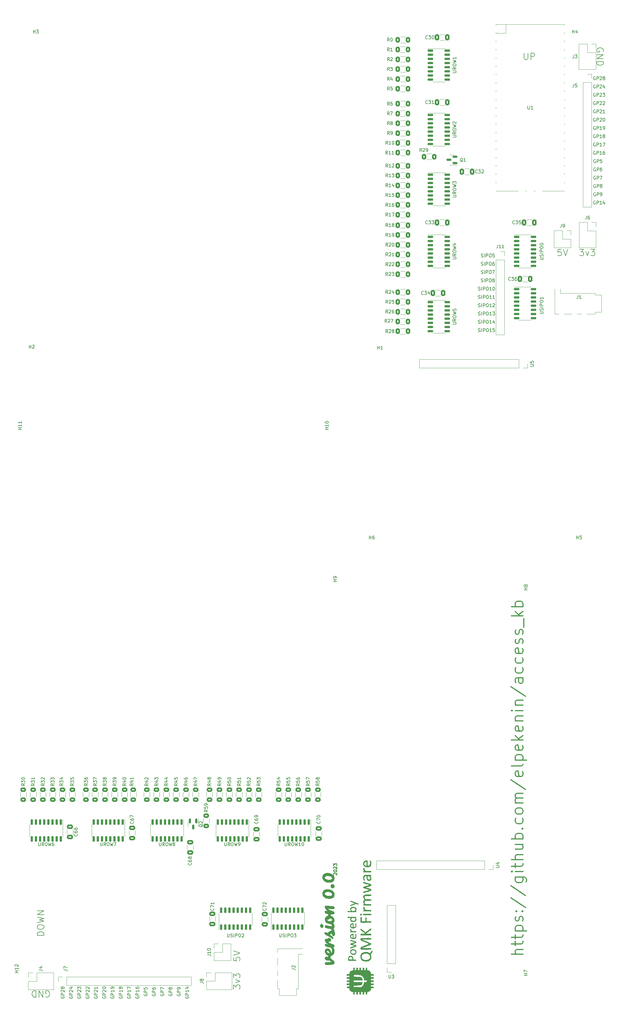
<source format=gto>
G04 #@! TF.GenerationSoftware,KiCad,Pcbnew,(6.0.10)*
G04 #@! TF.CreationDate,2023-02-21T21:24:37+01:00*
G04 #@! TF.ProjectId,kicad,6b696361-642e-46b6-9963-61645f706362,rev?*
G04 #@! TF.SameCoordinates,Original*
G04 #@! TF.FileFunction,Legend,Top*
G04 #@! TF.FilePolarity,Positive*
%FSLAX46Y46*%
G04 Gerber Fmt 4.6, Leading zero omitted, Abs format (unit mm)*
G04 Created by KiCad (PCBNEW (6.0.10)) date 2023-02-21 21:24:37*
%MOMM*%
%LPD*%
G01*
G04 APERTURE LIST*
G04 Aperture macros list*
%AMRoundRect*
0 Rectangle with rounded corners*
0 $1 Rounding radius*
0 $2 $3 $4 $5 $6 $7 $8 $9 X,Y pos of 4 corners*
0 Add a 4 corners polygon primitive as box body*
4,1,4,$2,$3,$4,$5,$6,$7,$8,$9,$2,$3,0*
0 Add four circle primitives for the rounded corners*
1,1,$1+$1,$2,$3*
1,1,$1+$1,$4,$5*
1,1,$1+$1,$6,$7*
1,1,$1+$1,$8,$9*
0 Add four rect primitives between the rounded corners*
20,1,$1+$1,$2,$3,$4,$5,0*
20,1,$1+$1,$4,$5,$6,$7,0*
20,1,$1+$1,$6,$7,$8,$9,0*
20,1,$1+$1,$8,$9,$2,$3,0*%
G04 Aperture macros list end*
%ADD10C,0.150000*%
%ADD11C,0.300000*%
%ADD12C,0.250000*%
%ADD13C,0.120000*%
%ADD14C,1.600000*%
%ADD15R,2.500000X1.200000*%
%ADD16RoundRect,0.250000X-0.625000X0.400000X-0.625000X-0.400000X0.625000X-0.400000X0.625000X0.400000X0*%
%ADD17RoundRect,0.250000X-0.400000X-0.625000X0.400000X-0.625000X0.400000X0.625000X-0.400000X0.625000X0*%
%ADD18C,3.987800*%
%ADD19C,1.750000*%
%ADD20R,1.700000X1.700000*%
%ADD21O,1.700000X1.700000*%
%ADD22RoundRect,0.250000X0.412500X0.650000X-0.412500X0.650000X-0.412500X-0.650000X0.412500X-0.650000X0*%
%ADD23RoundRect,0.150000X-0.725000X-0.150000X0.725000X-0.150000X0.725000X0.150000X-0.725000X0.150000X0*%
%ADD24RoundRect,0.150000X0.587500X0.150000X-0.587500X0.150000X-0.587500X-0.150000X0.587500X-0.150000X0*%
%ADD25C,2.200000*%
%ADD26O,1.500000X1.500000*%
%ADD27O,1.800000X1.800000*%
%ADD28R,3.500000X1.700000*%
%ADD29R,1.700000X3.500000*%
%ADD30RoundRect,0.150000X0.150000X-0.725000X0.150000X0.725000X-0.150000X0.725000X-0.150000X-0.725000X0*%
%ADD31RoundRect,0.250000X-0.412500X-0.650000X0.412500X-0.650000X0.412500X0.650000X-0.412500X0.650000X0*%
%ADD32RoundRect,0.150000X-0.150000X0.725000X-0.150000X-0.725000X0.150000X-0.725000X0.150000X0.725000X0*%
%ADD33RoundRect,0.150000X-0.150000X0.587500X-0.150000X-0.587500X0.150000X-0.587500X0.150000X0.587500X0*%
%ADD34RoundRect,0.250000X-0.650000X0.412500X-0.650000X-0.412500X0.650000X-0.412500X0.650000X0.412500X0*%
%ADD35RoundRect,0.250000X0.650000X-0.412500X0.650000X0.412500X-0.650000X0.412500X-0.650000X-0.412500X0*%
%ADD36R,1.200000X2.500000*%
G04 APERTURE END LIST*
D10*
X214509523Y-68380000D02*
X214414285Y-68332380D01*
X214271428Y-68332380D01*
X214128571Y-68380000D01*
X214033333Y-68475238D01*
X213985714Y-68570476D01*
X213938095Y-68760952D01*
X213938095Y-68903809D01*
X213985714Y-69094285D01*
X214033333Y-69189523D01*
X214128571Y-69284761D01*
X214271428Y-69332380D01*
X214366666Y-69332380D01*
X214509523Y-69284761D01*
X214557142Y-69237142D01*
X214557142Y-68903809D01*
X214366666Y-68903809D01*
X214985714Y-69332380D02*
X214985714Y-68332380D01*
X215366666Y-68332380D01*
X215461904Y-68380000D01*
X215509523Y-68427619D01*
X215557142Y-68522857D01*
X215557142Y-68665714D01*
X215509523Y-68760952D01*
X215461904Y-68808571D01*
X215366666Y-68856190D01*
X214985714Y-68856190D01*
X216509523Y-69332380D02*
X215938095Y-69332380D01*
X216223809Y-69332380D02*
X216223809Y-68332380D01*
X216128571Y-68475238D01*
X216033333Y-68570476D01*
X215938095Y-68618095D01*
X217366666Y-68332380D02*
X217176190Y-68332380D01*
X217080952Y-68380000D01*
X217033333Y-68427619D01*
X216938095Y-68570476D01*
X216890476Y-68760952D01*
X216890476Y-69141904D01*
X216938095Y-69237142D01*
X216985714Y-69284761D01*
X217080952Y-69332380D01*
X217271428Y-69332380D01*
X217366666Y-69284761D01*
X217414285Y-69237142D01*
X217461904Y-69141904D01*
X217461904Y-68903809D01*
X217414285Y-68808571D01*
X217366666Y-68760952D01*
X217271428Y-68713333D01*
X217080952Y-68713333D01*
X216985714Y-68760952D01*
X216938095Y-68808571D01*
X216890476Y-68903809D01*
X71249999Y-327260477D02*
X71202379Y-327355715D01*
X71202379Y-327498572D01*
X71249999Y-327641429D01*
X71345237Y-327736667D01*
X71440475Y-327784286D01*
X71630951Y-327831905D01*
X71773808Y-327831905D01*
X71964284Y-327784286D01*
X72059522Y-327736667D01*
X72154760Y-327641429D01*
X72202379Y-327498572D01*
X72202379Y-327403334D01*
X72154760Y-327260477D01*
X72107141Y-327212858D01*
X71773808Y-327212858D01*
X71773808Y-327403334D01*
X72202379Y-326784286D02*
X71202379Y-326784286D01*
X71202379Y-326403334D01*
X71249999Y-326308096D01*
X71297618Y-326260477D01*
X71392856Y-326212858D01*
X71535713Y-326212858D01*
X71630951Y-326260477D01*
X71678570Y-326308096D01*
X71726189Y-326403334D01*
X71726189Y-326784286D01*
X72202379Y-325260477D02*
X72202379Y-325831905D01*
X72202379Y-325546191D02*
X71202379Y-325546191D01*
X71345237Y-325641429D01*
X71440475Y-325736667D01*
X71488094Y-325831905D01*
X71202379Y-324927143D02*
X71202379Y-324260477D01*
X72202379Y-324689048D01*
X178710000Y-113434761D02*
X178852857Y-113482380D01*
X179090952Y-113482380D01*
X179186190Y-113434761D01*
X179233809Y-113387142D01*
X179281428Y-113291904D01*
X179281428Y-113196666D01*
X179233809Y-113101428D01*
X179186190Y-113053809D01*
X179090952Y-113006190D01*
X178900476Y-112958571D01*
X178805238Y-112910952D01*
X178757619Y-112863333D01*
X178710000Y-112768095D01*
X178710000Y-112672857D01*
X178757619Y-112577619D01*
X178805238Y-112530000D01*
X178900476Y-112482380D01*
X179138571Y-112482380D01*
X179281428Y-112530000D01*
X179710000Y-113482380D02*
X179710000Y-112482380D01*
X180186190Y-113482380D02*
X180186190Y-112482380D01*
X180567142Y-112482380D01*
X180662380Y-112530000D01*
X180710000Y-112577619D01*
X180757619Y-112672857D01*
X180757619Y-112815714D01*
X180710000Y-112910952D01*
X180662380Y-112958571D01*
X180567142Y-113006190D01*
X180186190Y-113006190D01*
X181376666Y-112482380D02*
X181567142Y-112482380D01*
X181662380Y-112530000D01*
X181757619Y-112625238D01*
X181805238Y-112815714D01*
X181805238Y-113149047D01*
X181757619Y-113339523D01*
X181662380Y-113434761D01*
X181567142Y-113482380D01*
X181376666Y-113482380D01*
X181281428Y-113434761D01*
X181186190Y-113339523D01*
X181138571Y-113149047D01*
X181138571Y-112815714D01*
X181186190Y-112625238D01*
X181281428Y-112530000D01*
X181376666Y-112482380D01*
X182757619Y-113482380D02*
X182186190Y-113482380D01*
X182471904Y-113482380D02*
X182471904Y-112482380D01*
X182376666Y-112625238D01*
X182281428Y-112720476D01*
X182186190Y-112768095D01*
X183710000Y-113482380D02*
X183138571Y-113482380D01*
X183424285Y-113482380D02*
X183424285Y-112482380D01*
X183329047Y-112625238D01*
X183233809Y-112720476D01*
X183138571Y-112768095D01*
X76330000Y-326484286D02*
X76282380Y-326579524D01*
X76282380Y-326722381D01*
X76330000Y-326865239D01*
X76425238Y-326960477D01*
X76520476Y-327008096D01*
X76710952Y-327055715D01*
X76853809Y-327055715D01*
X77044285Y-327008096D01*
X77139523Y-326960477D01*
X77234761Y-326865239D01*
X77282380Y-326722381D01*
X77282380Y-326627143D01*
X77234761Y-326484286D01*
X77187142Y-326436667D01*
X76853809Y-326436667D01*
X76853809Y-326627143D01*
X77282380Y-326008096D02*
X76282380Y-326008096D01*
X76282380Y-325627143D01*
X76330000Y-325531905D01*
X76377619Y-325484286D01*
X76472857Y-325436667D01*
X76615714Y-325436667D01*
X76710952Y-325484286D01*
X76758571Y-325531905D01*
X76806190Y-325627143D01*
X76806190Y-326008096D01*
X76282380Y-324531905D02*
X76282380Y-325008096D01*
X76758571Y-325055715D01*
X76710952Y-325008096D01*
X76663333Y-324912858D01*
X76663333Y-324674762D01*
X76710952Y-324579524D01*
X76758571Y-324531905D01*
X76853809Y-324484286D01*
X77091904Y-324484286D01*
X77187142Y-324531905D01*
X77234761Y-324579524D01*
X77282380Y-324674762D01*
X77282380Y-324912858D01*
X77234761Y-325008096D01*
X77187142Y-325055715D01*
X89030000Y-327260477D02*
X88982380Y-327355715D01*
X88982380Y-327498572D01*
X89030000Y-327641429D01*
X89125238Y-327736667D01*
X89220476Y-327784286D01*
X89410952Y-327831905D01*
X89553809Y-327831905D01*
X89744285Y-327784286D01*
X89839523Y-327736667D01*
X89934761Y-327641429D01*
X89982380Y-327498572D01*
X89982380Y-327403334D01*
X89934761Y-327260477D01*
X89887142Y-327212858D01*
X89553809Y-327212858D01*
X89553809Y-327403334D01*
X89982380Y-326784286D02*
X88982380Y-326784286D01*
X88982380Y-326403334D01*
X89030000Y-326308096D01*
X89077619Y-326260477D01*
X89172857Y-326212858D01*
X89315714Y-326212858D01*
X89410952Y-326260477D01*
X89458571Y-326308096D01*
X89506190Y-326403334D01*
X89506190Y-326784286D01*
X89982380Y-325260477D02*
X89982380Y-325831905D01*
X89982380Y-325546191D02*
X88982380Y-325546191D01*
X89125238Y-325641429D01*
X89220476Y-325736667D01*
X89268095Y-325831905D01*
X89315714Y-324403334D02*
X89982380Y-324403334D01*
X88934761Y-324641429D02*
X89649047Y-324879524D01*
X89649047Y-324260477D01*
X81409999Y-326484286D02*
X81362379Y-326579524D01*
X81362379Y-326722381D01*
X81409999Y-326865239D01*
X81505237Y-326960477D01*
X81600475Y-327008096D01*
X81790951Y-327055715D01*
X81933808Y-327055715D01*
X82124284Y-327008096D01*
X82219522Y-326960477D01*
X82314760Y-326865239D01*
X82362379Y-326722381D01*
X82362379Y-326627143D01*
X82314760Y-326484286D01*
X82267141Y-326436667D01*
X81933808Y-326436667D01*
X81933808Y-326627143D01*
X82362379Y-326008096D02*
X81362379Y-326008096D01*
X81362379Y-325627143D01*
X81409999Y-325531905D01*
X81457618Y-325484286D01*
X81552856Y-325436667D01*
X81695713Y-325436667D01*
X81790951Y-325484286D01*
X81838570Y-325531905D01*
X81886189Y-325627143D01*
X81886189Y-326008096D01*
X81362379Y-325103334D02*
X81362379Y-324436667D01*
X82362379Y-324865239D01*
X178710000Y-118514761D02*
X178852857Y-118562380D01*
X179090952Y-118562380D01*
X179186190Y-118514761D01*
X179233809Y-118467142D01*
X179281428Y-118371904D01*
X179281428Y-118276666D01*
X179233809Y-118181428D01*
X179186190Y-118133809D01*
X179090952Y-118086190D01*
X178900476Y-118038571D01*
X178805238Y-117990952D01*
X178757619Y-117943333D01*
X178710000Y-117848095D01*
X178710000Y-117752857D01*
X178757619Y-117657619D01*
X178805238Y-117610000D01*
X178900476Y-117562380D01*
X179138571Y-117562380D01*
X179281428Y-117610000D01*
X179710000Y-118562380D02*
X179710000Y-117562380D01*
X180186190Y-118562380D02*
X180186190Y-117562380D01*
X180567142Y-117562380D01*
X180662380Y-117610000D01*
X180710000Y-117657619D01*
X180757619Y-117752857D01*
X180757619Y-117895714D01*
X180710000Y-117990952D01*
X180662380Y-118038571D01*
X180567142Y-118086190D01*
X180186190Y-118086190D01*
X181376666Y-117562380D02*
X181567142Y-117562380D01*
X181662380Y-117610000D01*
X181757619Y-117705238D01*
X181805238Y-117895714D01*
X181805238Y-118229047D01*
X181757619Y-118419523D01*
X181662380Y-118514761D01*
X181567142Y-118562380D01*
X181376666Y-118562380D01*
X181281428Y-118514761D01*
X181186190Y-118419523D01*
X181138571Y-118229047D01*
X181138571Y-117895714D01*
X181186190Y-117705238D01*
X181281428Y-117610000D01*
X181376666Y-117562380D01*
X182757619Y-118562380D02*
X182186190Y-118562380D01*
X182471904Y-118562380D02*
X182471904Y-117562380D01*
X182376666Y-117705238D01*
X182281428Y-117800476D01*
X182186190Y-117848095D01*
X183090952Y-117562380D02*
X183710000Y-117562380D01*
X183376666Y-117943333D01*
X183519523Y-117943333D01*
X183614761Y-117990952D01*
X183662380Y-118038571D01*
X183710000Y-118133809D01*
X183710000Y-118371904D01*
X183662380Y-118467142D01*
X183614761Y-118514761D01*
X183519523Y-118562380D01*
X183233809Y-118562380D01*
X183138571Y-118514761D01*
X183090952Y-118467142D01*
X204089047Y-98364761D02*
X203136666Y-98364761D01*
X203041428Y-99317142D01*
X203136666Y-99221904D01*
X203327142Y-99126666D01*
X203803333Y-99126666D01*
X203993809Y-99221904D01*
X204089047Y-99317142D01*
X204184285Y-99507619D01*
X204184285Y-99983809D01*
X204089047Y-100174285D01*
X203993809Y-100269523D01*
X203803333Y-100364761D01*
X203327142Y-100364761D01*
X203136666Y-100269523D01*
X203041428Y-100174285D01*
X204755714Y-98364761D02*
X205422380Y-100364761D01*
X206089047Y-98364761D01*
X179586190Y-103274761D02*
X179729047Y-103322380D01*
X179967142Y-103322380D01*
X180062380Y-103274761D01*
X180110000Y-103227142D01*
X180157619Y-103131904D01*
X180157619Y-103036666D01*
X180110000Y-102941428D01*
X180062380Y-102893809D01*
X179967142Y-102846190D01*
X179776666Y-102798571D01*
X179681428Y-102750952D01*
X179633809Y-102703333D01*
X179586190Y-102608095D01*
X179586190Y-102512857D01*
X179633809Y-102417619D01*
X179681428Y-102370000D01*
X179776666Y-102322380D01*
X180014761Y-102322380D01*
X180157619Y-102370000D01*
X180586190Y-103322380D02*
X180586190Y-102322380D01*
X181062380Y-103322380D02*
X181062380Y-102322380D01*
X181443333Y-102322380D01*
X181538571Y-102370000D01*
X181586190Y-102417619D01*
X181633809Y-102512857D01*
X181633809Y-102655714D01*
X181586190Y-102750952D01*
X181538571Y-102798571D01*
X181443333Y-102846190D01*
X181062380Y-102846190D01*
X182252857Y-102322380D02*
X182443333Y-102322380D01*
X182538571Y-102370000D01*
X182633809Y-102465238D01*
X182681428Y-102655714D01*
X182681428Y-102989047D01*
X182633809Y-103179523D01*
X182538571Y-103274761D01*
X182443333Y-103322380D01*
X182252857Y-103322380D01*
X182157619Y-103274761D01*
X182062380Y-103179523D01*
X182014761Y-102989047D01*
X182014761Y-102655714D01*
X182062380Y-102465238D01*
X182157619Y-102370000D01*
X182252857Y-102322380D01*
X183538571Y-102322380D02*
X183348095Y-102322380D01*
X183252857Y-102370000D01*
X183205238Y-102417619D01*
X183110000Y-102560476D01*
X183062380Y-102750952D01*
X183062380Y-103131904D01*
X183110000Y-103227142D01*
X183157619Y-103274761D01*
X183252857Y-103322380D01*
X183443333Y-103322380D01*
X183538571Y-103274761D01*
X183586190Y-103227142D01*
X183633809Y-103131904D01*
X183633809Y-102893809D01*
X183586190Y-102798571D01*
X183538571Y-102750952D01*
X183443333Y-102703333D01*
X183252857Y-102703333D01*
X183157619Y-102750952D01*
X183110000Y-102798571D01*
X183062380Y-102893809D01*
X214585714Y-70920000D02*
X214490476Y-70872380D01*
X214347619Y-70872380D01*
X214204761Y-70920000D01*
X214109523Y-71015238D01*
X214061904Y-71110476D01*
X214014285Y-71300952D01*
X214014285Y-71443809D01*
X214061904Y-71634285D01*
X214109523Y-71729523D01*
X214204761Y-71824761D01*
X214347619Y-71872380D01*
X214442857Y-71872380D01*
X214585714Y-71824761D01*
X214633333Y-71777142D01*
X214633333Y-71443809D01*
X214442857Y-71443809D01*
X215061904Y-71872380D02*
X215061904Y-70872380D01*
X215442857Y-70872380D01*
X215538095Y-70920000D01*
X215585714Y-70967619D01*
X215633333Y-71062857D01*
X215633333Y-71205714D01*
X215585714Y-71300952D01*
X215538095Y-71348571D01*
X215442857Y-71396190D01*
X215061904Y-71396190D01*
X216538095Y-70872380D02*
X216061904Y-70872380D01*
X216014285Y-71348571D01*
X216061904Y-71300952D01*
X216157142Y-71253333D01*
X216395238Y-71253333D01*
X216490476Y-71300952D01*
X216538095Y-71348571D01*
X216585714Y-71443809D01*
X216585714Y-71681904D01*
X216538095Y-71777142D01*
X216490476Y-71824761D01*
X216395238Y-71872380D01*
X216157142Y-71872380D01*
X216061904Y-71824761D01*
X216014285Y-71777142D01*
X214585714Y-78540000D02*
X214490476Y-78492380D01*
X214347619Y-78492380D01*
X214204761Y-78540000D01*
X214109523Y-78635238D01*
X214061904Y-78730476D01*
X214014285Y-78920952D01*
X214014285Y-79063809D01*
X214061904Y-79254285D01*
X214109523Y-79349523D01*
X214204761Y-79444761D01*
X214347619Y-79492380D01*
X214442857Y-79492380D01*
X214585714Y-79444761D01*
X214633333Y-79397142D01*
X214633333Y-79063809D01*
X214442857Y-79063809D01*
X215061904Y-79492380D02*
X215061904Y-78492380D01*
X215442857Y-78492380D01*
X215538095Y-78540000D01*
X215585714Y-78587619D01*
X215633333Y-78682857D01*
X215633333Y-78825714D01*
X215585714Y-78920952D01*
X215538095Y-78968571D01*
X215442857Y-79016190D01*
X215061904Y-79016190D01*
X216204761Y-78920952D02*
X216109523Y-78873333D01*
X216061904Y-78825714D01*
X216014285Y-78730476D01*
X216014285Y-78682857D01*
X216061904Y-78587619D01*
X216109523Y-78540000D01*
X216204761Y-78492380D01*
X216395238Y-78492380D01*
X216490476Y-78540000D01*
X216538095Y-78587619D01*
X216585714Y-78682857D01*
X216585714Y-78730476D01*
X216538095Y-78825714D01*
X216490476Y-78873333D01*
X216395238Y-78920952D01*
X216204761Y-78920952D01*
X216109523Y-78968571D01*
X216061904Y-79016190D01*
X216014285Y-79111428D01*
X216014285Y-79301904D01*
X216061904Y-79397142D01*
X216109523Y-79444761D01*
X216204761Y-79492380D01*
X216395238Y-79492380D01*
X216490476Y-79444761D01*
X216538095Y-79397142D01*
X216585714Y-79301904D01*
X216585714Y-79111428D01*
X216538095Y-79016190D01*
X216490476Y-78968571D01*
X216395238Y-78920952D01*
X66170000Y-327260477D02*
X66122380Y-327355715D01*
X66122380Y-327498572D01*
X66170000Y-327641429D01*
X66265238Y-327736667D01*
X66360476Y-327784286D01*
X66550952Y-327831905D01*
X66693809Y-327831905D01*
X66884285Y-327784286D01*
X66979523Y-327736667D01*
X67074761Y-327641429D01*
X67122380Y-327498572D01*
X67122380Y-327403334D01*
X67074761Y-327260477D01*
X67027142Y-327212858D01*
X66693809Y-327212858D01*
X66693809Y-327403334D01*
X67122380Y-326784286D02*
X66122380Y-326784286D01*
X66122380Y-326403334D01*
X66170000Y-326308096D01*
X66217619Y-326260477D01*
X66312857Y-326212858D01*
X66455714Y-326212858D01*
X66550952Y-326260477D01*
X66598571Y-326308096D01*
X66646190Y-326403334D01*
X66646190Y-326784286D01*
X67122380Y-325260477D02*
X67122380Y-325831905D01*
X67122380Y-325546191D02*
X66122380Y-325546191D01*
X66265238Y-325641429D01*
X66360476Y-325736667D01*
X66408095Y-325831905D01*
X67122380Y-324784286D02*
X67122380Y-324593810D01*
X67074761Y-324498572D01*
X67027142Y-324450953D01*
X66884285Y-324355715D01*
X66693809Y-324308096D01*
X66312857Y-324308096D01*
X66217619Y-324355715D01*
X66170000Y-324403334D01*
X66122380Y-324498572D01*
X66122380Y-324689048D01*
X66170000Y-324784286D01*
X66217619Y-324831905D01*
X66312857Y-324879524D01*
X66550952Y-324879524D01*
X66646190Y-324831905D01*
X66693809Y-324784286D01*
X66741428Y-324689048D01*
X66741428Y-324498572D01*
X66693809Y-324403334D01*
X66646190Y-324355715D01*
X66550952Y-324308096D01*
X192738571Y-38274761D02*
X192738571Y-39893809D01*
X192833809Y-40084285D01*
X192929047Y-40179523D01*
X193119523Y-40274761D01*
X193500476Y-40274761D01*
X193690952Y-40179523D01*
X193786190Y-40084285D01*
X193881428Y-39893809D01*
X193881428Y-38274761D01*
X194833809Y-40274761D02*
X194833809Y-38274761D01*
X195595714Y-38274761D01*
X195786190Y-38370000D01*
X195881428Y-38465238D01*
X195976666Y-38655714D01*
X195976666Y-38941428D01*
X195881428Y-39131904D01*
X195786190Y-39227142D01*
X195595714Y-39322380D01*
X194833809Y-39322380D01*
X214509523Y-45520000D02*
X214414285Y-45472380D01*
X214271428Y-45472380D01*
X214128571Y-45520000D01*
X214033333Y-45615238D01*
X213985714Y-45710476D01*
X213938095Y-45900952D01*
X213938095Y-46043809D01*
X213985714Y-46234285D01*
X214033333Y-46329523D01*
X214128571Y-46424761D01*
X214271428Y-46472380D01*
X214366666Y-46472380D01*
X214509523Y-46424761D01*
X214557142Y-46377142D01*
X214557142Y-46043809D01*
X214366666Y-46043809D01*
X214985714Y-46472380D02*
X214985714Y-45472380D01*
X215366666Y-45472380D01*
X215461904Y-45520000D01*
X215509523Y-45567619D01*
X215557142Y-45662857D01*
X215557142Y-45805714D01*
X215509523Y-45900952D01*
X215461904Y-45948571D01*
X215366666Y-45996190D01*
X214985714Y-45996190D01*
X215938095Y-45567619D02*
X215985714Y-45520000D01*
X216080952Y-45472380D01*
X216319047Y-45472380D01*
X216414285Y-45520000D01*
X216461904Y-45567619D01*
X216509523Y-45662857D01*
X216509523Y-45758095D01*
X216461904Y-45900952D01*
X215890476Y-46472380D01*
X216509523Y-46472380D01*
X217080952Y-45900952D02*
X216985714Y-45853333D01*
X216938095Y-45805714D01*
X216890476Y-45710476D01*
X216890476Y-45662857D01*
X216938095Y-45567619D01*
X216985714Y-45520000D01*
X217080952Y-45472380D01*
X217271428Y-45472380D01*
X217366666Y-45520000D01*
X217414285Y-45567619D01*
X217461904Y-45662857D01*
X217461904Y-45710476D01*
X217414285Y-45805714D01*
X217366666Y-45853333D01*
X217271428Y-45900952D01*
X217080952Y-45900952D01*
X216985714Y-45948571D01*
X216938095Y-45996190D01*
X216890476Y-46091428D01*
X216890476Y-46281904D01*
X216938095Y-46377142D01*
X216985714Y-46424761D01*
X217080952Y-46472380D01*
X217271428Y-46472380D01*
X217366666Y-46424761D01*
X217414285Y-46377142D01*
X217461904Y-46281904D01*
X217461904Y-46091428D01*
X217414285Y-45996190D01*
X217366666Y-45948571D01*
X217271428Y-45900952D01*
X56009999Y-327260477D02*
X55962379Y-327355715D01*
X55962379Y-327498572D01*
X56009999Y-327641429D01*
X56105237Y-327736667D01*
X56200475Y-327784286D01*
X56390951Y-327831905D01*
X56533808Y-327831905D01*
X56724284Y-327784286D01*
X56819522Y-327736667D01*
X56914760Y-327641429D01*
X56962379Y-327498572D01*
X56962379Y-327403334D01*
X56914760Y-327260477D01*
X56867141Y-327212858D01*
X56533808Y-327212858D01*
X56533808Y-327403334D01*
X56962379Y-326784286D02*
X55962379Y-326784286D01*
X55962379Y-326403334D01*
X56009999Y-326308096D01*
X56057618Y-326260477D01*
X56152856Y-326212858D01*
X56295713Y-326212858D01*
X56390951Y-326260477D01*
X56438570Y-326308096D01*
X56486189Y-326403334D01*
X56486189Y-326784286D01*
X56057618Y-325831905D02*
X56009999Y-325784286D01*
X55962379Y-325689048D01*
X55962379Y-325450953D01*
X56009999Y-325355715D01*
X56057618Y-325308096D01*
X56152856Y-325260477D01*
X56248094Y-325260477D01*
X56390951Y-325308096D01*
X56962379Y-325879524D01*
X56962379Y-325260477D01*
X55962379Y-324927143D02*
X55962379Y-324308096D01*
X56343332Y-324641429D01*
X56343332Y-324498572D01*
X56390951Y-324403334D01*
X56438570Y-324355715D01*
X56533808Y-324308096D01*
X56771903Y-324308096D01*
X56867141Y-324355715D01*
X56914760Y-324403334D01*
X56962379Y-324498572D01*
X56962379Y-324784286D01*
X56914760Y-324879524D01*
X56867141Y-324927143D01*
X103704760Y-315320953D02*
X103704760Y-316273334D01*
X104657141Y-316368572D01*
X104561903Y-316273334D01*
X104466665Y-316082858D01*
X104466665Y-315606667D01*
X104561903Y-315416191D01*
X104657141Y-315320953D01*
X104847618Y-315225715D01*
X105323808Y-315225715D01*
X105514284Y-315320953D01*
X105609522Y-315416191D01*
X105704760Y-315606667D01*
X105704760Y-316082858D01*
X105609522Y-316273334D01*
X105514284Y-316368572D01*
X103704760Y-314654286D02*
X105704760Y-313987620D01*
X103704760Y-313320953D01*
X214509523Y-50600000D02*
X214414285Y-50552380D01*
X214271428Y-50552380D01*
X214128571Y-50600000D01*
X214033333Y-50695238D01*
X213985714Y-50790476D01*
X213938095Y-50980952D01*
X213938095Y-51123809D01*
X213985714Y-51314285D01*
X214033333Y-51409523D01*
X214128571Y-51504761D01*
X214271428Y-51552380D01*
X214366666Y-51552380D01*
X214509523Y-51504761D01*
X214557142Y-51457142D01*
X214557142Y-51123809D01*
X214366666Y-51123809D01*
X214985714Y-51552380D02*
X214985714Y-50552380D01*
X215366666Y-50552380D01*
X215461904Y-50600000D01*
X215509523Y-50647619D01*
X215557142Y-50742857D01*
X215557142Y-50885714D01*
X215509523Y-50980952D01*
X215461904Y-51028571D01*
X215366666Y-51076190D01*
X214985714Y-51076190D01*
X215938095Y-50647619D02*
X215985714Y-50600000D01*
X216080952Y-50552380D01*
X216319047Y-50552380D01*
X216414285Y-50600000D01*
X216461904Y-50647619D01*
X216509523Y-50742857D01*
X216509523Y-50838095D01*
X216461904Y-50980952D01*
X215890476Y-51552380D01*
X216509523Y-51552380D01*
X216842857Y-50552380D02*
X217461904Y-50552380D01*
X217128571Y-50933333D01*
X217271428Y-50933333D01*
X217366666Y-50980952D01*
X217414285Y-51028571D01*
X217461904Y-51123809D01*
X217461904Y-51361904D01*
X217414285Y-51457142D01*
X217366666Y-51504761D01*
X217271428Y-51552380D01*
X216985714Y-51552380D01*
X216890476Y-51504761D01*
X216842857Y-51457142D01*
X214509523Y-55680000D02*
X214414285Y-55632380D01*
X214271428Y-55632380D01*
X214128571Y-55680000D01*
X214033333Y-55775238D01*
X213985714Y-55870476D01*
X213938095Y-56060952D01*
X213938095Y-56203809D01*
X213985714Y-56394285D01*
X214033333Y-56489523D01*
X214128571Y-56584761D01*
X214271428Y-56632380D01*
X214366666Y-56632380D01*
X214509523Y-56584761D01*
X214557142Y-56537142D01*
X214557142Y-56203809D01*
X214366666Y-56203809D01*
X214985714Y-56632380D02*
X214985714Y-55632380D01*
X215366666Y-55632380D01*
X215461904Y-55680000D01*
X215509523Y-55727619D01*
X215557142Y-55822857D01*
X215557142Y-55965714D01*
X215509523Y-56060952D01*
X215461904Y-56108571D01*
X215366666Y-56156190D01*
X214985714Y-56156190D01*
X215938095Y-55727619D02*
X215985714Y-55680000D01*
X216080952Y-55632380D01*
X216319047Y-55632380D01*
X216414285Y-55680000D01*
X216461904Y-55727619D01*
X216509523Y-55822857D01*
X216509523Y-55918095D01*
X216461904Y-56060952D01*
X215890476Y-56632380D01*
X216509523Y-56632380D01*
X217461904Y-56632380D02*
X216890476Y-56632380D01*
X217176190Y-56632380D02*
X217176190Y-55632380D01*
X217080952Y-55775238D01*
X216985714Y-55870476D01*
X216890476Y-55918095D01*
X83949999Y-326484285D02*
X83902379Y-326579523D01*
X83902379Y-326722380D01*
X83949999Y-326865238D01*
X84045237Y-326960476D01*
X84140475Y-327008095D01*
X84330951Y-327055714D01*
X84473808Y-327055714D01*
X84664284Y-327008095D01*
X84759522Y-326960476D01*
X84854760Y-326865238D01*
X84902379Y-326722380D01*
X84902379Y-326627142D01*
X84854760Y-326484285D01*
X84807141Y-326436666D01*
X84473808Y-326436666D01*
X84473808Y-326627142D01*
X84902379Y-326008095D02*
X83902379Y-326008095D01*
X83902379Y-325627142D01*
X83949999Y-325531904D01*
X83997618Y-325484285D01*
X84092856Y-325436666D01*
X84235713Y-325436666D01*
X84330951Y-325484285D01*
X84378570Y-325531904D01*
X84426189Y-325627142D01*
X84426189Y-326008095D01*
X84330951Y-324865238D02*
X84283332Y-324960476D01*
X84235713Y-325008095D01*
X84140475Y-325055714D01*
X84092856Y-325055714D01*
X83997618Y-325008095D01*
X83949999Y-324960476D01*
X83902379Y-324865238D01*
X83902379Y-324674761D01*
X83949999Y-324579523D01*
X83997618Y-324531904D01*
X84092856Y-324484285D01*
X84140475Y-324484285D01*
X84235713Y-324531904D01*
X84283332Y-324579523D01*
X84330951Y-324674761D01*
X84330951Y-324865238D01*
X84378570Y-324960476D01*
X84426189Y-325008095D01*
X84521427Y-325055714D01*
X84711903Y-325055714D01*
X84807141Y-325008095D01*
X84854760Y-324960476D01*
X84902379Y-324865238D01*
X84902379Y-324674761D01*
X84854760Y-324579523D01*
X84807141Y-324531904D01*
X84711903Y-324484285D01*
X84521427Y-324484285D01*
X84426189Y-324531904D01*
X84378570Y-324579523D01*
X84330951Y-324674761D01*
X63646299Y-327268108D02*
X63598679Y-327363346D01*
X63598679Y-327506203D01*
X63646299Y-327649060D01*
X63741537Y-327744298D01*
X63836775Y-327791917D01*
X64027251Y-327839536D01*
X64170108Y-327839536D01*
X64360584Y-327791917D01*
X64455822Y-327744298D01*
X64551060Y-327649060D01*
X64598679Y-327506203D01*
X64598679Y-327410965D01*
X64551060Y-327268108D01*
X64503441Y-327220489D01*
X64170108Y-327220489D01*
X64170108Y-327410965D01*
X64598679Y-326791917D02*
X63598679Y-326791917D01*
X63598679Y-326410965D01*
X63646299Y-326315727D01*
X63693918Y-326268108D01*
X63789156Y-326220489D01*
X63932013Y-326220489D01*
X64027251Y-326268108D01*
X64074870Y-326315727D01*
X64122489Y-326410965D01*
X64122489Y-326791917D01*
X63693918Y-325839536D02*
X63646299Y-325791917D01*
X63598679Y-325696679D01*
X63598679Y-325458584D01*
X63646299Y-325363346D01*
X63693918Y-325315727D01*
X63789156Y-325268108D01*
X63884394Y-325268108D01*
X64027251Y-325315727D01*
X64598679Y-325887155D01*
X64598679Y-325268108D01*
X63598679Y-324649060D02*
X63598679Y-324553822D01*
X63646299Y-324458584D01*
X63693918Y-324410965D01*
X63789156Y-324363346D01*
X63979632Y-324315727D01*
X64217727Y-324315727D01*
X64408203Y-324363346D01*
X64503441Y-324410965D01*
X64551060Y-324458584D01*
X64598679Y-324553822D01*
X64598679Y-324649060D01*
X64551060Y-324744298D01*
X64503441Y-324791917D01*
X64408203Y-324839536D01*
X64217727Y-324887155D01*
X63979632Y-324887155D01*
X63789156Y-324839536D01*
X63693918Y-324791917D01*
X63646299Y-324744298D01*
X63598679Y-324649060D01*
X214509523Y-63300000D02*
X214414285Y-63252380D01*
X214271428Y-63252380D01*
X214128571Y-63300000D01*
X214033333Y-63395238D01*
X213985714Y-63490476D01*
X213938095Y-63680952D01*
X213938095Y-63823809D01*
X213985714Y-64014285D01*
X214033333Y-64109523D01*
X214128571Y-64204761D01*
X214271428Y-64252380D01*
X214366666Y-64252380D01*
X214509523Y-64204761D01*
X214557142Y-64157142D01*
X214557142Y-63823809D01*
X214366666Y-63823809D01*
X214985714Y-64252380D02*
X214985714Y-63252380D01*
X215366666Y-63252380D01*
X215461904Y-63300000D01*
X215509523Y-63347619D01*
X215557142Y-63442857D01*
X215557142Y-63585714D01*
X215509523Y-63680952D01*
X215461904Y-63728571D01*
X215366666Y-63776190D01*
X214985714Y-63776190D01*
X216509523Y-64252380D02*
X215938095Y-64252380D01*
X216223809Y-64252380D02*
X216223809Y-63252380D01*
X216128571Y-63395238D01*
X216033333Y-63490476D01*
X215938095Y-63538095D01*
X217080952Y-63680952D02*
X216985714Y-63633333D01*
X216938095Y-63585714D01*
X216890476Y-63490476D01*
X216890476Y-63442857D01*
X216938095Y-63347619D01*
X216985714Y-63300000D01*
X217080952Y-63252380D01*
X217271428Y-63252380D01*
X217366666Y-63300000D01*
X217414285Y-63347619D01*
X217461904Y-63442857D01*
X217461904Y-63490476D01*
X217414285Y-63585714D01*
X217366666Y-63633333D01*
X217271428Y-63680952D01*
X217080952Y-63680952D01*
X216985714Y-63728571D01*
X216938095Y-63776190D01*
X216890476Y-63871428D01*
X216890476Y-64061904D01*
X216938095Y-64157142D01*
X216985714Y-64204761D01*
X217080952Y-64252380D01*
X217271428Y-64252380D01*
X217366666Y-64204761D01*
X217414285Y-64157142D01*
X217461904Y-64061904D01*
X217461904Y-63871428D01*
X217414285Y-63776190D01*
X217366666Y-63728571D01*
X217271428Y-63680952D01*
X209709047Y-98364761D02*
X210947142Y-98364761D01*
X210280476Y-99126666D01*
X210566190Y-99126666D01*
X210756666Y-99221904D01*
X210851904Y-99317142D01*
X210947142Y-99507619D01*
X210947142Y-99983809D01*
X210851904Y-100174285D01*
X210756666Y-100269523D01*
X210566190Y-100364761D01*
X209994761Y-100364761D01*
X209804285Y-100269523D01*
X209709047Y-100174285D01*
X211613809Y-99031428D02*
X212090000Y-100364761D01*
X212566190Y-99031428D01*
X213137619Y-98364761D02*
X214375714Y-98364761D01*
X213709047Y-99126666D01*
X213994761Y-99126666D01*
X214185238Y-99221904D01*
X214280476Y-99317142D01*
X214375714Y-99507619D01*
X214375714Y-99983809D01*
X214280476Y-100174285D01*
X214185238Y-100269523D01*
X213994761Y-100364761D01*
X213423333Y-100364761D01*
X213232857Y-100269523D01*
X213137619Y-100174285D01*
D11*
X192343332Y-314330001D02*
X188843332Y-314330001D01*
X192343332Y-312830001D02*
X190509999Y-312830001D01*
X190176665Y-312996667D01*
X190009999Y-313330001D01*
X190009999Y-313830001D01*
X190176665Y-314163334D01*
X190343332Y-314330001D01*
X190009999Y-311663334D02*
X190009999Y-310330001D01*
X188843332Y-311163334D02*
X191843332Y-311163334D01*
X192176665Y-310996667D01*
X192343332Y-310663334D01*
X192343332Y-310330001D01*
X190009999Y-309663334D02*
X190009999Y-308330001D01*
X188843332Y-309163334D02*
X191843332Y-309163334D01*
X192176665Y-308996667D01*
X192343332Y-308663334D01*
X192343332Y-308330001D01*
X190009999Y-307163334D02*
X193509999Y-307163334D01*
X190176665Y-307163334D02*
X190009999Y-306830001D01*
X190009999Y-306163334D01*
X190176665Y-305830001D01*
X190343332Y-305663334D01*
X190676665Y-305496667D01*
X191676665Y-305496667D01*
X192009999Y-305663334D01*
X192176665Y-305830001D01*
X192343332Y-306163334D01*
X192343332Y-306830001D01*
X192176665Y-307163334D01*
X192176665Y-304163334D02*
X192343332Y-303830001D01*
X192343332Y-303163334D01*
X192176665Y-302830001D01*
X191843332Y-302663334D01*
X191676665Y-302663334D01*
X191343332Y-302830001D01*
X191176665Y-303163334D01*
X191176665Y-303663334D01*
X191009999Y-303996667D01*
X190676665Y-304163334D01*
X190509999Y-304163334D01*
X190176665Y-303996667D01*
X190009999Y-303663334D01*
X190009999Y-303163334D01*
X190176665Y-302830001D01*
X192009999Y-301163334D02*
X192176665Y-300996667D01*
X192343332Y-301163334D01*
X192176665Y-301330001D01*
X192009999Y-301163334D01*
X192343332Y-301163334D01*
X190176665Y-301163334D02*
X190343332Y-300996667D01*
X190509999Y-301163334D01*
X190343332Y-301330001D01*
X190176665Y-301163334D01*
X190509999Y-301163334D01*
X188676665Y-296996667D02*
X193176665Y-299996667D01*
X188676665Y-293330001D02*
X193176665Y-296330001D01*
X190009999Y-290663334D02*
X192843332Y-290663334D01*
X193176665Y-290830001D01*
X193343332Y-290996667D01*
X193509999Y-291330001D01*
X193509999Y-291830001D01*
X193343332Y-292163334D01*
X192176665Y-290663334D02*
X192343332Y-290996667D01*
X192343332Y-291663334D01*
X192176665Y-291996667D01*
X192009999Y-292163334D01*
X191676665Y-292330001D01*
X190676665Y-292330001D01*
X190343332Y-292163334D01*
X190176665Y-291996667D01*
X190009999Y-291663334D01*
X190009999Y-290996667D01*
X190176665Y-290663334D01*
X192343332Y-288996667D02*
X190009999Y-288996667D01*
X188843332Y-288996667D02*
X189009999Y-289163334D01*
X189176665Y-288996667D01*
X189009999Y-288830001D01*
X188843332Y-288996667D01*
X189176665Y-288996667D01*
X190009999Y-287830001D02*
X190009999Y-286496667D01*
X188843332Y-287330001D02*
X191843332Y-287330001D01*
X192176665Y-287163334D01*
X192343332Y-286830001D01*
X192343332Y-286496667D01*
X192343332Y-285330001D02*
X188843332Y-285330001D01*
X192343332Y-283830001D02*
X190509999Y-283830001D01*
X190176665Y-283996667D01*
X190009999Y-284330001D01*
X190009999Y-284830001D01*
X190176665Y-285163334D01*
X190343332Y-285330001D01*
X190009999Y-280663334D02*
X192343332Y-280663334D01*
X190009999Y-282163334D02*
X191843332Y-282163334D01*
X192176665Y-281996667D01*
X192343332Y-281663334D01*
X192343332Y-281163334D01*
X192176665Y-280830001D01*
X192009999Y-280663334D01*
X192343332Y-278996667D02*
X188843332Y-278996667D01*
X190176665Y-278996667D02*
X190009999Y-278663334D01*
X190009999Y-277996667D01*
X190176665Y-277663334D01*
X190343332Y-277496667D01*
X190676665Y-277330001D01*
X191676665Y-277330001D01*
X192009999Y-277496667D01*
X192176665Y-277663334D01*
X192343332Y-277996667D01*
X192343332Y-278663334D01*
X192176665Y-278996667D01*
X192009999Y-275830001D02*
X192176665Y-275663334D01*
X192343332Y-275830001D01*
X192176665Y-275996667D01*
X192009999Y-275830001D01*
X192343332Y-275830001D01*
X192176665Y-272663334D02*
X192343332Y-272996667D01*
X192343332Y-273663334D01*
X192176665Y-273996667D01*
X192009999Y-274163334D01*
X191676665Y-274330001D01*
X190676665Y-274330001D01*
X190343332Y-274163334D01*
X190176665Y-273996667D01*
X190009999Y-273663334D01*
X190009999Y-272996667D01*
X190176665Y-272663334D01*
X192343332Y-270663334D02*
X192176665Y-270996667D01*
X192009999Y-271163334D01*
X191676665Y-271330001D01*
X190676665Y-271330001D01*
X190343332Y-271163334D01*
X190176665Y-270996667D01*
X190009999Y-270663334D01*
X190009999Y-270163334D01*
X190176665Y-269830001D01*
X190343332Y-269663334D01*
X190676665Y-269496667D01*
X191676665Y-269496667D01*
X192009999Y-269663334D01*
X192176665Y-269830001D01*
X192343332Y-270163334D01*
X192343332Y-270663334D01*
X192343332Y-267996667D02*
X190009999Y-267996667D01*
X190343332Y-267996667D02*
X190176665Y-267830001D01*
X190009999Y-267496667D01*
X190009999Y-266996667D01*
X190176665Y-266663334D01*
X190509999Y-266496667D01*
X192343332Y-266496667D01*
X190509999Y-266496667D02*
X190176665Y-266330001D01*
X190009999Y-265996667D01*
X190009999Y-265496667D01*
X190176665Y-265163334D01*
X190509999Y-264996667D01*
X192343332Y-264996667D01*
X188676665Y-260830001D02*
X193176665Y-263830001D01*
X192176665Y-258330001D02*
X192343332Y-258663334D01*
X192343332Y-259330001D01*
X192176665Y-259663334D01*
X191843332Y-259830001D01*
X190509999Y-259830001D01*
X190176665Y-259663334D01*
X190009999Y-259330001D01*
X190009999Y-258663334D01*
X190176665Y-258330001D01*
X190509999Y-258163334D01*
X190843332Y-258163334D01*
X191176665Y-259830001D01*
X192343332Y-256163334D02*
X192176665Y-256496667D01*
X191843332Y-256663334D01*
X188843332Y-256663334D01*
X190009999Y-254830001D02*
X193509999Y-254830001D01*
X190176665Y-254830001D02*
X190009999Y-254496667D01*
X190009999Y-253830001D01*
X190176665Y-253496667D01*
X190343332Y-253330001D01*
X190676665Y-253163334D01*
X191676665Y-253163334D01*
X192009999Y-253330001D01*
X192176665Y-253496667D01*
X192343332Y-253830001D01*
X192343332Y-254496667D01*
X192176665Y-254830001D01*
X192176665Y-250330001D02*
X192343332Y-250663334D01*
X192343332Y-251330001D01*
X192176665Y-251663334D01*
X191843332Y-251830001D01*
X190509999Y-251830001D01*
X190176665Y-251663334D01*
X190009999Y-251330001D01*
X190009999Y-250663334D01*
X190176665Y-250330001D01*
X190509999Y-250163334D01*
X190843332Y-250163334D01*
X191176665Y-251830001D01*
X192343332Y-248663334D02*
X188843332Y-248663334D01*
X191009999Y-248330001D02*
X192343332Y-247330001D01*
X190009999Y-247330001D02*
X191343332Y-248663334D01*
X192176665Y-244496667D02*
X192343332Y-244830001D01*
X192343332Y-245496667D01*
X192176665Y-245830001D01*
X191843332Y-245996667D01*
X190509999Y-245996667D01*
X190176665Y-245830001D01*
X190009999Y-245496667D01*
X190009999Y-244830001D01*
X190176665Y-244496667D01*
X190509999Y-244330001D01*
X190843332Y-244330001D01*
X191176665Y-245996667D01*
X190009999Y-242830001D02*
X192343332Y-242830001D01*
X190343332Y-242830001D02*
X190176665Y-242663334D01*
X190009999Y-242330001D01*
X190009999Y-241830001D01*
X190176665Y-241496667D01*
X190509999Y-241330001D01*
X192343332Y-241330001D01*
X192343332Y-239663334D02*
X190009999Y-239663334D01*
X188843332Y-239663334D02*
X189009999Y-239830001D01*
X189176665Y-239663334D01*
X189009999Y-239496667D01*
X188843332Y-239663334D01*
X189176665Y-239663334D01*
X190009999Y-237996667D02*
X192343332Y-237996667D01*
X190343332Y-237996667D02*
X190176665Y-237830001D01*
X190009999Y-237496667D01*
X190009999Y-236996667D01*
X190176665Y-236663334D01*
X190509999Y-236496667D01*
X192343332Y-236496667D01*
X188676665Y-232330001D02*
X193176665Y-235330001D01*
X192343332Y-229663334D02*
X190509999Y-229663334D01*
X190176665Y-229830001D01*
X190009999Y-230163334D01*
X190009999Y-230830001D01*
X190176665Y-231163334D01*
X192176665Y-229663334D02*
X192343332Y-229996667D01*
X192343332Y-230830001D01*
X192176665Y-231163334D01*
X191843332Y-231330001D01*
X191509999Y-231330001D01*
X191176665Y-231163334D01*
X191009999Y-230830001D01*
X191009999Y-229996667D01*
X190843332Y-229663334D01*
X192176665Y-226496667D02*
X192343332Y-226830001D01*
X192343332Y-227496667D01*
X192176665Y-227830001D01*
X192009999Y-227996667D01*
X191676665Y-228163334D01*
X190676665Y-228163334D01*
X190343332Y-227996667D01*
X190176665Y-227830001D01*
X190009999Y-227496667D01*
X190009999Y-226830001D01*
X190176665Y-226496667D01*
X192176665Y-223496667D02*
X192343332Y-223830001D01*
X192343332Y-224496667D01*
X192176665Y-224830001D01*
X192009999Y-224996667D01*
X191676665Y-225163334D01*
X190676665Y-225163334D01*
X190343332Y-224996667D01*
X190176665Y-224830001D01*
X190009999Y-224496667D01*
X190009999Y-223830001D01*
X190176665Y-223496667D01*
X192176665Y-220663334D02*
X192343332Y-220996667D01*
X192343332Y-221663334D01*
X192176665Y-221996667D01*
X191843332Y-222163334D01*
X190509999Y-222163334D01*
X190176665Y-221996667D01*
X190009999Y-221663334D01*
X190009999Y-220996667D01*
X190176665Y-220663334D01*
X190509999Y-220496667D01*
X190843332Y-220496667D01*
X191176665Y-222163334D01*
X192176665Y-219163334D02*
X192343332Y-218830001D01*
X192343332Y-218163334D01*
X192176665Y-217830001D01*
X191843332Y-217663334D01*
X191676665Y-217663334D01*
X191343332Y-217830001D01*
X191176665Y-218163334D01*
X191176665Y-218663334D01*
X191009999Y-218996667D01*
X190676665Y-219163334D01*
X190509999Y-219163334D01*
X190176665Y-218996667D01*
X190009999Y-218663334D01*
X190009999Y-218163334D01*
X190176665Y-217830001D01*
X192176665Y-216330001D02*
X192343332Y-215996667D01*
X192343332Y-215330001D01*
X192176665Y-214996667D01*
X191843332Y-214830001D01*
X191676665Y-214830001D01*
X191343332Y-214996667D01*
X191176665Y-215330001D01*
X191176665Y-215830001D01*
X191009999Y-216163334D01*
X190676665Y-216330001D01*
X190509999Y-216330001D01*
X190176665Y-216163334D01*
X190009999Y-215830001D01*
X190009999Y-215330001D01*
X190176665Y-214996667D01*
X192676665Y-214163334D02*
X192676665Y-211496667D01*
X192343332Y-210663334D02*
X188843332Y-210663334D01*
X191009999Y-210330001D02*
X192343332Y-209330001D01*
X190009999Y-209330001D02*
X191343332Y-210663334D01*
X192343332Y-207830001D02*
X188843332Y-207830001D01*
X190176665Y-207830001D02*
X190009999Y-207496667D01*
X190009999Y-206830001D01*
X190176665Y-206496667D01*
X190343332Y-206330001D01*
X190676665Y-206163334D01*
X191676665Y-206163334D01*
X192009999Y-206330001D01*
X192176665Y-206496667D01*
X192343332Y-206830001D01*
X192343332Y-207496667D01*
X192176665Y-207830001D01*
D10*
X86489999Y-326484285D02*
X86442379Y-326579523D01*
X86442379Y-326722380D01*
X86489999Y-326865238D01*
X86585237Y-326960476D01*
X86680475Y-327008095D01*
X86870951Y-327055714D01*
X87013808Y-327055714D01*
X87204284Y-327008095D01*
X87299522Y-326960476D01*
X87394760Y-326865238D01*
X87442379Y-326722380D01*
X87442379Y-326627142D01*
X87394760Y-326484285D01*
X87347141Y-326436666D01*
X87013808Y-326436666D01*
X87013808Y-326627142D01*
X87442379Y-326008095D02*
X86442379Y-326008095D01*
X86442379Y-325627142D01*
X86489999Y-325531904D01*
X86537618Y-325484285D01*
X86632856Y-325436666D01*
X86775713Y-325436666D01*
X86870951Y-325484285D01*
X86918570Y-325531904D01*
X86966189Y-325627142D01*
X86966189Y-326008095D01*
X87442379Y-324960476D02*
X87442379Y-324770000D01*
X87394760Y-324674761D01*
X87347141Y-324627142D01*
X87204284Y-324531904D01*
X87013808Y-324484285D01*
X86632856Y-324484285D01*
X86537618Y-324531904D01*
X86489999Y-324579523D01*
X86442379Y-324674761D01*
X86442379Y-324865238D01*
X86489999Y-324960476D01*
X86537618Y-325008095D01*
X86632856Y-325055714D01*
X86870951Y-325055714D01*
X86966189Y-325008095D01*
X87013808Y-324960476D01*
X87061427Y-324865238D01*
X87061427Y-324674761D01*
X87013808Y-324579523D01*
X86966189Y-324531904D01*
X86870951Y-324484285D01*
X46233808Y-327370001D02*
X46424284Y-327465239D01*
X46709999Y-327465239D01*
X46995713Y-327370001D01*
X47186189Y-327179524D01*
X47281427Y-326989048D01*
X47376665Y-326608096D01*
X47376665Y-326322381D01*
X47281427Y-325941429D01*
X47186189Y-325750953D01*
X46995713Y-325560477D01*
X46709999Y-325465239D01*
X46519522Y-325465239D01*
X46233808Y-325560477D01*
X46138570Y-325655715D01*
X46138570Y-326322381D01*
X46519522Y-326322381D01*
X45281427Y-325465239D02*
X45281427Y-327465239D01*
X44138570Y-325465239D01*
X44138570Y-327465239D01*
X43186189Y-325465239D02*
X43186189Y-327465239D01*
X42709999Y-327465239D01*
X42424284Y-327370001D01*
X42233808Y-327179524D01*
X42138570Y-326989048D01*
X42043332Y-326608096D01*
X42043332Y-326322381D01*
X42138570Y-325941429D01*
X42233808Y-325750953D01*
X42424284Y-325560477D01*
X42709999Y-325465239D01*
X43186189Y-325465239D01*
X214509523Y-53140000D02*
X214414285Y-53092380D01*
X214271428Y-53092380D01*
X214128571Y-53140000D01*
X214033333Y-53235238D01*
X213985714Y-53330476D01*
X213938095Y-53520952D01*
X213938095Y-53663809D01*
X213985714Y-53854285D01*
X214033333Y-53949523D01*
X214128571Y-54044761D01*
X214271428Y-54092380D01*
X214366666Y-54092380D01*
X214509523Y-54044761D01*
X214557142Y-53997142D01*
X214557142Y-53663809D01*
X214366666Y-53663809D01*
X214985714Y-54092380D02*
X214985714Y-53092380D01*
X215366666Y-53092380D01*
X215461904Y-53140000D01*
X215509523Y-53187619D01*
X215557142Y-53282857D01*
X215557142Y-53425714D01*
X215509523Y-53520952D01*
X215461904Y-53568571D01*
X215366666Y-53616190D01*
X214985714Y-53616190D01*
X215938095Y-53187619D02*
X215985714Y-53140000D01*
X216080952Y-53092380D01*
X216319047Y-53092380D01*
X216414285Y-53140000D01*
X216461904Y-53187619D01*
X216509523Y-53282857D01*
X216509523Y-53378095D01*
X216461904Y-53520952D01*
X215890476Y-54092380D01*
X216509523Y-54092380D01*
X216890476Y-53187619D02*
X216938095Y-53140000D01*
X217033333Y-53092380D01*
X217271428Y-53092380D01*
X217366666Y-53140000D01*
X217414285Y-53187619D01*
X217461904Y-53282857D01*
X217461904Y-53378095D01*
X217414285Y-53520952D01*
X216842857Y-54092380D01*
X217461904Y-54092380D01*
X73789999Y-327260476D02*
X73742379Y-327355714D01*
X73742379Y-327498571D01*
X73789999Y-327641428D01*
X73885237Y-327736666D01*
X73980475Y-327784285D01*
X74170951Y-327831904D01*
X74313808Y-327831904D01*
X74504284Y-327784285D01*
X74599522Y-327736666D01*
X74694760Y-327641428D01*
X74742379Y-327498571D01*
X74742379Y-327403333D01*
X74694760Y-327260476D01*
X74647141Y-327212857D01*
X74313808Y-327212857D01*
X74313808Y-327403333D01*
X74742379Y-326784285D02*
X73742379Y-326784285D01*
X73742379Y-326403333D01*
X73789999Y-326308095D01*
X73837618Y-326260476D01*
X73932856Y-326212857D01*
X74075713Y-326212857D01*
X74170951Y-326260476D01*
X74218570Y-326308095D01*
X74266189Y-326403333D01*
X74266189Y-326784285D01*
X74742379Y-325260476D02*
X74742379Y-325831904D01*
X74742379Y-325546190D02*
X73742379Y-325546190D01*
X73885237Y-325641428D01*
X73980475Y-325736666D01*
X74028094Y-325831904D01*
X73742379Y-324403333D02*
X73742379Y-324593809D01*
X73789999Y-324689047D01*
X73837618Y-324736666D01*
X73980475Y-324831904D01*
X74170951Y-324879523D01*
X74551903Y-324879523D01*
X74647141Y-324831904D01*
X74694760Y-324784285D01*
X74742379Y-324689047D01*
X74742379Y-324498571D01*
X74694760Y-324403333D01*
X74647141Y-324355714D01*
X74551903Y-324308095D01*
X74313808Y-324308095D01*
X74218570Y-324355714D01*
X74170951Y-324403333D01*
X74123332Y-324498571D01*
X74123332Y-324689047D01*
X74170951Y-324784285D01*
X74218570Y-324831904D01*
X74313808Y-324879523D01*
X214509523Y-60760000D02*
X214414285Y-60712380D01*
X214271428Y-60712380D01*
X214128571Y-60760000D01*
X214033333Y-60855238D01*
X213985714Y-60950476D01*
X213938095Y-61140952D01*
X213938095Y-61283809D01*
X213985714Y-61474285D01*
X214033333Y-61569523D01*
X214128571Y-61664761D01*
X214271428Y-61712380D01*
X214366666Y-61712380D01*
X214509523Y-61664761D01*
X214557142Y-61617142D01*
X214557142Y-61283809D01*
X214366666Y-61283809D01*
X214985714Y-61712380D02*
X214985714Y-60712380D01*
X215366666Y-60712380D01*
X215461904Y-60760000D01*
X215509523Y-60807619D01*
X215557142Y-60902857D01*
X215557142Y-61045714D01*
X215509523Y-61140952D01*
X215461904Y-61188571D01*
X215366666Y-61236190D01*
X214985714Y-61236190D01*
X216509523Y-61712380D02*
X215938095Y-61712380D01*
X216223809Y-61712380D02*
X216223809Y-60712380D01*
X216128571Y-60855238D01*
X216033333Y-60950476D01*
X215938095Y-60998095D01*
X216985714Y-61712380D02*
X217176190Y-61712380D01*
X217271428Y-61664761D01*
X217319047Y-61617142D01*
X217414285Y-61474285D01*
X217461904Y-61283809D01*
X217461904Y-60902857D01*
X217414285Y-60807619D01*
X217366666Y-60760000D01*
X217271428Y-60712380D01*
X217080952Y-60712380D01*
X216985714Y-60760000D01*
X216938095Y-60807619D01*
X216890476Y-60902857D01*
X216890476Y-61140952D01*
X216938095Y-61236190D01*
X216985714Y-61283809D01*
X217080952Y-61331428D01*
X217271428Y-61331428D01*
X217366666Y-61283809D01*
X217414285Y-61236190D01*
X217461904Y-61140952D01*
X179586190Y-108354761D02*
X179729047Y-108402380D01*
X179967142Y-108402380D01*
X180062380Y-108354761D01*
X180110000Y-108307142D01*
X180157619Y-108211904D01*
X180157619Y-108116666D01*
X180110000Y-108021428D01*
X180062380Y-107973809D01*
X179967142Y-107926190D01*
X179776666Y-107878571D01*
X179681428Y-107830952D01*
X179633809Y-107783333D01*
X179586190Y-107688095D01*
X179586190Y-107592857D01*
X179633809Y-107497619D01*
X179681428Y-107450000D01*
X179776666Y-107402380D01*
X180014761Y-107402380D01*
X180157619Y-107450000D01*
X180586190Y-108402380D02*
X180586190Y-107402380D01*
X181062380Y-108402380D02*
X181062380Y-107402380D01*
X181443333Y-107402380D01*
X181538571Y-107450000D01*
X181586190Y-107497619D01*
X181633809Y-107592857D01*
X181633809Y-107735714D01*
X181586190Y-107830952D01*
X181538571Y-107878571D01*
X181443333Y-107926190D01*
X181062380Y-107926190D01*
X182252857Y-107402380D02*
X182443333Y-107402380D01*
X182538571Y-107450000D01*
X182633809Y-107545238D01*
X182681428Y-107735714D01*
X182681428Y-108069047D01*
X182633809Y-108259523D01*
X182538571Y-108354761D01*
X182443333Y-108402380D01*
X182252857Y-108402380D01*
X182157619Y-108354761D01*
X182062380Y-108259523D01*
X182014761Y-108069047D01*
X182014761Y-107735714D01*
X182062380Y-107545238D01*
X182157619Y-107450000D01*
X182252857Y-107402380D01*
X183252857Y-107830952D02*
X183157619Y-107783333D01*
X183110000Y-107735714D01*
X183062380Y-107640476D01*
X183062380Y-107592857D01*
X183110000Y-107497619D01*
X183157619Y-107450000D01*
X183252857Y-107402380D01*
X183443333Y-107402380D01*
X183538571Y-107450000D01*
X183586190Y-107497619D01*
X183633809Y-107592857D01*
X183633809Y-107640476D01*
X183586190Y-107735714D01*
X183538571Y-107783333D01*
X183443333Y-107830952D01*
X183252857Y-107830952D01*
X183157619Y-107878571D01*
X183110000Y-107926190D01*
X183062380Y-108021428D01*
X183062380Y-108211904D01*
X183110000Y-108307142D01*
X183157619Y-108354761D01*
X183252857Y-108402380D01*
X183443333Y-108402380D01*
X183538571Y-108354761D01*
X183586190Y-108307142D01*
X183633809Y-108211904D01*
X183633809Y-108021428D01*
X183586190Y-107926190D01*
X183538571Y-107878571D01*
X183443333Y-107830952D01*
X214585714Y-73460000D02*
X214490476Y-73412380D01*
X214347619Y-73412380D01*
X214204761Y-73460000D01*
X214109523Y-73555238D01*
X214061904Y-73650476D01*
X214014285Y-73840952D01*
X214014285Y-73983809D01*
X214061904Y-74174285D01*
X214109523Y-74269523D01*
X214204761Y-74364761D01*
X214347619Y-74412380D01*
X214442857Y-74412380D01*
X214585714Y-74364761D01*
X214633333Y-74317142D01*
X214633333Y-73983809D01*
X214442857Y-73983809D01*
X215061904Y-74412380D02*
X215061904Y-73412380D01*
X215442857Y-73412380D01*
X215538095Y-73460000D01*
X215585714Y-73507619D01*
X215633333Y-73602857D01*
X215633333Y-73745714D01*
X215585714Y-73840952D01*
X215538095Y-73888571D01*
X215442857Y-73936190D01*
X215061904Y-73936190D01*
X216490476Y-73412380D02*
X216300000Y-73412380D01*
X216204761Y-73460000D01*
X216157142Y-73507619D01*
X216061904Y-73650476D01*
X216014285Y-73840952D01*
X216014285Y-74221904D01*
X216061904Y-74317142D01*
X216109523Y-74364761D01*
X216204761Y-74412380D01*
X216395238Y-74412380D01*
X216490476Y-74364761D01*
X216538095Y-74317142D01*
X216585714Y-74221904D01*
X216585714Y-73983809D01*
X216538095Y-73888571D01*
X216490476Y-73840952D01*
X216395238Y-73793333D01*
X216204761Y-73793333D01*
X216109523Y-73840952D01*
X216061904Y-73888571D01*
X216014285Y-73983809D01*
X214509523Y-83620000D02*
X214414285Y-83572380D01*
X214271428Y-83572380D01*
X214128571Y-83620000D01*
X214033333Y-83715238D01*
X213985714Y-83810476D01*
X213938095Y-84000952D01*
X213938095Y-84143809D01*
X213985714Y-84334285D01*
X214033333Y-84429523D01*
X214128571Y-84524761D01*
X214271428Y-84572380D01*
X214366666Y-84572380D01*
X214509523Y-84524761D01*
X214557142Y-84477142D01*
X214557142Y-84143809D01*
X214366666Y-84143809D01*
X214985714Y-84572380D02*
X214985714Y-83572380D01*
X215366666Y-83572380D01*
X215461904Y-83620000D01*
X215509523Y-83667619D01*
X215557142Y-83762857D01*
X215557142Y-83905714D01*
X215509523Y-84000952D01*
X215461904Y-84048571D01*
X215366666Y-84096190D01*
X214985714Y-84096190D01*
X216509523Y-84572380D02*
X215938095Y-84572380D01*
X216223809Y-84572380D02*
X216223809Y-83572380D01*
X216128571Y-83715238D01*
X216033333Y-83810476D01*
X215938095Y-83858095D01*
X217366666Y-83905714D02*
X217366666Y-84572380D01*
X217128571Y-83524761D02*
X216890476Y-84239047D01*
X217509523Y-84239047D01*
X178710000Y-115974761D02*
X178852857Y-116022380D01*
X179090952Y-116022380D01*
X179186190Y-115974761D01*
X179233809Y-115927142D01*
X179281428Y-115831904D01*
X179281428Y-115736666D01*
X179233809Y-115641428D01*
X179186190Y-115593809D01*
X179090952Y-115546190D01*
X178900476Y-115498571D01*
X178805238Y-115450952D01*
X178757619Y-115403333D01*
X178710000Y-115308095D01*
X178710000Y-115212857D01*
X178757619Y-115117619D01*
X178805238Y-115070000D01*
X178900476Y-115022380D01*
X179138571Y-115022380D01*
X179281428Y-115070000D01*
X179710000Y-116022380D02*
X179710000Y-115022380D01*
X180186190Y-116022380D02*
X180186190Y-115022380D01*
X180567142Y-115022380D01*
X180662380Y-115070000D01*
X180710000Y-115117619D01*
X180757619Y-115212857D01*
X180757619Y-115355714D01*
X180710000Y-115450952D01*
X180662380Y-115498571D01*
X180567142Y-115546190D01*
X180186190Y-115546190D01*
X181376666Y-115022380D02*
X181567142Y-115022380D01*
X181662380Y-115070000D01*
X181757619Y-115165238D01*
X181805238Y-115355714D01*
X181805238Y-115689047D01*
X181757619Y-115879523D01*
X181662380Y-115974761D01*
X181567142Y-116022380D01*
X181376666Y-116022380D01*
X181281428Y-115974761D01*
X181186190Y-115879523D01*
X181138571Y-115689047D01*
X181138571Y-115355714D01*
X181186190Y-115165238D01*
X181281428Y-115070000D01*
X181376666Y-115022380D01*
X182757619Y-116022380D02*
X182186190Y-116022380D01*
X182471904Y-116022380D02*
X182471904Y-115022380D01*
X182376666Y-115165238D01*
X182281428Y-115260476D01*
X182186190Y-115308095D01*
X183138571Y-115117619D02*
X183186190Y-115070000D01*
X183281428Y-115022380D01*
X183519523Y-115022380D01*
X183614761Y-115070000D01*
X183662380Y-115117619D01*
X183710000Y-115212857D01*
X183710000Y-115308095D01*
X183662380Y-115450952D01*
X183090952Y-116022380D01*
X183710000Y-116022380D01*
X45614760Y-308541904D02*
X43614760Y-308541904D01*
X43614760Y-308065714D01*
X43709999Y-307780000D01*
X43900475Y-307589523D01*
X44090951Y-307494285D01*
X44471903Y-307399047D01*
X44757618Y-307399047D01*
X45138570Y-307494285D01*
X45329046Y-307589523D01*
X45519522Y-307780000D01*
X45614760Y-308065714D01*
X45614760Y-308541904D01*
X43614760Y-306160952D02*
X43614760Y-305780000D01*
X43709999Y-305589523D01*
X43900475Y-305399047D01*
X44281427Y-305303809D01*
X44948094Y-305303809D01*
X45329046Y-305399047D01*
X45519522Y-305589523D01*
X45614760Y-305780000D01*
X45614760Y-306160952D01*
X45519522Y-306351428D01*
X45329046Y-306541904D01*
X44948094Y-306637142D01*
X44281427Y-306637142D01*
X43900475Y-306541904D01*
X43709999Y-306351428D01*
X43614760Y-306160952D01*
X43614760Y-304637142D02*
X45614760Y-304160952D01*
X44186189Y-303780000D01*
X45614760Y-303399047D01*
X43614760Y-302922857D01*
X45614760Y-302160952D02*
X43614760Y-302160952D01*
X45614760Y-301018095D01*
X43614760Y-301018095D01*
D12*
X134427619Y-289984286D02*
X134380000Y-289936667D01*
X134332380Y-289841429D01*
X134332380Y-289603334D01*
X134380000Y-289508096D01*
X134427619Y-289460477D01*
X134522857Y-289412858D01*
X134618095Y-289412858D01*
X134760952Y-289460477D01*
X135332380Y-290031905D01*
X135332380Y-289412858D01*
X134332380Y-288793810D02*
X134332380Y-288698572D01*
X134380000Y-288603334D01*
X134427619Y-288555715D01*
X134522857Y-288508096D01*
X134713333Y-288460477D01*
X134951428Y-288460477D01*
X135141904Y-288508096D01*
X135237142Y-288555715D01*
X135284761Y-288603334D01*
X135332380Y-288698572D01*
X135332380Y-288793810D01*
X135284761Y-288889048D01*
X135237142Y-288936667D01*
X135141904Y-288984286D01*
X134951428Y-289031905D01*
X134713333Y-289031905D01*
X134522857Y-288984286D01*
X134427619Y-288936667D01*
X134380000Y-288889048D01*
X134332380Y-288793810D01*
X134427619Y-288079524D02*
X134380000Y-288031905D01*
X134332380Y-287936667D01*
X134332380Y-287698572D01*
X134380000Y-287603334D01*
X134427619Y-287555715D01*
X134522857Y-287508096D01*
X134618095Y-287508096D01*
X134760952Y-287555715D01*
X135332380Y-288127143D01*
X135332380Y-287508096D01*
X134332380Y-287174762D02*
X134332380Y-286555715D01*
X134713333Y-286889048D01*
X134713333Y-286746191D01*
X134760952Y-286650953D01*
X134808571Y-286603334D01*
X134903809Y-286555715D01*
X135141904Y-286555715D01*
X135237142Y-286603334D01*
X135284761Y-286650953D01*
X135332380Y-286746191D01*
X135332380Y-287031905D01*
X135284761Y-287127143D01*
X135237142Y-287174762D01*
D10*
X178710000Y-110894761D02*
X178852857Y-110942380D01*
X179090952Y-110942380D01*
X179186190Y-110894761D01*
X179233809Y-110847142D01*
X179281428Y-110751904D01*
X179281428Y-110656666D01*
X179233809Y-110561428D01*
X179186190Y-110513809D01*
X179090952Y-110466190D01*
X178900476Y-110418571D01*
X178805238Y-110370952D01*
X178757619Y-110323333D01*
X178710000Y-110228095D01*
X178710000Y-110132857D01*
X178757619Y-110037619D01*
X178805238Y-109990000D01*
X178900476Y-109942380D01*
X179138571Y-109942380D01*
X179281428Y-109990000D01*
X179710000Y-110942380D02*
X179710000Y-109942380D01*
X180186190Y-110942380D02*
X180186190Y-109942380D01*
X180567142Y-109942380D01*
X180662380Y-109990000D01*
X180710000Y-110037619D01*
X180757619Y-110132857D01*
X180757619Y-110275714D01*
X180710000Y-110370952D01*
X180662380Y-110418571D01*
X180567142Y-110466190D01*
X180186190Y-110466190D01*
X181376666Y-109942380D02*
X181567142Y-109942380D01*
X181662380Y-109990000D01*
X181757619Y-110085238D01*
X181805238Y-110275714D01*
X181805238Y-110609047D01*
X181757619Y-110799523D01*
X181662380Y-110894761D01*
X181567142Y-110942380D01*
X181376666Y-110942380D01*
X181281428Y-110894761D01*
X181186190Y-110799523D01*
X181138571Y-110609047D01*
X181138571Y-110275714D01*
X181186190Y-110085238D01*
X181281428Y-109990000D01*
X181376666Y-109942380D01*
X182757619Y-110942380D02*
X182186190Y-110942380D01*
X182471904Y-110942380D02*
X182471904Y-109942380D01*
X182376666Y-110085238D01*
X182281428Y-110180476D01*
X182186190Y-110228095D01*
X183376666Y-109942380D02*
X183471904Y-109942380D01*
X183567142Y-109990000D01*
X183614761Y-110037619D01*
X183662380Y-110132857D01*
X183710000Y-110323333D01*
X183710000Y-110561428D01*
X183662380Y-110751904D01*
X183614761Y-110847142D01*
X183567142Y-110894761D01*
X183471904Y-110942380D01*
X183376666Y-110942380D01*
X183281428Y-110894761D01*
X183233809Y-110847142D01*
X183186190Y-110751904D01*
X183138571Y-110561428D01*
X183138571Y-110323333D01*
X183186190Y-110132857D01*
X183233809Y-110037619D01*
X183281428Y-109990000D01*
X183376666Y-109942380D01*
X178710000Y-121054761D02*
X178852857Y-121102380D01*
X179090952Y-121102380D01*
X179186190Y-121054761D01*
X179233809Y-121007142D01*
X179281428Y-120911904D01*
X179281428Y-120816666D01*
X179233809Y-120721428D01*
X179186190Y-120673809D01*
X179090952Y-120626190D01*
X178900476Y-120578571D01*
X178805238Y-120530952D01*
X178757619Y-120483333D01*
X178710000Y-120388095D01*
X178710000Y-120292857D01*
X178757619Y-120197619D01*
X178805238Y-120150000D01*
X178900476Y-120102380D01*
X179138571Y-120102380D01*
X179281428Y-120150000D01*
X179710000Y-121102380D02*
X179710000Y-120102380D01*
X180186190Y-121102380D02*
X180186190Y-120102380D01*
X180567142Y-120102380D01*
X180662380Y-120150000D01*
X180710000Y-120197619D01*
X180757619Y-120292857D01*
X180757619Y-120435714D01*
X180710000Y-120530952D01*
X180662380Y-120578571D01*
X180567142Y-120626190D01*
X180186190Y-120626190D01*
X181376666Y-120102380D02*
X181567142Y-120102380D01*
X181662380Y-120150000D01*
X181757619Y-120245238D01*
X181805238Y-120435714D01*
X181805238Y-120769047D01*
X181757619Y-120959523D01*
X181662380Y-121054761D01*
X181567142Y-121102380D01*
X181376666Y-121102380D01*
X181281428Y-121054761D01*
X181186190Y-120959523D01*
X181138571Y-120769047D01*
X181138571Y-120435714D01*
X181186190Y-120245238D01*
X181281428Y-120150000D01*
X181376666Y-120102380D01*
X182757619Y-121102380D02*
X182186190Y-121102380D01*
X182471904Y-121102380D02*
X182471904Y-120102380D01*
X182376666Y-120245238D01*
X182281428Y-120340476D01*
X182186190Y-120388095D01*
X183614761Y-120435714D02*
X183614761Y-121102380D01*
X183376666Y-120054761D02*
X183138571Y-120769047D01*
X183757619Y-120769047D01*
X61090000Y-327260476D02*
X61042380Y-327355714D01*
X61042380Y-327498571D01*
X61090000Y-327641428D01*
X61185238Y-327736666D01*
X61280476Y-327784285D01*
X61470952Y-327831904D01*
X61613809Y-327831904D01*
X61804285Y-327784285D01*
X61899523Y-327736666D01*
X61994761Y-327641428D01*
X62042380Y-327498571D01*
X62042380Y-327403333D01*
X61994761Y-327260476D01*
X61947142Y-327212857D01*
X61613809Y-327212857D01*
X61613809Y-327403333D01*
X62042380Y-326784285D02*
X61042380Y-326784285D01*
X61042380Y-326403333D01*
X61090000Y-326308095D01*
X61137619Y-326260476D01*
X61232857Y-326212857D01*
X61375714Y-326212857D01*
X61470952Y-326260476D01*
X61518571Y-326308095D01*
X61566190Y-326403333D01*
X61566190Y-326784285D01*
X61137619Y-325831904D02*
X61090000Y-325784285D01*
X61042380Y-325689047D01*
X61042380Y-325450952D01*
X61090000Y-325355714D01*
X61137619Y-325308095D01*
X61232857Y-325260476D01*
X61328095Y-325260476D01*
X61470952Y-325308095D01*
X62042380Y-325879523D01*
X62042380Y-325260476D01*
X62042380Y-324308095D02*
X62042380Y-324879523D01*
X62042380Y-324593809D02*
X61042380Y-324593809D01*
X61185238Y-324689047D01*
X61280476Y-324784285D01*
X61328095Y-324879523D01*
X178710000Y-123594761D02*
X178852857Y-123642380D01*
X179090952Y-123642380D01*
X179186190Y-123594761D01*
X179233809Y-123547142D01*
X179281428Y-123451904D01*
X179281428Y-123356666D01*
X179233809Y-123261428D01*
X179186190Y-123213809D01*
X179090952Y-123166190D01*
X178900476Y-123118571D01*
X178805238Y-123070952D01*
X178757619Y-123023333D01*
X178710000Y-122928095D01*
X178710000Y-122832857D01*
X178757619Y-122737619D01*
X178805238Y-122690000D01*
X178900476Y-122642380D01*
X179138571Y-122642380D01*
X179281428Y-122690000D01*
X179710000Y-123642380D02*
X179710000Y-122642380D01*
X180186190Y-123642380D02*
X180186190Y-122642380D01*
X180567142Y-122642380D01*
X180662380Y-122690000D01*
X180710000Y-122737619D01*
X180757619Y-122832857D01*
X180757619Y-122975714D01*
X180710000Y-123070952D01*
X180662380Y-123118571D01*
X180567142Y-123166190D01*
X180186190Y-123166190D01*
X181376666Y-122642380D02*
X181567142Y-122642380D01*
X181662380Y-122690000D01*
X181757619Y-122785238D01*
X181805238Y-122975714D01*
X181805238Y-123309047D01*
X181757619Y-123499523D01*
X181662380Y-123594761D01*
X181567142Y-123642380D01*
X181376666Y-123642380D01*
X181281428Y-123594761D01*
X181186190Y-123499523D01*
X181138571Y-123309047D01*
X181138571Y-122975714D01*
X181186190Y-122785238D01*
X181281428Y-122690000D01*
X181376666Y-122642380D01*
X182757619Y-123642380D02*
X182186190Y-123642380D01*
X182471904Y-123642380D02*
X182471904Y-122642380D01*
X182376666Y-122785238D01*
X182281428Y-122880476D01*
X182186190Y-122928095D01*
X183662380Y-122642380D02*
X183186190Y-122642380D01*
X183138571Y-123118571D01*
X183186190Y-123070952D01*
X183281428Y-123023333D01*
X183519523Y-123023333D01*
X183614761Y-123070952D01*
X183662380Y-123118571D01*
X183710000Y-123213809D01*
X183710000Y-123451904D01*
X183662380Y-123547142D01*
X183614761Y-123594761D01*
X183519523Y-123642380D01*
X183281428Y-123642380D01*
X183186190Y-123594761D01*
X183138571Y-123547142D01*
X50929999Y-327260476D02*
X50882379Y-327355714D01*
X50882379Y-327498571D01*
X50929999Y-327641428D01*
X51025237Y-327736666D01*
X51120475Y-327784285D01*
X51310951Y-327831904D01*
X51453808Y-327831904D01*
X51644284Y-327784285D01*
X51739522Y-327736666D01*
X51834760Y-327641428D01*
X51882379Y-327498571D01*
X51882379Y-327403333D01*
X51834760Y-327260476D01*
X51787141Y-327212857D01*
X51453808Y-327212857D01*
X51453808Y-327403333D01*
X51882379Y-326784285D02*
X50882379Y-326784285D01*
X50882379Y-326403333D01*
X50929999Y-326308095D01*
X50977618Y-326260476D01*
X51072856Y-326212857D01*
X51215713Y-326212857D01*
X51310951Y-326260476D01*
X51358570Y-326308095D01*
X51406189Y-326403333D01*
X51406189Y-326784285D01*
X50977618Y-325831904D02*
X50929999Y-325784285D01*
X50882379Y-325689047D01*
X50882379Y-325450952D01*
X50929999Y-325355714D01*
X50977618Y-325308095D01*
X51072856Y-325260476D01*
X51168094Y-325260476D01*
X51310951Y-325308095D01*
X51882379Y-325879523D01*
X51882379Y-325260476D01*
X51310951Y-324689047D02*
X51263332Y-324784285D01*
X51215713Y-324831904D01*
X51120475Y-324879523D01*
X51072856Y-324879523D01*
X50977618Y-324831904D01*
X50929999Y-324784285D01*
X50882379Y-324689047D01*
X50882379Y-324498571D01*
X50929999Y-324403333D01*
X50977618Y-324355714D01*
X51072856Y-324308095D01*
X51120475Y-324308095D01*
X51215713Y-324355714D01*
X51263332Y-324403333D01*
X51310951Y-324498571D01*
X51310951Y-324689047D01*
X51358570Y-324784285D01*
X51406189Y-324831904D01*
X51501427Y-324879523D01*
X51691903Y-324879523D01*
X51787141Y-324831904D01*
X51834760Y-324784285D01*
X51882379Y-324689047D01*
X51882379Y-324498571D01*
X51834760Y-324403333D01*
X51787141Y-324355714D01*
X51691903Y-324308095D01*
X51501427Y-324308095D01*
X51406189Y-324355714D01*
X51358570Y-324403333D01*
X51310951Y-324498571D01*
X214585714Y-81080000D02*
X214490476Y-81032380D01*
X214347619Y-81032380D01*
X214204761Y-81080000D01*
X214109523Y-81175238D01*
X214061904Y-81270476D01*
X214014285Y-81460952D01*
X214014285Y-81603809D01*
X214061904Y-81794285D01*
X214109523Y-81889523D01*
X214204761Y-81984761D01*
X214347619Y-82032380D01*
X214442857Y-82032380D01*
X214585714Y-81984761D01*
X214633333Y-81937142D01*
X214633333Y-81603809D01*
X214442857Y-81603809D01*
X215061904Y-82032380D02*
X215061904Y-81032380D01*
X215442857Y-81032380D01*
X215538095Y-81080000D01*
X215585714Y-81127619D01*
X215633333Y-81222857D01*
X215633333Y-81365714D01*
X215585714Y-81460952D01*
X215538095Y-81508571D01*
X215442857Y-81556190D01*
X215061904Y-81556190D01*
X216109523Y-82032380D02*
X216300000Y-82032380D01*
X216395238Y-81984761D01*
X216442857Y-81937142D01*
X216538095Y-81794285D01*
X216585714Y-81603809D01*
X216585714Y-81222857D01*
X216538095Y-81127619D01*
X216490476Y-81080000D01*
X216395238Y-81032380D01*
X216204761Y-81032380D01*
X216109523Y-81080000D01*
X216061904Y-81127619D01*
X216014285Y-81222857D01*
X216014285Y-81460952D01*
X216061904Y-81556190D01*
X216109523Y-81603809D01*
X216204761Y-81651428D01*
X216395238Y-81651428D01*
X216490476Y-81603809D01*
X216538095Y-81556190D01*
X216585714Y-81460952D01*
X216900000Y-37846190D02*
X216995238Y-37655714D01*
X216995238Y-37370000D01*
X216900000Y-37084285D01*
X216709523Y-36893809D01*
X216519047Y-36798571D01*
X216138095Y-36703333D01*
X215852380Y-36703333D01*
X215471428Y-36798571D01*
X215280952Y-36893809D01*
X215090476Y-37084285D01*
X214995238Y-37370000D01*
X214995238Y-37560476D01*
X215090476Y-37846190D01*
X215185714Y-37941428D01*
X215852380Y-37941428D01*
X215852380Y-37560476D01*
X214995238Y-38798571D02*
X216995238Y-38798571D01*
X214995238Y-39941428D01*
X216995238Y-39941428D01*
X214995238Y-40893809D02*
X216995238Y-40893809D01*
X216995238Y-41370000D01*
X216900000Y-41655714D01*
X216709523Y-41846190D01*
X216519047Y-41941428D01*
X216138095Y-42036666D01*
X215852380Y-42036666D01*
X215471428Y-41941428D01*
X215280952Y-41846190D01*
X215090476Y-41655714D01*
X214995238Y-41370000D01*
X214995238Y-40893809D01*
X78869999Y-326484286D02*
X78822379Y-326579524D01*
X78822379Y-326722381D01*
X78869999Y-326865239D01*
X78965237Y-326960477D01*
X79060475Y-327008096D01*
X79250951Y-327055715D01*
X79393808Y-327055715D01*
X79584284Y-327008096D01*
X79679522Y-326960477D01*
X79774760Y-326865239D01*
X79822379Y-326722381D01*
X79822379Y-326627143D01*
X79774760Y-326484286D01*
X79727141Y-326436667D01*
X79393808Y-326436667D01*
X79393808Y-326627143D01*
X79822379Y-326008096D02*
X78822379Y-326008096D01*
X78822379Y-325627143D01*
X78869999Y-325531905D01*
X78917618Y-325484286D01*
X79012856Y-325436667D01*
X79155713Y-325436667D01*
X79250951Y-325484286D01*
X79298570Y-325531905D01*
X79346189Y-325627143D01*
X79346189Y-326008096D01*
X78822379Y-324579524D02*
X78822379Y-324770001D01*
X78869999Y-324865239D01*
X78917618Y-324912858D01*
X79060475Y-325008096D01*
X79250951Y-325055715D01*
X79631903Y-325055715D01*
X79727141Y-325008096D01*
X79774760Y-324960477D01*
X79822379Y-324865239D01*
X79822379Y-324674762D01*
X79774760Y-324579524D01*
X79727141Y-324531905D01*
X79631903Y-324484286D01*
X79393808Y-324484286D01*
X79298570Y-324531905D01*
X79250951Y-324579524D01*
X79203332Y-324674762D01*
X79203332Y-324865239D01*
X79250951Y-324960477D01*
X79298570Y-325008096D01*
X79393808Y-325055715D01*
X53470000Y-327260477D02*
X53422380Y-327355715D01*
X53422380Y-327498572D01*
X53470000Y-327641429D01*
X53565238Y-327736667D01*
X53660476Y-327784286D01*
X53850952Y-327831905D01*
X53993809Y-327831905D01*
X54184285Y-327784286D01*
X54279523Y-327736667D01*
X54374761Y-327641429D01*
X54422380Y-327498572D01*
X54422380Y-327403334D01*
X54374761Y-327260477D01*
X54327142Y-327212858D01*
X53993809Y-327212858D01*
X53993809Y-327403334D01*
X54422380Y-326784286D02*
X53422380Y-326784286D01*
X53422380Y-326403334D01*
X53470000Y-326308096D01*
X53517619Y-326260477D01*
X53612857Y-326212858D01*
X53755714Y-326212858D01*
X53850952Y-326260477D01*
X53898571Y-326308096D01*
X53946190Y-326403334D01*
X53946190Y-326784286D01*
X53517619Y-325831905D02*
X53470000Y-325784286D01*
X53422380Y-325689048D01*
X53422380Y-325450953D01*
X53470000Y-325355715D01*
X53517619Y-325308096D01*
X53612857Y-325260477D01*
X53708095Y-325260477D01*
X53850952Y-325308096D01*
X54422380Y-325879524D01*
X54422380Y-325260477D01*
X53755714Y-324403334D02*
X54422380Y-324403334D01*
X53374761Y-324641429D02*
X54089047Y-324879524D01*
X54089047Y-324260477D01*
X103704760Y-324945953D02*
X103704760Y-323707858D01*
X104466665Y-324374524D01*
X104466665Y-324088810D01*
X104561903Y-323898334D01*
X104657141Y-323803096D01*
X104847618Y-323707858D01*
X105323808Y-323707858D01*
X105514284Y-323803096D01*
X105609522Y-323898334D01*
X105704760Y-324088810D01*
X105704760Y-324660239D01*
X105609522Y-324850715D01*
X105514284Y-324945953D01*
X104371427Y-323041191D02*
X105704760Y-322565001D01*
X104371427Y-322088810D01*
X103704760Y-321517381D02*
X103704760Y-320279286D01*
X104466665Y-320945953D01*
X104466665Y-320660239D01*
X104561903Y-320469762D01*
X104657141Y-320374524D01*
X104847618Y-320279286D01*
X105323808Y-320279286D01*
X105514284Y-320374524D01*
X105609522Y-320469762D01*
X105704760Y-320660239D01*
X105704760Y-321231667D01*
X105609522Y-321422143D01*
X105514284Y-321517381D01*
X58549999Y-327260477D02*
X58502379Y-327355715D01*
X58502379Y-327498572D01*
X58549999Y-327641429D01*
X58645237Y-327736667D01*
X58740475Y-327784286D01*
X58930951Y-327831905D01*
X59073808Y-327831905D01*
X59264284Y-327784286D01*
X59359522Y-327736667D01*
X59454760Y-327641429D01*
X59502379Y-327498572D01*
X59502379Y-327403334D01*
X59454760Y-327260477D01*
X59407141Y-327212858D01*
X59073808Y-327212858D01*
X59073808Y-327403334D01*
X59502379Y-326784286D02*
X58502379Y-326784286D01*
X58502379Y-326403334D01*
X58549999Y-326308096D01*
X58597618Y-326260477D01*
X58692856Y-326212858D01*
X58835713Y-326212858D01*
X58930951Y-326260477D01*
X58978570Y-326308096D01*
X59026189Y-326403334D01*
X59026189Y-326784286D01*
X58597618Y-325831905D02*
X58549999Y-325784286D01*
X58502379Y-325689048D01*
X58502379Y-325450953D01*
X58549999Y-325355715D01*
X58597618Y-325308096D01*
X58692856Y-325260477D01*
X58788094Y-325260477D01*
X58930951Y-325308096D01*
X59502379Y-325879524D01*
X59502379Y-325260477D01*
X58597618Y-324879524D02*
X58549999Y-324831905D01*
X58502379Y-324736667D01*
X58502379Y-324498572D01*
X58549999Y-324403334D01*
X58597618Y-324355715D01*
X58692856Y-324308096D01*
X58788094Y-324308096D01*
X58930951Y-324355715D01*
X59502379Y-324927143D01*
X59502379Y-324308096D01*
X68709999Y-327260477D02*
X68662379Y-327355715D01*
X68662379Y-327498572D01*
X68709999Y-327641429D01*
X68805237Y-327736667D01*
X68900475Y-327784286D01*
X69090951Y-327831905D01*
X69233808Y-327831905D01*
X69424284Y-327784286D01*
X69519522Y-327736667D01*
X69614760Y-327641429D01*
X69662379Y-327498572D01*
X69662379Y-327403334D01*
X69614760Y-327260477D01*
X69567141Y-327212858D01*
X69233808Y-327212858D01*
X69233808Y-327403334D01*
X69662379Y-326784286D02*
X68662379Y-326784286D01*
X68662379Y-326403334D01*
X68709999Y-326308096D01*
X68757618Y-326260477D01*
X68852856Y-326212858D01*
X68995713Y-326212858D01*
X69090951Y-326260477D01*
X69138570Y-326308096D01*
X69186189Y-326403334D01*
X69186189Y-326784286D01*
X69662379Y-325260477D02*
X69662379Y-325831905D01*
X69662379Y-325546191D02*
X68662379Y-325546191D01*
X68805237Y-325641429D01*
X68900475Y-325736667D01*
X68948094Y-325831905D01*
X69090951Y-324689048D02*
X69043332Y-324784286D01*
X68995713Y-324831905D01*
X68900475Y-324879524D01*
X68852856Y-324879524D01*
X68757618Y-324831905D01*
X68709999Y-324784286D01*
X68662379Y-324689048D01*
X68662379Y-324498572D01*
X68709999Y-324403334D01*
X68757618Y-324355715D01*
X68852856Y-324308096D01*
X68900475Y-324308096D01*
X68995713Y-324355715D01*
X69043332Y-324403334D01*
X69090951Y-324498572D01*
X69090951Y-324689048D01*
X69138570Y-324784286D01*
X69186189Y-324831905D01*
X69281427Y-324879524D01*
X69471903Y-324879524D01*
X69567141Y-324831905D01*
X69614760Y-324784286D01*
X69662379Y-324689048D01*
X69662379Y-324498572D01*
X69614760Y-324403334D01*
X69567141Y-324355715D01*
X69471903Y-324308096D01*
X69281427Y-324308096D01*
X69186189Y-324355715D01*
X69138570Y-324403334D01*
X69090951Y-324498572D01*
X214509523Y-48060000D02*
X214414285Y-48012380D01*
X214271428Y-48012380D01*
X214128571Y-48060000D01*
X214033333Y-48155238D01*
X213985714Y-48250476D01*
X213938095Y-48440952D01*
X213938095Y-48583809D01*
X213985714Y-48774285D01*
X214033333Y-48869523D01*
X214128571Y-48964761D01*
X214271428Y-49012380D01*
X214366666Y-49012380D01*
X214509523Y-48964761D01*
X214557142Y-48917142D01*
X214557142Y-48583809D01*
X214366666Y-48583809D01*
X214985714Y-49012380D02*
X214985714Y-48012380D01*
X215366666Y-48012380D01*
X215461904Y-48060000D01*
X215509523Y-48107619D01*
X215557142Y-48202857D01*
X215557142Y-48345714D01*
X215509523Y-48440952D01*
X215461904Y-48488571D01*
X215366666Y-48536190D01*
X214985714Y-48536190D01*
X215938095Y-48107619D02*
X215985714Y-48060000D01*
X216080952Y-48012380D01*
X216319047Y-48012380D01*
X216414285Y-48060000D01*
X216461904Y-48107619D01*
X216509523Y-48202857D01*
X216509523Y-48298095D01*
X216461904Y-48440952D01*
X215890476Y-49012380D01*
X216509523Y-49012380D01*
X217366666Y-48345714D02*
X217366666Y-49012380D01*
X217128571Y-47964761D02*
X216890476Y-48679047D01*
X217509523Y-48679047D01*
X179586190Y-105814761D02*
X179729047Y-105862380D01*
X179967142Y-105862380D01*
X180062380Y-105814761D01*
X180110000Y-105767142D01*
X180157619Y-105671904D01*
X180157619Y-105576666D01*
X180110000Y-105481428D01*
X180062380Y-105433809D01*
X179967142Y-105386190D01*
X179776666Y-105338571D01*
X179681428Y-105290952D01*
X179633809Y-105243333D01*
X179586190Y-105148095D01*
X179586190Y-105052857D01*
X179633809Y-104957619D01*
X179681428Y-104910000D01*
X179776666Y-104862380D01*
X180014761Y-104862380D01*
X180157619Y-104910000D01*
X180586190Y-105862380D02*
X180586190Y-104862380D01*
X181062380Y-105862380D02*
X181062380Y-104862380D01*
X181443333Y-104862380D01*
X181538571Y-104910000D01*
X181586190Y-104957619D01*
X181633809Y-105052857D01*
X181633809Y-105195714D01*
X181586190Y-105290952D01*
X181538571Y-105338571D01*
X181443333Y-105386190D01*
X181062380Y-105386190D01*
X182252857Y-104862380D02*
X182443333Y-104862380D01*
X182538571Y-104910000D01*
X182633809Y-105005238D01*
X182681428Y-105195714D01*
X182681428Y-105529047D01*
X182633809Y-105719523D01*
X182538571Y-105814761D01*
X182443333Y-105862380D01*
X182252857Y-105862380D01*
X182157619Y-105814761D01*
X182062380Y-105719523D01*
X182014761Y-105529047D01*
X182014761Y-105195714D01*
X182062380Y-105005238D01*
X182157619Y-104910000D01*
X182252857Y-104862380D01*
X183014761Y-104862380D02*
X183681428Y-104862380D01*
X183252857Y-105862380D01*
X214501892Y-58236299D02*
X214406654Y-58188679D01*
X214263797Y-58188679D01*
X214120940Y-58236299D01*
X214025702Y-58331537D01*
X213978083Y-58426775D01*
X213930464Y-58617251D01*
X213930464Y-58760108D01*
X213978083Y-58950584D01*
X214025702Y-59045822D01*
X214120940Y-59141060D01*
X214263797Y-59188679D01*
X214359035Y-59188679D01*
X214501892Y-59141060D01*
X214549511Y-59093441D01*
X214549511Y-58760108D01*
X214359035Y-58760108D01*
X214978083Y-59188679D02*
X214978083Y-58188679D01*
X215359035Y-58188679D01*
X215454273Y-58236299D01*
X215501892Y-58283918D01*
X215549511Y-58379156D01*
X215549511Y-58522013D01*
X215501892Y-58617251D01*
X215454273Y-58664870D01*
X215359035Y-58712489D01*
X214978083Y-58712489D01*
X215930464Y-58283918D02*
X215978083Y-58236299D01*
X216073321Y-58188679D01*
X216311416Y-58188679D01*
X216406654Y-58236299D01*
X216454273Y-58283918D01*
X216501892Y-58379156D01*
X216501892Y-58474394D01*
X216454273Y-58617251D01*
X215882845Y-59188679D01*
X216501892Y-59188679D01*
X217120940Y-58188679D02*
X217216178Y-58188679D01*
X217311416Y-58236299D01*
X217359035Y-58283918D01*
X217406654Y-58379156D01*
X217454273Y-58569632D01*
X217454273Y-58807727D01*
X217406654Y-58998203D01*
X217359035Y-59093441D01*
X217311416Y-59141060D01*
X217216178Y-59188679D01*
X217120940Y-59188679D01*
X217025702Y-59141060D01*
X216978083Y-59093441D01*
X216930464Y-58998203D01*
X216882845Y-58807727D01*
X216882845Y-58569632D01*
X216930464Y-58379156D01*
X216978083Y-58283918D01*
X217025702Y-58236299D01*
X217120940Y-58188679D01*
X179586190Y-100734761D02*
X179729047Y-100782380D01*
X179967142Y-100782380D01*
X180062380Y-100734761D01*
X180110000Y-100687142D01*
X180157619Y-100591904D01*
X180157619Y-100496666D01*
X180110000Y-100401428D01*
X180062380Y-100353809D01*
X179967142Y-100306190D01*
X179776666Y-100258571D01*
X179681428Y-100210952D01*
X179633809Y-100163333D01*
X179586190Y-100068095D01*
X179586190Y-99972857D01*
X179633809Y-99877619D01*
X179681428Y-99830000D01*
X179776666Y-99782380D01*
X180014761Y-99782380D01*
X180157619Y-99830000D01*
X180586190Y-100782380D02*
X180586190Y-99782380D01*
X181062380Y-100782380D02*
X181062380Y-99782380D01*
X181443333Y-99782380D01*
X181538571Y-99830000D01*
X181586190Y-99877619D01*
X181633809Y-99972857D01*
X181633809Y-100115714D01*
X181586190Y-100210952D01*
X181538571Y-100258571D01*
X181443333Y-100306190D01*
X181062380Y-100306190D01*
X182252857Y-99782380D02*
X182443333Y-99782380D01*
X182538571Y-99830000D01*
X182633809Y-99925238D01*
X182681428Y-100115714D01*
X182681428Y-100449047D01*
X182633809Y-100639523D01*
X182538571Y-100734761D01*
X182443333Y-100782380D01*
X182252857Y-100782380D01*
X182157619Y-100734761D01*
X182062380Y-100639523D01*
X182014761Y-100449047D01*
X182014761Y-100115714D01*
X182062380Y-99925238D01*
X182157619Y-99830000D01*
X182252857Y-99782380D01*
X183586190Y-99782380D02*
X183110000Y-99782380D01*
X183062380Y-100258571D01*
X183110000Y-100210952D01*
X183205238Y-100163333D01*
X183443333Y-100163333D01*
X183538571Y-100210952D01*
X183586190Y-100258571D01*
X183633809Y-100353809D01*
X183633809Y-100591904D01*
X183586190Y-100687142D01*
X183538571Y-100734761D01*
X183443333Y-100782380D01*
X183205238Y-100782380D01*
X183110000Y-100734761D01*
X183062380Y-100687142D01*
X214509523Y-65840000D02*
X214414285Y-65792380D01*
X214271428Y-65792380D01*
X214128571Y-65840000D01*
X214033333Y-65935238D01*
X213985714Y-66030476D01*
X213938095Y-66220952D01*
X213938095Y-66363809D01*
X213985714Y-66554285D01*
X214033333Y-66649523D01*
X214128571Y-66744761D01*
X214271428Y-66792380D01*
X214366666Y-66792380D01*
X214509523Y-66744761D01*
X214557142Y-66697142D01*
X214557142Y-66363809D01*
X214366666Y-66363809D01*
X214985714Y-66792380D02*
X214985714Y-65792380D01*
X215366666Y-65792380D01*
X215461904Y-65840000D01*
X215509523Y-65887619D01*
X215557142Y-65982857D01*
X215557142Y-66125714D01*
X215509523Y-66220952D01*
X215461904Y-66268571D01*
X215366666Y-66316190D01*
X214985714Y-66316190D01*
X216509523Y-66792380D02*
X215938095Y-66792380D01*
X216223809Y-66792380D02*
X216223809Y-65792380D01*
X216128571Y-65935238D01*
X216033333Y-66030476D01*
X215938095Y-66078095D01*
X216842857Y-65792380D02*
X217509523Y-65792380D01*
X217080952Y-66792380D01*
X214585714Y-76000000D02*
X214490476Y-75952380D01*
X214347619Y-75952380D01*
X214204761Y-76000000D01*
X214109523Y-76095238D01*
X214061904Y-76190476D01*
X214014285Y-76380952D01*
X214014285Y-76523809D01*
X214061904Y-76714285D01*
X214109523Y-76809523D01*
X214204761Y-76904761D01*
X214347619Y-76952380D01*
X214442857Y-76952380D01*
X214585714Y-76904761D01*
X214633333Y-76857142D01*
X214633333Y-76523809D01*
X214442857Y-76523809D01*
X215061904Y-76952380D02*
X215061904Y-75952380D01*
X215442857Y-75952380D01*
X215538095Y-76000000D01*
X215585714Y-76047619D01*
X215633333Y-76142857D01*
X215633333Y-76285714D01*
X215585714Y-76380952D01*
X215538095Y-76428571D01*
X215442857Y-76476190D01*
X215061904Y-76476190D01*
X215966666Y-75952380D02*
X216633333Y-75952380D01*
X216204761Y-76952380D01*
X121632380Y-318763334D02*
X122346666Y-318763334D01*
X122489523Y-318810953D01*
X122584761Y-318906191D01*
X122632380Y-319049048D01*
X122632380Y-319144286D01*
X121727619Y-318334762D02*
X121680000Y-318287143D01*
X121632380Y-318191905D01*
X121632380Y-317953810D01*
X121680000Y-317858572D01*
X121727619Y-317810953D01*
X121822857Y-317763334D01*
X121918095Y-317763334D01*
X122060952Y-317810953D01*
X122632380Y-318382381D01*
X122632380Y-317763334D01*
X117992379Y-262072857D02*
X117516189Y-262406190D01*
X117992379Y-262644285D02*
X116992379Y-262644285D01*
X116992379Y-262263333D01*
X117039999Y-262168095D01*
X117087618Y-262120476D01*
X117182856Y-262072857D01*
X117325713Y-262072857D01*
X117420951Y-262120476D01*
X117468570Y-262168095D01*
X117516189Y-262263333D01*
X117516189Y-262644285D01*
X116992379Y-261168095D02*
X116992379Y-261644285D01*
X117468570Y-261691904D01*
X117420951Y-261644285D01*
X117373332Y-261549047D01*
X117373332Y-261310952D01*
X117420951Y-261215714D01*
X117468570Y-261168095D01*
X117563808Y-261120476D01*
X117801903Y-261120476D01*
X117897141Y-261168095D01*
X117944760Y-261215714D01*
X117992379Y-261310952D01*
X117992379Y-261549047D01*
X117944760Y-261644285D01*
X117897141Y-261691904D01*
X117325713Y-260263333D02*
X117992379Y-260263333D01*
X116944760Y-260501428D02*
X117659046Y-260739523D01*
X117659046Y-260120476D01*
X150977142Y-66252380D02*
X150643809Y-65776190D01*
X150405714Y-66252380D02*
X150405714Y-65252380D01*
X150786666Y-65252380D01*
X150881904Y-65300000D01*
X150929523Y-65347619D01*
X150977142Y-65442857D01*
X150977142Y-65585714D01*
X150929523Y-65680952D01*
X150881904Y-65728571D01*
X150786666Y-65776190D01*
X150405714Y-65776190D01*
X151929523Y-66252380D02*
X151358095Y-66252380D01*
X151643809Y-66252380D02*
X151643809Y-65252380D01*
X151548571Y-65395238D01*
X151453333Y-65490476D01*
X151358095Y-65538095D01*
X152548571Y-65252380D02*
X152643809Y-65252380D01*
X152739047Y-65300000D01*
X152786666Y-65347619D01*
X152834285Y-65442857D01*
X152881904Y-65633333D01*
X152881904Y-65871428D01*
X152834285Y-66061904D01*
X152786666Y-66157142D01*
X152739047Y-66204761D01*
X152643809Y-66252380D01*
X152548571Y-66252380D01*
X152453333Y-66204761D01*
X152405714Y-66157142D01*
X152358095Y-66061904D01*
X152310476Y-65871428D01*
X152310476Y-65633333D01*
X152358095Y-65442857D01*
X152405714Y-65347619D01*
X152453333Y-65300000D01*
X152548571Y-65252380D01*
X204136666Y-90662380D02*
X204136666Y-91376666D01*
X204089047Y-91519523D01*
X203993809Y-91614761D01*
X203850952Y-91662380D01*
X203755714Y-91662380D01*
X204660476Y-91662380D02*
X204850952Y-91662380D01*
X204946190Y-91614761D01*
X204993809Y-91567142D01*
X205089047Y-91424285D01*
X205136666Y-91233809D01*
X205136666Y-90852857D01*
X205089047Y-90757619D01*
X205041428Y-90710000D01*
X204946190Y-90662380D01*
X204755714Y-90662380D01*
X204660476Y-90710000D01*
X204612857Y-90757619D01*
X204565238Y-90852857D01*
X204565238Y-91090952D01*
X204612857Y-91186190D01*
X204660476Y-91233809D01*
X204755714Y-91281428D01*
X204946190Y-91281428D01*
X205041428Y-91233809D01*
X205089047Y-91186190D01*
X205136666Y-91090952D01*
X61792379Y-262072857D02*
X61316189Y-262406190D01*
X61792379Y-262644285D02*
X60792379Y-262644285D01*
X60792379Y-262263333D01*
X60839999Y-262168095D01*
X60887618Y-262120476D01*
X60982856Y-262072857D01*
X61125713Y-262072857D01*
X61220951Y-262120476D01*
X61268570Y-262168095D01*
X61316189Y-262263333D01*
X61316189Y-262644285D01*
X60792379Y-261739523D02*
X60792379Y-261120476D01*
X61173332Y-261453809D01*
X61173332Y-261310952D01*
X61220951Y-261215714D01*
X61268570Y-261168095D01*
X61363808Y-261120476D01*
X61601903Y-261120476D01*
X61697141Y-261168095D01*
X61744760Y-261215714D01*
X61792379Y-261310952D01*
X61792379Y-261596666D01*
X61744760Y-261691904D01*
X61697141Y-261739523D01*
X60792379Y-260787142D02*
X60792379Y-260120476D01*
X61792379Y-260549047D01*
X48792379Y-262072857D02*
X48316189Y-262406190D01*
X48792379Y-262644285D02*
X47792379Y-262644285D01*
X47792379Y-262263333D01*
X47839999Y-262168095D01*
X47887618Y-262120476D01*
X47982856Y-262072857D01*
X48125713Y-262072857D01*
X48220951Y-262120476D01*
X48268570Y-262168095D01*
X48316189Y-262263333D01*
X48316189Y-262644285D01*
X47792379Y-261739523D02*
X47792379Y-261120476D01*
X48173332Y-261453809D01*
X48173332Y-261310952D01*
X48220951Y-261215714D01*
X48268570Y-261168095D01*
X48363808Y-261120476D01*
X48601903Y-261120476D01*
X48697141Y-261168095D01*
X48744760Y-261215714D01*
X48792379Y-261310952D01*
X48792379Y-261596666D01*
X48744760Y-261691904D01*
X48697141Y-261739523D01*
X47792379Y-260787142D02*
X47792379Y-260168095D01*
X48173332Y-260501428D01*
X48173332Y-260358571D01*
X48220951Y-260263333D01*
X48268570Y-260215714D01*
X48363808Y-260168095D01*
X48601903Y-260168095D01*
X48697141Y-260215714D01*
X48744760Y-260263333D01*
X48792379Y-260358571D01*
X48792379Y-260644285D01*
X48744760Y-260739523D01*
X48697141Y-260787142D01*
X150977141Y-97452380D02*
X150643808Y-96976190D01*
X150405713Y-97452380D02*
X150405713Y-96452380D01*
X150786665Y-96452380D01*
X150881903Y-96500000D01*
X150929522Y-96547619D01*
X150977141Y-96642857D01*
X150977141Y-96785714D01*
X150929522Y-96880952D01*
X150881903Y-96928571D01*
X150786665Y-96976190D01*
X150405713Y-96976190D01*
X151358094Y-96547619D02*
X151405713Y-96500000D01*
X151500951Y-96452380D01*
X151739046Y-96452380D01*
X151834284Y-96500000D01*
X151881903Y-96547619D01*
X151929522Y-96642857D01*
X151929522Y-96738095D01*
X151881903Y-96880952D01*
X151310475Y-97452380D01*
X151929522Y-97452380D01*
X152548570Y-96452380D02*
X152643808Y-96452380D01*
X152739046Y-96500000D01*
X152786665Y-96547619D01*
X152834284Y-96642857D01*
X152881903Y-96833333D01*
X152881903Y-97071428D01*
X152834284Y-97261904D01*
X152786665Y-97357142D01*
X152739046Y-97404761D01*
X152643808Y-97452380D01*
X152548570Y-97452380D01*
X152453332Y-97404761D01*
X152405713Y-97357142D01*
X152358094Y-97261904D01*
X152310475Y-97071428D01*
X152310475Y-96833333D01*
X152358094Y-96642857D01*
X152405713Y-96547619D01*
X152453332Y-96500000D01*
X152548570Y-96452380D01*
X178427142Y-74957142D02*
X178379523Y-75004761D01*
X178236666Y-75052380D01*
X178141428Y-75052380D01*
X177998571Y-75004761D01*
X177903333Y-74909523D01*
X177855714Y-74814285D01*
X177808095Y-74623809D01*
X177808095Y-74480952D01*
X177855714Y-74290476D01*
X177903333Y-74195238D01*
X177998571Y-74100000D01*
X178141428Y-74052380D01*
X178236666Y-74052380D01*
X178379523Y-74100000D01*
X178427142Y-74147619D01*
X178760476Y-74052380D02*
X179379523Y-74052380D01*
X179046190Y-74433333D01*
X179189047Y-74433333D01*
X179284285Y-74480952D01*
X179331904Y-74528571D01*
X179379523Y-74623809D01*
X179379523Y-74861904D01*
X179331904Y-74957142D01*
X179284285Y-75004761D01*
X179189047Y-75052380D01*
X178903333Y-75052380D01*
X178808095Y-75004761D01*
X178760476Y-74957142D01*
X179760476Y-74147619D02*
X179808095Y-74100000D01*
X179903333Y-74052380D01*
X180141428Y-74052380D01*
X180236666Y-74100000D01*
X180284285Y-74147619D01*
X180331904Y-74242857D01*
X180331904Y-74338095D01*
X180284285Y-74480952D01*
X179712857Y-75052380D01*
X180331904Y-75052380D01*
X99902380Y-262072857D02*
X99426190Y-262406190D01*
X99902380Y-262644285D02*
X98902380Y-262644285D01*
X98902380Y-262263333D01*
X98950000Y-262168095D01*
X98997619Y-262120476D01*
X99092857Y-262072857D01*
X99235714Y-262072857D01*
X99330952Y-262120476D01*
X99378571Y-262168095D01*
X99426190Y-262263333D01*
X99426190Y-262644285D01*
X99235714Y-261215714D02*
X99902380Y-261215714D01*
X98854761Y-261453809D02*
X99569047Y-261691904D01*
X99569047Y-261072857D01*
X99902380Y-260644285D02*
X99902380Y-260453809D01*
X99854761Y-260358571D01*
X99807142Y-260310952D01*
X99664285Y-260215714D01*
X99473809Y-260168095D01*
X99092857Y-260168095D01*
X98997619Y-260215714D01*
X98950000Y-260263333D01*
X98902380Y-260358571D01*
X98902380Y-260549047D01*
X98950000Y-260644285D01*
X98997619Y-260691904D01*
X99092857Y-260739523D01*
X99330952Y-260739523D01*
X99426190Y-260691904D01*
X99473809Y-260644285D01*
X99521428Y-260549047D01*
X99521428Y-260358571D01*
X99473809Y-260263333D01*
X99426190Y-260215714D01*
X99330952Y-260168095D01*
X197572380Y-101560000D02*
X198381904Y-101560000D01*
X198477142Y-101512380D01*
X198524761Y-101464761D01*
X198572380Y-101369523D01*
X198572380Y-101179047D01*
X198524761Y-101083809D01*
X198477142Y-101036190D01*
X198381904Y-100988571D01*
X197572380Y-100988571D01*
X198524761Y-100560000D02*
X198572380Y-100417142D01*
X198572380Y-100179047D01*
X198524761Y-100083809D01*
X198477142Y-100036190D01*
X198381904Y-99988571D01*
X198286666Y-99988571D01*
X198191428Y-100036190D01*
X198143809Y-100083809D01*
X198096190Y-100179047D01*
X198048571Y-100369523D01*
X198000952Y-100464761D01*
X197953333Y-100512380D01*
X197858095Y-100560000D01*
X197762857Y-100560000D01*
X197667619Y-100512380D01*
X197620000Y-100464761D01*
X197572380Y-100369523D01*
X197572380Y-100131428D01*
X197620000Y-99988571D01*
X198572380Y-99560000D02*
X197572380Y-99560000D01*
X198572380Y-99083809D02*
X197572380Y-99083809D01*
X197572380Y-98702857D01*
X197620000Y-98607619D01*
X197667619Y-98560000D01*
X197762857Y-98512380D01*
X197905714Y-98512380D01*
X198000952Y-98560000D01*
X198048571Y-98607619D01*
X198096190Y-98702857D01*
X198096190Y-99083809D01*
X197572380Y-97893333D02*
X197572380Y-97702857D01*
X197620000Y-97607619D01*
X197715238Y-97512380D01*
X197905714Y-97464761D01*
X198239047Y-97464761D01*
X198429523Y-97512380D01*
X198524761Y-97607619D01*
X198572380Y-97702857D01*
X198572380Y-97893333D01*
X198524761Y-97988571D01*
X198429523Y-98083809D01*
X198239047Y-98131428D01*
X197905714Y-98131428D01*
X197715238Y-98083809D01*
X197620000Y-97988571D01*
X197572380Y-97893333D01*
X197572380Y-96845714D02*
X197572380Y-96750476D01*
X197620000Y-96655238D01*
X197667619Y-96607619D01*
X197762857Y-96560000D01*
X197953333Y-96512380D01*
X198191428Y-96512380D01*
X198381904Y-96560000D01*
X198477142Y-96607619D01*
X198524761Y-96655238D01*
X198572380Y-96750476D01*
X198572380Y-96845714D01*
X198524761Y-96940952D01*
X198477142Y-96988571D01*
X198381904Y-97036190D01*
X198191428Y-97083809D01*
X197953333Y-97083809D01*
X197762857Y-97036190D01*
X197667619Y-96988571D01*
X197620000Y-96940952D01*
X197572380Y-96845714D01*
X129992380Y-262072857D02*
X129516190Y-262406190D01*
X129992380Y-262644285D02*
X128992380Y-262644285D01*
X128992380Y-262263333D01*
X129040000Y-262168095D01*
X129087619Y-262120476D01*
X129182857Y-262072857D01*
X129325714Y-262072857D01*
X129420952Y-262120476D01*
X129468571Y-262168095D01*
X129516190Y-262263333D01*
X129516190Y-262644285D01*
X128992380Y-261168095D02*
X128992380Y-261644285D01*
X129468571Y-261691904D01*
X129420952Y-261644285D01*
X129373333Y-261549047D01*
X129373333Y-261310952D01*
X129420952Y-261215714D01*
X129468571Y-261168095D01*
X129563809Y-261120476D01*
X129801904Y-261120476D01*
X129897142Y-261168095D01*
X129944761Y-261215714D01*
X129992380Y-261310952D01*
X129992380Y-261549047D01*
X129944761Y-261644285D01*
X129897142Y-261691904D01*
X129420952Y-260549047D02*
X129373333Y-260644285D01*
X129325714Y-260691904D01*
X129230476Y-260739523D01*
X129182857Y-260739523D01*
X129087619Y-260691904D01*
X129040000Y-260644285D01*
X128992380Y-260549047D01*
X128992380Y-260358571D01*
X129040000Y-260263333D01*
X129087619Y-260215714D01*
X129182857Y-260168095D01*
X129230476Y-260168095D01*
X129325714Y-260215714D01*
X129373333Y-260263333D01*
X129420952Y-260358571D01*
X129420952Y-260549047D01*
X129468571Y-260644285D01*
X129516190Y-260691904D01*
X129611428Y-260739523D01*
X129801904Y-260739523D01*
X129897142Y-260691904D01*
X129944761Y-260644285D01*
X129992380Y-260549047D01*
X129992380Y-260358571D01*
X129944761Y-260263333D01*
X129897142Y-260215714D01*
X129801904Y-260168095D01*
X129611428Y-260168095D01*
X129516190Y-260215714D01*
X129468571Y-260263333D01*
X129420952Y-260358571D01*
X173904761Y-71547619D02*
X173809523Y-71500000D01*
X173714285Y-71404761D01*
X173571428Y-71261904D01*
X173476190Y-71214285D01*
X173380952Y-71214285D01*
X173428571Y-71452380D02*
X173333333Y-71404761D01*
X173238095Y-71309523D01*
X173190476Y-71119047D01*
X173190476Y-70785714D01*
X173238095Y-70595238D01*
X173333333Y-70500000D01*
X173428571Y-70452380D01*
X173619047Y-70452380D01*
X173714285Y-70500000D01*
X173809523Y-70595238D01*
X173857142Y-70785714D01*
X173857142Y-71119047D01*
X173809523Y-71309523D01*
X173714285Y-71404761D01*
X173619047Y-71452380D01*
X173428571Y-71452380D01*
X174809523Y-71452380D02*
X174238095Y-71452380D01*
X174523809Y-71452380D02*
X174523809Y-70452380D01*
X174428571Y-70595238D01*
X174333333Y-70690476D01*
X174238095Y-70738095D01*
X151453333Y-60252380D02*
X151120000Y-59776190D01*
X150881904Y-60252380D02*
X150881904Y-59252380D01*
X151262857Y-59252380D01*
X151358095Y-59300000D01*
X151405714Y-59347619D01*
X151453333Y-59442857D01*
X151453333Y-59585714D01*
X151405714Y-59680952D01*
X151358095Y-59728571D01*
X151262857Y-59776190D01*
X150881904Y-59776190D01*
X152024761Y-59680952D02*
X151929523Y-59633333D01*
X151881904Y-59585714D01*
X151834285Y-59490476D01*
X151834285Y-59442857D01*
X151881904Y-59347619D01*
X151929523Y-59300000D01*
X152024761Y-59252380D01*
X152215238Y-59252380D01*
X152310476Y-59300000D01*
X152358095Y-59347619D01*
X152405714Y-59442857D01*
X152405714Y-59490476D01*
X152358095Y-59585714D01*
X152310476Y-59633333D01*
X152215238Y-59680952D01*
X152024761Y-59680952D01*
X151929523Y-59728571D01*
X151881904Y-59776190D01*
X151834285Y-59871428D01*
X151834285Y-60061904D01*
X151881904Y-60157142D01*
X151929523Y-60204761D01*
X152024761Y-60252380D01*
X152215238Y-60252380D01*
X152310476Y-60204761D01*
X152358095Y-60157142D01*
X152405714Y-60061904D01*
X152405714Y-59871428D01*
X152358095Y-59776190D01*
X152310476Y-59728571D01*
X152215238Y-59680952D01*
X111902379Y-262072857D02*
X111426189Y-262406190D01*
X111902379Y-262644285D02*
X110902379Y-262644285D01*
X110902379Y-262263333D01*
X110949999Y-262168095D01*
X110997618Y-262120476D01*
X111092856Y-262072857D01*
X111235713Y-262072857D01*
X111330951Y-262120476D01*
X111378570Y-262168095D01*
X111426189Y-262263333D01*
X111426189Y-262644285D01*
X110902379Y-261168095D02*
X110902379Y-261644285D01*
X111378570Y-261691904D01*
X111330951Y-261644285D01*
X111283332Y-261549047D01*
X111283332Y-261310952D01*
X111330951Y-261215714D01*
X111378570Y-261168095D01*
X111473808Y-261120476D01*
X111711903Y-261120476D01*
X111807141Y-261168095D01*
X111854760Y-261215714D01*
X111902379Y-261310952D01*
X111902379Y-261549047D01*
X111854760Y-261644285D01*
X111807141Y-261691904D01*
X110902379Y-260787142D02*
X110902379Y-260168095D01*
X111283332Y-260501428D01*
X111283332Y-260358571D01*
X111330951Y-260263333D01*
X111378570Y-260215714D01*
X111473808Y-260168095D01*
X111711903Y-260168095D01*
X111807141Y-260215714D01*
X111854760Y-260263333D01*
X111902379Y-260358571D01*
X111902379Y-260644285D01*
X111854760Y-260739523D01*
X111807141Y-260787142D01*
X135332380Y-200131905D02*
X134332380Y-200131905D01*
X134808571Y-200131905D02*
X134808571Y-199560477D01*
X135332380Y-199560477D02*
X134332380Y-199560477D01*
X135332380Y-199036667D02*
X135332380Y-198846191D01*
X135284761Y-198750953D01*
X135237142Y-198703334D01*
X135094285Y-198608096D01*
X134903809Y-198560477D01*
X134522857Y-198560477D01*
X134427619Y-198608096D01*
X134380000Y-198655715D01*
X134332380Y-198750953D01*
X134332380Y-198941429D01*
X134380000Y-199036667D01*
X134427619Y-199084286D01*
X134522857Y-199131905D01*
X134760952Y-199131905D01*
X134856190Y-199084286D01*
X134903809Y-199036667D01*
X134951428Y-198941429D01*
X134951428Y-198750953D01*
X134903809Y-198655715D01*
X134856190Y-198608096D01*
X134760952Y-198560477D01*
X151298094Y-320657381D02*
X151298094Y-321466905D01*
X151345713Y-321562143D01*
X151393332Y-321609762D01*
X151488570Y-321657381D01*
X151679046Y-321657381D01*
X151774284Y-321609762D01*
X151821903Y-321562143D01*
X151869522Y-321466905D01*
X151869522Y-320657381D01*
X152250475Y-320657381D02*
X152869522Y-320657381D01*
X152536189Y-321038334D01*
X152679046Y-321038334D01*
X152774284Y-321085953D01*
X152821903Y-321133572D01*
X152869522Y-321228810D01*
X152869522Y-321466905D01*
X152821903Y-321562143D01*
X152774284Y-321609762D01*
X152679046Y-321657381D01*
X152393332Y-321657381D01*
X152298094Y-321609762D01*
X152250475Y-321562143D01*
X193858095Y-54452380D02*
X193858095Y-55261904D01*
X193905714Y-55357142D01*
X193953333Y-55404761D01*
X194048571Y-55452380D01*
X194239047Y-55452380D01*
X194334285Y-55404761D01*
X194381904Y-55357142D01*
X194429523Y-55261904D01*
X194429523Y-54452380D01*
X195429523Y-55452380D02*
X194858095Y-55452380D01*
X195143809Y-55452380D02*
X195143809Y-54452380D01*
X195048571Y-54595238D01*
X194953333Y-54690476D01*
X194858095Y-54738095D01*
X117840000Y-308042380D02*
X117840000Y-308851904D01*
X117887619Y-308947142D01*
X117935238Y-308994761D01*
X118030476Y-309042380D01*
X118220952Y-309042380D01*
X118316190Y-308994761D01*
X118363809Y-308947142D01*
X118411428Y-308851904D01*
X118411428Y-308042380D01*
X118840000Y-308994761D02*
X118982857Y-309042380D01*
X119220952Y-309042380D01*
X119316190Y-308994761D01*
X119363809Y-308947142D01*
X119411428Y-308851904D01*
X119411428Y-308756666D01*
X119363809Y-308661428D01*
X119316190Y-308613809D01*
X119220952Y-308566190D01*
X119030476Y-308518571D01*
X118935238Y-308470952D01*
X118887619Y-308423333D01*
X118840000Y-308328095D01*
X118840000Y-308232857D01*
X118887619Y-308137619D01*
X118935238Y-308090000D01*
X119030476Y-308042380D01*
X119268571Y-308042380D01*
X119411428Y-308090000D01*
X119840000Y-309042380D02*
X119840000Y-308042380D01*
X120316190Y-309042380D02*
X120316190Y-308042380D01*
X120697142Y-308042380D01*
X120792380Y-308090000D01*
X120840000Y-308137619D01*
X120887619Y-308232857D01*
X120887619Y-308375714D01*
X120840000Y-308470952D01*
X120792380Y-308518571D01*
X120697142Y-308566190D01*
X120316190Y-308566190D01*
X121506666Y-308042380D02*
X121697142Y-308042380D01*
X121792380Y-308090000D01*
X121887619Y-308185238D01*
X121935238Y-308375714D01*
X121935238Y-308709047D01*
X121887619Y-308899523D01*
X121792380Y-308994761D01*
X121697142Y-309042380D01*
X121506666Y-309042380D01*
X121411428Y-308994761D01*
X121316190Y-308899523D01*
X121268571Y-308709047D01*
X121268571Y-308375714D01*
X121316190Y-308185238D01*
X121411428Y-308090000D01*
X121506666Y-308042380D01*
X122268571Y-308042380D02*
X122887619Y-308042380D01*
X122554285Y-308423333D01*
X122697142Y-308423333D01*
X122792380Y-308470952D01*
X122840000Y-308518571D01*
X122887619Y-308613809D01*
X122887619Y-308851904D01*
X122840000Y-308947142D01*
X122792380Y-308994761D01*
X122697142Y-309042380D01*
X122411428Y-309042380D01*
X122316190Y-308994761D01*
X122268571Y-308947142D01*
X126992379Y-262072857D02*
X126516189Y-262406190D01*
X126992379Y-262644285D02*
X125992379Y-262644285D01*
X125992379Y-262263333D01*
X126039999Y-262168095D01*
X126087618Y-262120476D01*
X126182856Y-262072857D01*
X126325713Y-262072857D01*
X126420951Y-262120476D01*
X126468570Y-262168095D01*
X126516189Y-262263333D01*
X126516189Y-262644285D01*
X125992379Y-261168095D02*
X125992379Y-261644285D01*
X126468570Y-261691904D01*
X126420951Y-261644285D01*
X126373332Y-261549047D01*
X126373332Y-261310952D01*
X126420951Y-261215714D01*
X126468570Y-261168095D01*
X126563808Y-261120476D01*
X126801903Y-261120476D01*
X126897141Y-261168095D01*
X126944760Y-261215714D01*
X126992379Y-261310952D01*
X126992379Y-261549047D01*
X126944760Y-261644285D01*
X126897141Y-261691904D01*
X125992379Y-260787142D02*
X125992379Y-260120476D01*
X126992379Y-260549047D01*
X170902380Y-101357142D02*
X171711904Y-101357142D01*
X171807142Y-101309523D01*
X171854761Y-101261904D01*
X171902380Y-101166666D01*
X171902380Y-100976190D01*
X171854761Y-100880952D01*
X171807142Y-100833333D01*
X171711904Y-100785714D01*
X170902380Y-100785714D01*
X171902380Y-99738095D02*
X171426190Y-100071428D01*
X171902380Y-100309523D02*
X170902380Y-100309523D01*
X170902380Y-99928571D01*
X170950000Y-99833333D01*
X170997619Y-99785714D01*
X171092857Y-99738095D01*
X171235714Y-99738095D01*
X171330952Y-99785714D01*
X171378571Y-99833333D01*
X171426190Y-99928571D01*
X171426190Y-100309523D01*
X170902380Y-99119047D02*
X170902380Y-98928571D01*
X170950000Y-98833333D01*
X171045238Y-98738095D01*
X171235714Y-98690476D01*
X171569047Y-98690476D01*
X171759523Y-98738095D01*
X171854761Y-98833333D01*
X171902380Y-98928571D01*
X171902380Y-99119047D01*
X171854761Y-99214285D01*
X171759523Y-99309523D01*
X171569047Y-99357142D01*
X171235714Y-99357142D01*
X171045238Y-99309523D01*
X170950000Y-99214285D01*
X170902380Y-99119047D01*
X170902380Y-98357142D02*
X171902380Y-98119047D01*
X171188095Y-97928571D01*
X171902380Y-97738095D01*
X170902380Y-97500000D01*
X171235714Y-96690476D02*
X171902380Y-96690476D01*
X170854761Y-96928571D02*
X171569047Y-97166666D01*
X171569047Y-96547619D01*
X150977142Y-76252380D02*
X150643809Y-75776190D01*
X150405714Y-76252380D02*
X150405714Y-75252380D01*
X150786666Y-75252380D01*
X150881904Y-75300000D01*
X150929523Y-75347619D01*
X150977142Y-75442857D01*
X150977142Y-75585714D01*
X150929523Y-75680952D01*
X150881904Y-75728571D01*
X150786666Y-75776190D01*
X150405714Y-75776190D01*
X151929523Y-76252380D02*
X151358095Y-76252380D01*
X151643809Y-76252380D02*
X151643809Y-75252380D01*
X151548571Y-75395238D01*
X151453333Y-75490476D01*
X151358095Y-75538095D01*
X152262857Y-75252380D02*
X152881904Y-75252380D01*
X152548571Y-75633333D01*
X152691428Y-75633333D01*
X152786666Y-75680952D01*
X152834285Y-75728571D01*
X152881904Y-75823809D01*
X152881904Y-76061904D01*
X152834285Y-76157142D01*
X152786666Y-76204761D01*
X152691428Y-76252380D01*
X152405714Y-76252380D01*
X152310476Y-76204761D01*
X152262857Y-76157142D01*
X120992380Y-262072857D02*
X120516190Y-262406190D01*
X120992380Y-262644285D02*
X119992380Y-262644285D01*
X119992380Y-262263333D01*
X120040000Y-262168095D01*
X120087619Y-262120476D01*
X120182857Y-262072857D01*
X120325714Y-262072857D01*
X120420952Y-262120476D01*
X120468571Y-262168095D01*
X120516190Y-262263333D01*
X120516190Y-262644285D01*
X119992380Y-261168095D02*
X119992380Y-261644285D01*
X120468571Y-261691904D01*
X120420952Y-261644285D01*
X120373333Y-261549047D01*
X120373333Y-261310952D01*
X120420952Y-261215714D01*
X120468571Y-261168095D01*
X120563809Y-261120476D01*
X120801904Y-261120476D01*
X120897142Y-261168095D01*
X120944761Y-261215714D01*
X120992380Y-261310952D01*
X120992380Y-261549047D01*
X120944761Y-261644285D01*
X120897142Y-261691904D01*
X119992380Y-260215714D02*
X119992380Y-260691904D01*
X120468571Y-260739523D01*
X120420952Y-260691904D01*
X120373333Y-260596666D01*
X120373333Y-260358571D01*
X120420952Y-260263333D01*
X120468571Y-260215714D01*
X120563809Y-260168095D01*
X120801904Y-260168095D01*
X120897142Y-260215714D01*
X120944761Y-260263333D01*
X120992380Y-260358571D01*
X120992380Y-260596666D01*
X120944761Y-260691904D01*
X120897142Y-260739523D01*
X77592379Y-262072857D02*
X77116189Y-262406190D01*
X77592379Y-262644285D02*
X76592379Y-262644285D01*
X76592379Y-262263333D01*
X76639999Y-262168095D01*
X76687618Y-262120476D01*
X76782856Y-262072857D01*
X76925713Y-262072857D01*
X77020951Y-262120476D01*
X77068570Y-262168095D01*
X77116189Y-262263333D01*
X77116189Y-262644285D01*
X76925713Y-261215714D02*
X77592379Y-261215714D01*
X76544760Y-261453809D02*
X77259046Y-261691904D01*
X77259046Y-261072857D01*
X76687618Y-260739523D02*
X76639999Y-260691904D01*
X76592379Y-260596666D01*
X76592379Y-260358571D01*
X76639999Y-260263333D01*
X76687618Y-260215714D01*
X76782856Y-260168095D01*
X76878094Y-260168095D01*
X77020951Y-260215714D01*
X77592379Y-260787142D01*
X77592379Y-260168095D01*
X70792379Y-262072857D02*
X70316189Y-262406190D01*
X70792379Y-262644285D02*
X69792379Y-262644285D01*
X69792379Y-262263333D01*
X69839999Y-262168095D01*
X69887618Y-262120476D01*
X69982856Y-262072857D01*
X70125713Y-262072857D01*
X70220951Y-262120476D01*
X70268570Y-262168095D01*
X70316189Y-262263333D01*
X70316189Y-262644285D01*
X70125713Y-261215714D02*
X70792379Y-261215714D01*
X69744760Y-261453809D02*
X70459046Y-261691904D01*
X70459046Y-261072857D01*
X69792379Y-260501428D02*
X69792379Y-260406190D01*
X69839999Y-260310952D01*
X69887618Y-260263333D01*
X69982856Y-260215714D01*
X70173332Y-260168095D01*
X70411427Y-260168095D01*
X70601903Y-260215714D01*
X70697141Y-260263333D01*
X70744760Y-260310952D01*
X70792379Y-260406190D01*
X70792379Y-260501428D01*
X70744760Y-260596666D01*
X70697141Y-260644285D01*
X70601903Y-260691904D01*
X70411427Y-260739523D01*
X70173332Y-260739523D01*
X69982856Y-260691904D01*
X69887618Y-260644285D01*
X69839999Y-260596666D01*
X69792379Y-260501428D01*
X163187142Y-90527142D02*
X163139523Y-90574761D01*
X162996666Y-90622380D01*
X162901428Y-90622380D01*
X162758571Y-90574761D01*
X162663333Y-90479523D01*
X162615714Y-90384285D01*
X162568095Y-90193809D01*
X162568095Y-90050952D01*
X162615714Y-89860476D01*
X162663333Y-89765238D01*
X162758571Y-89670000D01*
X162901428Y-89622380D01*
X162996666Y-89622380D01*
X163139523Y-89670000D01*
X163187142Y-89717619D01*
X163520476Y-89622380D02*
X164139523Y-89622380D01*
X163806190Y-90003333D01*
X163949047Y-90003333D01*
X164044285Y-90050952D01*
X164091904Y-90098571D01*
X164139523Y-90193809D01*
X164139523Y-90431904D01*
X164091904Y-90527142D01*
X164044285Y-90574761D01*
X163949047Y-90622380D01*
X163663333Y-90622380D01*
X163568095Y-90574761D01*
X163520476Y-90527142D01*
X164472857Y-89622380D02*
X165091904Y-89622380D01*
X164758571Y-90003333D01*
X164901428Y-90003333D01*
X164996666Y-90050952D01*
X165044285Y-90098571D01*
X165091904Y-90193809D01*
X165091904Y-90431904D01*
X165044285Y-90527142D01*
X164996666Y-90574761D01*
X164901428Y-90622380D01*
X164615714Y-90622380D01*
X164520476Y-90574761D01*
X164472857Y-90527142D01*
X41148095Y-128722380D02*
X41148095Y-127722380D01*
X41148095Y-128198571D02*
X41719523Y-128198571D01*
X41719523Y-128722380D02*
X41719523Y-127722380D01*
X42148095Y-127817619D02*
X42195714Y-127770000D01*
X42290952Y-127722380D01*
X42529047Y-127722380D01*
X42624285Y-127770000D01*
X42671904Y-127817619D01*
X42719523Y-127912857D01*
X42719523Y-128008095D01*
X42671904Y-128150952D01*
X42100476Y-128722380D01*
X42719523Y-128722380D01*
X150977142Y-85252380D02*
X150643809Y-84776190D01*
X150405714Y-85252380D02*
X150405714Y-84252380D01*
X150786666Y-84252380D01*
X150881904Y-84300000D01*
X150929523Y-84347619D01*
X150977142Y-84442857D01*
X150977142Y-84585714D01*
X150929523Y-84680952D01*
X150881904Y-84728571D01*
X150786666Y-84776190D01*
X150405714Y-84776190D01*
X151929523Y-85252380D02*
X151358095Y-85252380D01*
X151643809Y-85252380D02*
X151643809Y-84252380D01*
X151548571Y-84395238D01*
X151453333Y-84490476D01*
X151358095Y-84538095D01*
X152786666Y-84252380D02*
X152596190Y-84252380D01*
X152500952Y-84300000D01*
X152453333Y-84347619D01*
X152358095Y-84490476D01*
X152310476Y-84680952D01*
X152310476Y-85061904D01*
X152358095Y-85157142D01*
X152405714Y-85204761D01*
X152500952Y-85252380D01*
X152691428Y-85252380D01*
X152786666Y-85204761D01*
X152834285Y-85157142D01*
X152881904Y-85061904D01*
X152881904Y-84823809D01*
X152834285Y-84728571D01*
X152786666Y-84680952D01*
X152691428Y-84633333D01*
X152500952Y-84633333D01*
X152405714Y-84680952D01*
X152358095Y-84728571D01*
X152310476Y-84823809D01*
X150977142Y-117942380D02*
X150643809Y-117466190D01*
X150405714Y-117942380D02*
X150405714Y-116942380D01*
X150786666Y-116942380D01*
X150881904Y-116990000D01*
X150929523Y-117037619D01*
X150977142Y-117132857D01*
X150977142Y-117275714D01*
X150929523Y-117370952D01*
X150881904Y-117418571D01*
X150786666Y-117466190D01*
X150405714Y-117466190D01*
X151358095Y-117037619D02*
X151405714Y-116990000D01*
X151500952Y-116942380D01*
X151739047Y-116942380D01*
X151834285Y-116990000D01*
X151881904Y-117037619D01*
X151929523Y-117132857D01*
X151929523Y-117228095D01*
X151881904Y-117370952D01*
X151310476Y-117942380D01*
X151929523Y-117942380D01*
X152786666Y-116942380D02*
X152596190Y-116942380D01*
X152500952Y-116990000D01*
X152453333Y-117037619D01*
X152358095Y-117180476D01*
X152310476Y-117370952D01*
X152310476Y-117751904D01*
X152358095Y-117847142D01*
X152405714Y-117894761D01*
X152500952Y-117942380D01*
X152691428Y-117942380D01*
X152786666Y-117894761D01*
X152834285Y-117847142D01*
X152881904Y-117751904D01*
X152881904Y-117513809D01*
X152834285Y-117418571D01*
X152786666Y-117370952D01*
X152691428Y-117323333D01*
X152500952Y-117323333D01*
X152405714Y-117370952D01*
X152358095Y-117418571D01*
X152310476Y-117513809D01*
X194627380Y-134171904D02*
X195436904Y-134171904D01*
X195532142Y-134124285D01*
X195579761Y-134076666D01*
X195627380Y-133981428D01*
X195627380Y-133790952D01*
X195579761Y-133695714D01*
X195532142Y-133648095D01*
X195436904Y-133600476D01*
X194627380Y-133600476D01*
X194627380Y-132648095D02*
X194627380Y-133124285D01*
X195103571Y-133171904D01*
X195055952Y-133124285D01*
X195008333Y-133029047D01*
X195008333Y-132790952D01*
X195055952Y-132695714D01*
X195103571Y-132648095D01*
X195198809Y-132600476D01*
X195436904Y-132600476D01*
X195532142Y-132648095D01*
X195579761Y-132695714D01*
X195627380Y-132790952D01*
X195627380Y-133029047D01*
X195579761Y-133124285D01*
X195532142Y-133171904D01*
X170902380Y-82367142D02*
X171711904Y-82367142D01*
X171807142Y-82319523D01*
X171854761Y-82271904D01*
X171902380Y-82176666D01*
X171902380Y-81986190D01*
X171854761Y-81890952D01*
X171807142Y-81843333D01*
X171711904Y-81795714D01*
X170902380Y-81795714D01*
X171902380Y-80748095D02*
X171426190Y-81081428D01*
X171902380Y-81319523D02*
X170902380Y-81319523D01*
X170902380Y-80938571D01*
X170950000Y-80843333D01*
X170997619Y-80795714D01*
X171092857Y-80748095D01*
X171235714Y-80748095D01*
X171330952Y-80795714D01*
X171378571Y-80843333D01*
X171426190Y-80938571D01*
X171426190Y-81319523D01*
X170902380Y-80129047D02*
X170902380Y-79938571D01*
X170950000Y-79843333D01*
X171045238Y-79748095D01*
X171235714Y-79700476D01*
X171569047Y-79700476D01*
X171759523Y-79748095D01*
X171854761Y-79843333D01*
X171902380Y-79938571D01*
X171902380Y-80129047D01*
X171854761Y-80224285D01*
X171759523Y-80319523D01*
X171569047Y-80367142D01*
X171235714Y-80367142D01*
X171045238Y-80319523D01*
X170950000Y-80224285D01*
X170902380Y-80129047D01*
X170902380Y-79367142D02*
X171902380Y-79129047D01*
X171188095Y-78938571D01*
X171902380Y-78748095D01*
X170902380Y-78510000D01*
X170902380Y-78224285D02*
X170902380Y-77605238D01*
X171283333Y-77938571D01*
X171283333Y-77795714D01*
X171330952Y-77700476D01*
X171378571Y-77652857D01*
X171473809Y-77605238D01*
X171711904Y-77605238D01*
X171807142Y-77652857D01*
X171854761Y-77700476D01*
X171902380Y-77795714D01*
X171902380Y-78081428D01*
X171854761Y-78176666D01*
X171807142Y-78224285D01*
X102902379Y-262072857D02*
X102426189Y-262406190D01*
X102902379Y-262644285D02*
X101902379Y-262644285D01*
X101902379Y-262263333D01*
X101949999Y-262168095D01*
X101997618Y-262120476D01*
X102092856Y-262072857D01*
X102235713Y-262072857D01*
X102330951Y-262120476D01*
X102378570Y-262168095D01*
X102426189Y-262263333D01*
X102426189Y-262644285D01*
X101902379Y-261168095D02*
X101902379Y-261644285D01*
X102378570Y-261691904D01*
X102330951Y-261644285D01*
X102283332Y-261549047D01*
X102283332Y-261310952D01*
X102330951Y-261215714D01*
X102378570Y-261168095D01*
X102473808Y-261120476D01*
X102711903Y-261120476D01*
X102807141Y-261168095D01*
X102854760Y-261215714D01*
X102902379Y-261310952D01*
X102902379Y-261549047D01*
X102854760Y-261644285D01*
X102807141Y-261691904D01*
X101902379Y-260501428D02*
X101902379Y-260406190D01*
X101949999Y-260310952D01*
X101997618Y-260263333D01*
X102092856Y-260215714D01*
X102283332Y-260168095D01*
X102521427Y-260168095D01*
X102711903Y-260215714D01*
X102807141Y-260263333D01*
X102854760Y-260310952D01*
X102902379Y-260406190D01*
X102902379Y-260501428D01*
X102854760Y-260596666D01*
X102807141Y-260644285D01*
X102711903Y-260691904D01*
X102521427Y-260739523D01*
X102283332Y-260739523D01*
X102092856Y-260691904D01*
X101997618Y-260644285D01*
X101949999Y-260596666D01*
X101902379Y-260501428D01*
X207946666Y-47712380D02*
X207946666Y-48426666D01*
X207899047Y-48569523D01*
X207803809Y-48664761D01*
X207660952Y-48712380D01*
X207565714Y-48712380D01*
X208899047Y-47712380D02*
X208422857Y-47712380D01*
X208375238Y-48188571D01*
X208422857Y-48140952D01*
X208518095Y-48093333D01*
X208756190Y-48093333D01*
X208851428Y-48140952D01*
X208899047Y-48188571D01*
X208946666Y-48283809D01*
X208946666Y-48521904D01*
X208899047Y-48617142D01*
X208851428Y-48664761D01*
X208756190Y-48712380D01*
X208518095Y-48712380D01*
X208422857Y-48664761D01*
X208375238Y-48617142D01*
X208788095Y-187142380D02*
X208788095Y-186142380D01*
X208788095Y-186618571D02*
X209359523Y-186618571D01*
X209359523Y-187142380D02*
X209359523Y-186142380D01*
X210311904Y-186142380D02*
X209835714Y-186142380D01*
X209788095Y-186618571D01*
X209835714Y-186570952D01*
X209930952Y-186523333D01*
X210169047Y-186523333D01*
X210264285Y-186570952D01*
X210311904Y-186618571D01*
X210359523Y-186713809D01*
X210359523Y-186951904D01*
X210311904Y-187047142D01*
X210264285Y-187094761D01*
X210169047Y-187142380D01*
X209930952Y-187142380D01*
X209835714Y-187094761D01*
X209788095Y-187047142D01*
X80982857Y-280102380D02*
X80982857Y-280911904D01*
X81030476Y-281007142D01*
X81078095Y-281054761D01*
X81173333Y-281102380D01*
X81363809Y-281102380D01*
X81459047Y-281054761D01*
X81506666Y-281007142D01*
X81554285Y-280911904D01*
X81554285Y-280102380D01*
X82601904Y-281102380D02*
X82268571Y-280626190D01*
X82030476Y-281102380D02*
X82030476Y-280102380D01*
X82411428Y-280102380D01*
X82506666Y-280150000D01*
X82554285Y-280197619D01*
X82601904Y-280292857D01*
X82601904Y-280435714D01*
X82554285Y-280530952D01*
X82506666Y-280578571D01*
X82411428Y-280626190D01*
X82030476Y-280626190D01*
X83220952Y-280102380D02*
X83411428Y-280102380D01*
X83506666Y-280150000D01*
X83601904Y-280245238D01*
X83649523Y-280435714D01*
X83649523Y-280769047D01*
X83601904Y-280959523D01*
X83506666Y-281054761D01*
X83411428Y-281102380D01*
X83220952Y-281102380D01*
X83125714Y-281054761D01*
X83030476Y-280959523D01*
X82982857Y-280769047D01*
X82982857Y-280435714D01*
X83030476Y-280245238D01*
X83125714Y-280150000D01*
X83220952Y-280102380D01*
X83982857Y-280102380D02*
X84220952Y-281102380D01*
X84411428Y-280388095D01*
X84601904Y-281102380D01*
X84840000Y-280102380D01*
X85363809Y-280530952D02*
X85268571Y-280483333D01*
X85220952Y-280435714D01*
X85173333Y-280340476D01*
X85173333Y-280292857D01*
X85220952Y-280197619D01*
X85268571Y-280150000D01*
X85363809Y-280102380D01*
X85554285Y-280102380D01*
X85649523Y-280150000D01*
X85697142Y-280197619D01*
X85744761Y-280292857D01*
X85744761Y-280340476D01*
X85697142Y-280435714D01*
X85649523Y-280483333D01*
X85554285Y-280530952D01*
X85363809Y-280530952D01*
X85268571Y-280578571D01*
X85220952Y-280626190D01*
X85173333Y-280721428D01*
X85173333Y-280911904D01*
X85220952Y-281007142D01*
X85268571Y-281054761D01*
X85363809Y-281102380D01*
X85554285Y-281102380D01*
X85649523Y-281054761D01*
X85697142Y-281007142D01*
X85744761Y-280911904D01*
X85744761Y-280721428D01*
X85697142Y-280626190D01*
X85649523Y-280578571D01*
X85554285Y-280530952D01*
X51782379Y-319083334D02*
X52496665Y-319083334D01*
X52639522Y-319130953D01*
X52734760Y-319226191D01*
X52782379Y-319369048D01*
X52782379Y-319464286D01*
X51782379Y-318702381D02*
X51782379Y-318035715D01*
X52782379Y-318464286D01*
X94287619Y-274525238D02*
X94240000Y-274620476D01*
X94144761Y-274715714D01*
X94001904Y-274858571D01*
X93954285Y-274953809D01*
X93954285Y-275049047D01*
X94192380Y-275001428D02*
X94144761Y-275096666D01*
X94049523Y-275191904D01*
X93859047Y-275239523D01*
X93525714Y-275239523D01*
X93335238Y-275191904D01*
X93240000Y-275096666D01*
X93192380Y-275001428D01*
X93192380Y-274810952D01*
X93240000Y-274715714D01*
X93335238Y-274620476D01*
X93525714Y-274572857D01*
X93859047Y-274572857D01*
X94049523Y-274620476D01*
X94144761Y-274715714D01*
X94192380Y-274810952D01*
X94192380Y-275001428D01*
X93287619Y-274191904D02*
X93240000Y-274144285D01*
X93192380Y-274049047D01*
X93192380Y-273810952D01*
X93240000Y-273715714D01*
X93287619Y-273668095D01*
X93382857Y-273620476D01*
X93478095Y-273620476D01*
X93620952Y-273668095D01*
X94192380Y-274239523D01*
X94192380Y-273620476D01*
X147828095Y-128992380D02*
X147828095Y-127992380D01*
X147828095Y-128468571D02*
X148399523Y-128468571D01*
X148399523Y-128992380D02*
X148399523Y-127992380D01*
X149399523Y-128992380D02*
X148828095Y-128992380D01*
X149113809Y-128992380D02*
X149113809Y-127992380D01*
X149018571Y-128135238D01*
X148923333Y-128230476D01*
X148828095Y-128278095D01*
X150977142Y-94452380D02*
X150643809Y-93976190D01*
X150405714Y-94452380D02*
X150405714Y-93452380D01*
X150786666Y-93452380D01*
X150881904Y-93500000D01*
X150929523Y-93547619D01*
X150977142Y-93642857D01*
X150977142Y-93785714D01*
X150929523Y-93880952D01*
X150881904Y-93928571D01*
X150786666Y-93976190D01*
X150405714Y-93976190D01*
X151929523Y-94452380D02*
X151358095Y-94452380D01*
X151643809Y-94452380D02*
X151643809Y-93452380D01*
X151548571Y-93595238D01*
X151453333Y-93690476D01*
X151358095Y-93738095D01*
X152405714Y-94452380D02*
X152596190Y-94452380D01*
X152691428Y-94404761D01*
X152739047Y-94357142D01*
X152834285Y-94214285D01*
X152881904Y-94023809D01*
X152881904Y-93642857D01*
X152834285Y-93547619D01*
X152786666Y-93500000D01*
X152691428Y-93452380D01*
X152500952Y-93452380D01*
X152405714Y-93500000D01*
X152358095Y-93547619D01*
X152310476Y-93642857D01*
X152310476Y-93880952D01*
X152358095Y-93976190D01*
X152405714Y-94023809D01*
X152500952Y-94071428D01*
X152691428Y-94071428D01*
X152786666Y-94023809D01*
X152834285Y-93976190D01*
X152881904Y-93880952D01*
X58992379Y-262072857D02*
X58516189Y-262406190D01*
X58992379Y-262644285D02*
X57992379Y-262644285D01*
X57992379Y-262263333D01*
X58039999Y-262168095D01*
X58087618Y-262120476D01*
X58182856Y-262072857D01*
X58325713Y-262072857D01*
X58420951Y-262120476D01*
X58468570Y-262168095D01*
X58516189Y-262263333D01*
X58516189Y-262644285D01*
X57992379Y-261739523D02*
X57992379Y-261120476D01*
X58373332Y-261453809D01*
X58373332Y-261310952D01*
X58420951Y-261215714D01*
X58468570Y-261168095D01*
X58563808Y-261120476D01*
X58801903Y-261120476D01*
X58897141Y-261168095D01*
X58944760Y-261215714D01*
X58992379Y-261310952D01*
X58992379Y-261596666D01*
X58944760Y-261691904D01*
X58897141Y-261739523D01*
X57992379Y-260263333D02*
X57992379Y-260453809D01*
X58039999Y-260549047D01*
X58087618Y-260596666D01*
X58230475Y-260691904D01*
X58420951Y-260739523D01*
X58801903Y-260739523D01*
X58897141Y-260691904D01*
X58944760Y-260644285D01*
X58992379Y-260549047D01*
X58992379Y-260358571D01*
X58944760Y-260263333D01*
X58897141Y-260215714D01*
X58801903Y-260168095D01*
X58563808Y-260168095D01*
X58468570Y-260215714D01*
X58420951Y-260263333D01*
X58373332Y-260358571D01*
X58373332Y-260549047D01*
X58420951Y-260644285D01*
X58468570Y-260691904D01*
X58563808Y-260739523D01*
X62982857Y-280102380D02*
X62982857Y-280911904D01*
X63030476Y-281007142D01*
X63078095Y-281054761D01*
X63173333Y-281102380D01*
X63363809Y-281102380D01*
X63459047Y-281054761D01*
X63506666Y-281007142D01*
X63554285Y-280911904D01*
X63554285Y-280102380D01*
X64601904Y-281102380D02*
X64268571Y-280626190D01*
X64030476Y-281102380D02*
X64030476Y-280102380D01*
X64411428Y-280102380D01*
X64506666Y-280150000D01*
X64554285Y-280197619D01*
X64601904Y-280292857D01*
X64601904Y-280435714D01*
X64554285Y-280530952D01*
X64506666Y-280578571D01*
X64411428Y-280626190D01*
X64030476Y-280626190D01*
X65220952Y-280102380D02*
X65411428Y-280102380D01*
X65506666Y-280150000D01*
X65601904Y-280245238D01*
X65649523Y-280435714D01*
X65649523Y-280769047D01*
X65601904Y-280959523D01*
X65506666Y-281054761D01*
X65411428Y-281102380D01*
X65220952Y-281102380D01*
X65125714Y-281054761D01*
X65030476Y-280959523D01*
X64982857Y-280769047D01*
X64982857Y-280435714D01*
X65030476Y-280245238D01*
X65125714Y-280150000D01*
X65220952Y-280102380D01*
X65982857Y-280102380D02*
X66220952Y-281102380D01*
X66411428Y-280388095D01*
X66601904Y-281102380D01*
X66840000Y-280102380D01*
X67125714Y-280102380D02*
X67792380Y-280102380D01*
X67363809Y-281102380D01*
X151453333Y-49652380D02*
X151120000Y-49176190D01*
X150881904Y-49652380D02*
X150881904Y-48652380D01*
X151262857Y-48652380D01*
X151358095Y-48700000D01*
X151405714Y-48747619D01*
X151453333Y-48842857D01*
X151453333Y-48985714D01*
X151405714Y-49080952D01*
X151358095Y-49128571D01*
X151262857Y-49176190D01*
X150881904Y-49176190D01*
X152358095Y-48652380D02*
X151881904Y-48652380D01*
X151834285Y-49128571D01*
X151881904Y-49080952D01*
X151977142Y-49033333D01*
X152215238Y-49033333D01*
X152310476Y-49080952D01*
X152358095Y-49128571D01*
X152405714Y-49223809D01*
X152405714Y-49461904D01*
X152358095Y-49557142D01*
X152310476Y-49604761D01*
X152215238Y-49652380D01*
X151977142Y-49652380D01*
X151881904Y-49604761D01*
X151834285Y-49557142D01*
X130157141Y-273672858D02*
X130204760Y-273720477D01*
X130252379Y-273863334D01*
X130252379Y-273958572D01*
X130204760Y-274101429D01*
X130109522Y-274196667D01*
X130014284Y-274244286D01*
X129823808Y-274291905D01*
X129680951Y-274291905D01*
X129490475Y-274244286D01*
X129395237Y-274196667D01*
X129299999Y-274101429D01*
X129252379Y-273958572D01*
X129252379Y-273863334D01*
X129299999Y-273720477D01*
X129347618Y-273672858D01*
X129252379Y-273339524D02*
X129252379Y-272672858D01*
X130252379Y-273101429D01*
X129252379Y-272101429D02*
X129252379Y-272006191D01*
X129299999Y-271910953D01*
X129347618Y-271863334D01*
X129442856Y-271815715D01*
X129633332Y-271768096D01*
X129871427Y-271768096D01*
X130061903Y-271815715D01*
X130157141Y-271863334D01*
X130204760Y-271910953D01*
X130252379Y-272006191D01*
X130252379Y-272101429D01*
X130204760Y-272196667D01*
X130157141Y-272244286D01*
X130061903Y-272291905D01*
X129871427Y-272339524D01*
X129633332Y-272339524D01*
X129442856Y-272291905D01*
X129347618Y-272244286D01*
X129299999Y-272196667D01*
X129252379Y-272101429D01*
X197572380Y-118070000D02*
X198381904Y-118070000D01*
X198477142Y-118022380D01*
X198524761Y-117974761D01*
X198572380Y-117879523D01*
X198572380Y-117689047D01*
X198524761Y-117593809D01*
X198477142Y-117546190D01*
X198381904Y-117498571D01*
X197572380Y-117498571D01*
X198524761Y-117070000D02*
X198572380Y-116927142D01*
X198572380Y-116689047D01*
X198524761Y-116593809D01*
X198477142Y-116546190D01*
X198381904Y-116498571D01*
X198286666Y-116498571D01*
X198191428Y-116546190D01*
X198143809Y-116593809D01*
X198096190Y-116689047D01*
X198048571Y-116879523D01*
X198000952Y-116974761D01*
X197953333Y-117022380D01*
X197858095Y-117070000D01*
X197762857Y-117070000D01*
X197667619Y-117022380D01*
X197620000Y-116974761D01*
X197572380Y-116879523D01*
X197572380Y-116641428D01*
X197620000Y-116498571D01*
X198572380Y-116070000D02*
X197572380Y-116070000D01*
X198572380Y-115593809D02*
X197572380Y-115593809D01*
X197572380Y-115212857D01*
X197620000Y-115117619D01*
X197667619Y-115070000D01*
X197762857Y-115022380D01*
X197905714Y-115022380D01*
X198000952Y-115070000D01*
X198048571Y-115117619D01*
X198096190Y-115212857D01*
X198096190Y-115593809D01*
X197572380Y-114403333D02*
X197572380Y-114212857D01*
X197620000Y-114117619D01*
X197715238Y-114022380D01*
X197905714Y-113974761D01*
X198239047Y-113974761D01*
X198429523Y-114022380D01*
X198524761Y-114117619D01*
X198572380Y-114212857D01*
X198572380Y-114403333D01*
X198524761Y-114498571D01*
X198429523Y-114593809D01*
X198239047Y-114641428D01*
X197905714Y-114641428D01*
X197715238Y-114593809D01*
X197620000Y-114498571D01*
X197572380Y-114403333D01*
X198572380Y-113022380D02*
X198572380Y-113593809D01*
X198572380Y-113308095D02*
X197572380Y-113308095D01*
X197715238Y-113403333D01*
X197810476Y-113498571D01*
X197858095Y-113593809D01*
X150977142Y-79252380D02*
X150643809Y-78776190D01*
X150405714Y-79252380D02*
X150405714Y-78252380D01*
X150786666Y-78252380D01*
X150881904Y-78300000D01*
X150929523Y-78347619D01*
X150977142Y-78442857D01*
X150977142Y-78585714D01*
X150929523Y-78680952D01*
X150881904Y-78728571D01*
X150786666Y-78776190D01*
X150405714Y-78776190D01*
X151929523Y-79252380D02*
X151358095Y-79252380D01*
X151643809Y-79252380D02*
X151643809Y-78252380D01*
X151548571Y-78395238D01*
X151453333Y-78490476D01*
X151358095Y-78538095D01*
X152786666Y-78585714D02*
X152786666Y-79252380D01*
X152548571Y-78204761D02*
X152310476Y-78919047D01*
X152929523Y-78919047D01*
X188587142Y-107837142D02*
X188539523Y-107884761D01*
X188396666Y-107932380D01*
X188301428Y-107932380D01*
X188158571Y-107884761D01*
X188063333Y-107789523D01*
X188015714Y-107694285D01*
X187968095Y-107503809D01*
X187968095Y-107360952D01*
X188015714Y-107170476D01*
X188063333Y-107075238D01*
X188158571Y-106980000D01*
X188301428Y-106932380D01*
X188396666Y-106932380D01*
X188539523Y-106980000D01*
X188587142Y-107027619D01*
X188920476Y-106932380D02*
X189539523Y-106932380D01*
X189206190Y-107313333D01*
X189349047Y-107313333D01*
X189444285Y-107360952D01*
X189491904Y-107408571D01*
X189539523Y-107503809D01*
X189539523Y-107741904D01*
X189491904Y-107837142D01*
X189444285Y-107884761D01*
X189349047Y-107932380D01*
X189063333Y-107932380D01*
X188968095Y-107884761D01*
X188920476Y-107837142D01*
X190396666Y-106932380D02*
X190206190Y-106932380D01*
X190110952Y-106980000D01*
X190063333Y-107027619D01*
X189968095Y-107170476D01*
X189920476Y-107360952D01*
X189920476Y-107741904D01*
X189968095Y-107837142D01*
X190015714Y-107884761D01*
X190110952Y-107932380D01*
X190301428Y-107932380D01*
X190396666Y-107884761D01*
X190444285Y-107837142D01*
X190491904Y-107741904D01*
X190491904Y-107503809D01*
X190444285Y-107408571D01*
X190396666Y-107360952D01*
X190301428Y-107313333D01*
X190110952Y-107313333D01*
X190015714Y-107360952D01*
X189968095Y-107408571D01*
X189920476Y-107503809D01*
X161917142Y-112117142D02*
X161869523Y-112164761D01*
X161726666Y-112212380D01*
X161631428Y-112212380D01*
X161488571Y-112164761D01*
X161393333Y-112069523D01*
X161345714Y-111974285D01*
X161298095Y-111783809D01*
X161298095Y-111640952D01*
X161345714Y-111450476D01*
X161393333Y-111355238D01*
X161488571Y-111260000D01*
X161631428Y-111212380D01*
X161726666Y-111212380D01*
X161869523Y-111260000D01*
X161917142Y-111307619D01*
X162250476Y-111212380D02*
X162869523Y-111212380D01*
X162536190Y-111593333D01*
X162679047Y-111593333D01*
X162774285Y-111640952D01*
X162821904Y-111688571D01*
X162869523Y-111783809D01*
X162869523Y-112021904D01*
X162821904Y-112117142D01*
X162774285Y-112164761D01*
X162679047Y-112212380D01*
X162393333Y-112212380D01*
X162298095Y-112164761D01*
X162250476Y-112117142D01*
X163726666Y-111545714D02*
X163726666Y-112212380D01*
X163488571Y-111164761D02*
X163250476Y-111879047D01*
X163869523Y-111879047D01*
X89592380Y-262072857D02*
X89116190Y-262406190D01*
X89592380Y-262644285D02*
X88592380Y-262644285D01*
X88592380Y-262263333D01*
X88640000Y-262168095D01*
X88687619Y-262120476D01*
X88782857Y-262072857D01*
X88925714Y-262072857D01*
X89020952Y-262120476D01*
X89068571Y-262168095D01*
X89116190Y-262263333D01*
X89116190Y-262644285D01*
X88925714Y-261215714D02*
X89592380Y-261215714D01*
X88544761Y-261453809D02*
X89259047Y-261691904D01*
X89259047Y-261072857D01*
X88592380Y-260263333D02*
X88592380Y-260453809D01*
X88640000Y-260549047D01*
X88687619Y-260596666D01*
X88830476Y-260691904D01*
X89020952Y-260739523D01*
X89401904Y-260739523D01*
X89497142Y-260691904D01*
X89544761Y-260644285D01*
X89592380Y-260549047D01*
X89592380Y-260358571D01*
X89544761Y-260263333D01*
X89497142Y-260215714D01*
X89401904Y-260168095D01*
X89163809Y-260168095D01*
X89068571Y-260215714D01*
X89020952Y-260263333D01*
X88973333Y-260358571D01*
X88973333Y-260549047D01*
X89020952Y-260644285D01*
X89068571Y-260691904D01*
X89163809Y-260739523D01*
X150977142Y-123942380D02*
X150643809Y-123466190D01*
X150405714Y-123942380D02*
X150405714Y-122942380D01*
X150786666Y-122942380D01*
X150881904Y-122990000D01*
X150929523Y-123037619D01*
X150977142Y-123132857D01*
X150977142Y-123275714D01*
X150929523Y-123370952D01*
X150881904Y-123418571D01*
X150786666Y-123466190D01*
X150405714Y-123466190D01*
X151358095Y-123037619D02*
X151405714Y-122990000D01*
X151500952Y-122942380D01*
X151739047Y-122942380D01*
X151834285Y-122990000D01*
X151881904Y-123037619D01*
X151929523Y-123132857D01*
X151929523Y-123228095D01*
X151881904Y-123370952D01*
X151310476Y-123942380D01*
X151929523Y-123942380D01*
X152500952Y-123370952D02*
X152405714Y-123323333D01*
X152358095Y-123275714D01*
X152310476Y-123180476D01*
X152310476Y-123132857D01*
X152358095Y-123037619D01*
X152405714Y-122990000D01*
X152500952Y-122942380D01*
X152691428Y-122942380D01*
X152786666Y-122990000D01*
X152834285Y-123037619D01*
X152881904Y-123132857D01*
X152881904Y-123180476D01*
X152834285Y-123275714D01*
X152786666Y-123323333D01*
X152691428Y-123370952D01*
X152500952Y-123370952D01*
X152405714Y-123418571D01*
X152358095Y-123466190D01*
X152310476Y-123561428D01*
X152310476Y-123751904D01*
X152358095Y-123847142D01*
X152405714Y-123894761D01*
X152500952Y-123942380D01*
X152691428Y-123942380D01*
X152786666Y-123894761D01*
X152834285Y-123847142D01*
X152881904Y-123751904D01*
X152881904Y-123561428D01*
X152834285Y-123466190D01*
X152786666Y-123418571D01*
X152691428Y-123370952D01*
X73007142Y-273672857D02*
X73054761Y-273720476D01*
X73102380Y-273863333D01*
X73102380Y-273958571D01*
X73054761Y-274101428D01*
X72959523Y-274196666D01*
X72864285Y-274244285D01*
X72673809Y-274291904D01*
X72530952Y-274291904D01*
X72340476Y-274244285D01*
X72245238Y-274196666D01*
X72150000Y-274101428D01*
X72102380Y-273958571D01*
X72102380Y-273863333D01*
X72150000Y-273720476D01*
X72197619Y-273672857D01*
X72102380Y-272815714D02*
X72102380Y-273006190D01*
X72150000Y-273101428D01*
X72197619Y-273149047D01*
X72340476Y-273244285D01*
X72530952Y-273291904D01*
X72911904Y-273291904D01*
X73007142Y-273244285D01*
X73054761Y-273196666D01*
X73102380Y-273101428D01*
X73102380Y-272910952D01*
X73054761Y-272815714D01*
X73007142Y-272768095D01*
X72911904Y-272720476D01*
X72673809Y-272720476D01*
X72578571Y-272768095D01*
X72530952Y-272815714D01*
X72483333Y-272910952D01*
X72483333Y-273101428D01*
X72530952Y-273196666D01*
X72578571Y-273244285D01*
X72673809Y-273291904D01*
X72102380Y-272387142D02*
X72102380Y-271720476D01*
X73102380Y-272149047D01*
X93477379Y-322873334D02*
X94191665Y-322873334D01*
X94334522Y-322920953D01*
X94429760Y-323016191D01*
X94477379Y-323159048D01*
X94477379Y-323254286D01*
X93905951Y-322254286D02*
X93858332Y-322349524D01*
X93810713Y-322397143D01*
X93715475Y-322444762D01*
X93667856Y-322444762D01*
X93572618Y-322397143D01*
X93524999Y-322349524D01*
X93477379Y-322254286D01*
X93477379Y-322063810D01*
X93524999Y-321968572D01*
X93572618Y-321920953D01*
X93667856Y-321873334D01*
X93715475Y-321873334D01*
X93810713Y-321920953D01*
X93858332Y-321968572D01*
X93905951Y-322063810D01*
X93905951Y-322254286D01*
X93953570Y-322349524D01*
X94001189Y-322397143D01*
X94096427Y-322444762D01*
X94286903Y-322444762D01*
X94382141Y-322397143D01*
X94429760Y-322349524D01*
X94477379Y-322254286D01*
X94477379Y-322063810D01*
X94429760Y-321968572D01*
X94382141Y-321920953D01*
X94286903Y-321873334D01*
X94096427Y-321873334D01*
X94001189Y-321920953D01*
X93953570Y-321968572D01*
X93905951Y-322063810D01*
X72992379Y-262072857D02*
X72516189Y-262406190D01*
X72992379Y-262644285D02*
X71992379Y-262644285D01*
X71992379Y-262263333D01*
X72039999Y-262168095D01*
X72087618Y-262120476D01*
X72182856Y-262072857D01*
X72325713Y-262072857D01*
X72420951Y-262120476D01*
X72468570Y-262168095D01*
X72516189Y-262263333D01*
X72516189Y-262644285D01*
X72325713Y-261215714D02*
X72992379Y-261215714D01*
X71944760Y-261453809D02*
X72659046Y-261691904D01*
X72659046Y-261072857D01*
X72992379Y-260168095D02*
X72992379Y-260739523D01*
X72992379Y-260453809D02*
X71992379Y-260453809D01*
X72135237Y-260549047D01*
X72230475Y-260644285D01*
X72278094Y-260739523D01*
X105902379Y-262072857D02*
X105426189Y-262406190D01*
X105902379Y-262644285D02*
X104902379Y-262644285D01*
X104902379Y-262263333D01*
X104949999Y-262168095D01*
X104997618Y-262120476D01*
X105092856Y-262072857D01*
X105235713Y-262072857D01*
X105330951Y-262120476D01*
X105378570Y-262168095D01*
X105426189Y-262263333D01*
X105426189Y-262644285D01*
X104902379Y-261168095D02*
X104902379Y-261644285D01*
X105378570Y-261691904D01*
X105330951Y-261644285D01*
X105283332Y-261549047D01*
X105283332Y-261310952D01*
X105330951Y-261215714D01*
X105378570Y-261168095D01*
X105473808Y-261120476D01*
X105711903Y-261120476D01*
X105807141Y-261168095D01*
X105854760Y-261215714D01*
X105902379Y-261310952D01*
X105902379Y-261549047D01*
X105854760Y-261644285D01*
X105807141Y-261691904D01*
X105902379Y-260168095D02*
X105902379Y-260739523D01*
X105902379Y-260453809D02*
X104902379Y-260453809D01*
X105045237Y-260549047D01*
X105140475Y-260644285D01*
X105188094Y-260739523D01*
X151453333Y-63252380D02*
X151120000Y-62776190D01*
X150881904Y-63252380D02*
X150881904Y-62252380D01*
X151262857Y-62252380D01*
X151358095Y-62300000D01*
X151405714Y-62347619D01*
X151453333Y-62442857D01*
X151453333Y-62585714D01*
X151405714Y-62680952D01*
X151358095Y-62728571D01*
X151262857Y-62776190D01*
X150881904Y-62776190D01*
X151929523Y-63252380D02*
X152120000Y-63252380D01*
X152215238Y-63204761D01*
X152262857Y-63157142D01*
X152358095Y-63014285D01*
X152405714Y-62823809D01*
X152405714Y-62442857D01*
X152358095Y-62347619D01*
X152310476Y-62300000D01*
X152215238Y-62252380D01*
X152024761Y-62252380D01*
X151929523Y-62300000D01*
X151881904Y-62347619D01*
X151834285Y-62442857D01*
X151834285Y-62680952D01*
X151881904Y-62776190D01*
X151929523Y-62823809D01*
X152024761Y-62871428D01*
X152215238Y-62871428D01*
X152310476Y-62823809D01*
X152358095Y-62776190D01*
X152405714Y-62680952D01*
X95792379Y-270072858D02*
X95316189Y-270406191D01*
X95792379Y-270644286D02*
X94792379Y-270644286D01*
X94792379Y-270263334D01*
X94839999Y-270168096D01*
X94887618Y-270120477D01*
X94982856Y-270072858D01*
X95125713Y-270072858D01*
X95220951Y-270120477D01*
X95268570Y-270168096D01*
X95316189Y-270263334D01*
X95316189Y-270644286D01*
X94792379Y-269168096D02*
X94792379Y-269644286D01*
X95268570Y-269691905D01*
X95220951Y-269644286D01*
X95173332Y-269549048D01*
X95173332Y-269310953D01*
X95220951Y-269215715D01*
X95268570Y-269168096D01*
X95363808Y-269120477D01*
X95601903Y-269120477D01*
X95697141Y-269168096D01*
X95744760Y-269215715D01*
X95792379Y-269310953D01*
X95792379Y-269549048D01*
X95744760Y-269644286D01*
X95697141Y-269691905D01*
X95792379Y-268644286D02*
X95792379Y-268453810D01*
X95744760Y-268358572D01*
X95697141Y-268310953D01*
X95554284Y-268215715D01*
X95363808Y-268168096D01*
X94982856Y-268168096D01*
X94887618Y-268215715D01*
X94839999Y-268263334D01*
X94792379Y-268358572D01*
X94792379Y-268549048D01*
X94839999Y-268644286D01*
X94887618Y-268691905D01*
X94982856Y-268739524D01*
X95220951Y-268739524D01*
X95316189Y-268691905D01*
X95363808Y-268644286D01*
X95411427Y-268549048D01*
X95411427Y-268358572D01*
X95363808Y-268263334D01*
X95316189Y-268215715D01*
X95220951Y-268168096D01*
X92592379Y-262072857D02*
X92116189Y-262406190D01*
X92592379Y-262644285D02*
X91592379Y-262644285D01*
X91592379Y-262263333D01*
X91639999Y-262168095D01*
X91687618Y-262120476D01*
X91782856Y-262072857D01*
X91925713Y-262072857D01*
X92020951Y-262120476D01*
X92068570Y-262168095D01*
X92116189Y-262263333D01*
X92116189Y-262644285D01*
X91925713Y-261215714D02*
X92592379Y-261215714D01*
X91544760Y-261453809D02*
X92259046Y-261691904D01*
X92259046Y-261072857D01*
X91592379Y-260787142D02*
X91592379Y-260120476D01*
X92592379Y-260549047D01*
X151453333Y-34652380D02*
X151120000Y-34176190D01*
X150881904Y-34652380D02*
X150881904Y-33652380D01*
X151262857Y-33652380D01*
X151358095Y-33700000D01*
X151405714Y-33747619D01*
X151453333Y-33842857D01*
X151453333Y-33985714D01*
X151405714Y-34080952D01*
X151358095Y-34128571D01*
X151262857Y-34176190D01*
X150881904Y-34176190D01*
X152072380Y-33652380D02*
X152167619Y-33652380D01*
X152262857Y-33700000D01*
X152310476Y-33747619D01*
X152358095Y-33842857D01*
X152405714Y-34033333D01*
X152405714Y-34271428D01*
X152358095Y-34461904D01*
X152310476Y-34557142D01*
X152262857Y-34604761D01*
X152167619Y-34652380D01*
X152072380Y-34652380D01*
X151977142Y-34604761D01*
X151929523Y-34557142D01*
X151881904Y-34461904D01*
X151834285Y-34271428D01*
X151834285Y-34033333D01*
X151881904Y-33842857D01*
X151929523Y-33747619D01*
X151977142Y-33700000D01*
X152072380Y-33652380D01*
X150977141Y-88252380D02*
X150643808Y-87776190D01*
X150405713Y-88252380D02*
X150405713Y-87252380D01*
X150786665Y-87252380D01*
X150881903Y-87300000D01*
X150929522Y-87347619D01*
X150977141Y-87442857D01*
X150977141Y-87585714D01*
X150929522Y-87680952D01*
X150881903Y-87728571D01*
X150786665Y-87776190D01*
X150405713Y-87776190D01*
X151929522Y-88252380D02*
X151358094Y-88252380D01*
X151643808Y-88252380D02*
X151643808Y-87252380D01*
X151548570Y-87395238D01*
X151453332Y-87490476D01*
X151358094Y-87538095D01*
X152262856Y-87252380D02*
X152929522Y-87252380D01*
X152500951Y-88252380D01*
X207946666Y-38822380D02*
X207946666Y-39536666D01*
X207899047Y-39679523D01*
X207803809Y-39774761D01*
X207660952Y-39822380D01*
X207565714Y-39822380D01*
X208327619Y-38822380D02*
X208946666Y-38822380D01*
X208613333Y-39203333D01*
X208756190Y-39203333D01*
X208851428Y-39250952D01*
X208899047Y-39298571D01*
X208946666Y-39393809D01*
X208946666Y-39631904D01*
X208899047Y-39727142D01*
X208851428Y-39774761D01*
X208756190Y-39822380D01*
X208470476Y-39822380D01*
X208375238Y-39774761D01*
X208327619Y-39727142D01*
X111107142Y-273672857D02*
X111154761Y-273720476D01*
X111202380Y-273863333D01*
X111202380Y-273958571D01*
X111154761Y-274101428D01*
X111059523Y-274196666D01*
X110964285Y-274244285D01*
X110773809Y-274291904D01*
X110630952Y-274291904D01*
X110440476Y-274244285D01*
X110345238Y-274196666D01*
X110250000Y-274101428D01*
X110202380Y-273958571D01*
X110202380Y-273863333D01*
X110250000Y-273720476D01*
X110297619Y-273672857D01*
X110202380Y-272815714D02*
X110202380Y-273006190D01*
X110250000Y-273101428D01*
X110297619Y-273149047D01*
X110440476Y-273244285D01*
X110630952Y-273291904D01*
X111011904Y-273291904D01*
X111107142Y-273244285D01*
X111154761Y-273196666D01*
X111202380Y-273101428D01*
X111202380Y-272910952D01*
X111154761Y-272815714D01*
X111107142Y-272768095D01*
X111011904Y-272720476D01*
X110773809Y-272720476D01*
X110678571Y-272768095D01*
X110630952Y-272815714D01*
X110583333Y-272910952D01*
X110583333Y-273101428D01*
X110630952Y-273196666D01*
X110678571Y-273244285D01*
X110773809Y-273291904D01*
X111202380Y-272244285D02*
X111202380Y-272053809D01*
X111154761Y-271958571D01*
X111107142Y-271910952D01*
X110964285Y-271815714D01*
X110773809Y-271768095D01*
X110392857Y-271768095D01*
X110297619Y-271815714D01*
X110250000Y-271863333D01*
X110202380Y-271958571D01*
X110202380Y-272149047D01*
X110250000Y-272244285D01*
X110297619Y-272291904D01*
X110392857Y-272339523D01*
X110630952Y-272339523D01*
X110726190Y-272291904D01*
X110773809Y-272244285D01*
X110821428Y-272149047D01*
X110821428Y-271958571D01*
X110773809Y-271863333D01*
X110726190Y-271815714D01*
X110630952Y-271768095D01*
X113647141Y-300342858D02*
X113694760Y-300390477D01*
X113742379Y-300533334D01*
X113742379Y-300628572D01*
X113694760Y-300771429D01*
X113599522Y-300866667D01*
X113504284Y-300914286D01*
X113313808Y-300961905D01*
X113170951Y-300961905D01*
X112980475Y-300914286D01*
X112885237Y-300866667D01*
X112789999Y-300771429D01*
X112742379Y-300628572D01*
X112742379Y-300533334D01*
X112789999Y-300390477D01*
X112837618Y-300342858D01*
X112742379Y-300009524D02*
X112742379Y-299342858D01*
X113742379Y-299771429D01*
X112837618Y-299009524D02*
X112789999Y-298961905D01*
X112742379Y-298866667D01*
X112742379Y-298628572D01*
X112789999Y-298533334D01*
X112837618Y-298485715D01*
X112932856Y-298438096D01*
X113028094Y-298438096D01*
X113170951Y-298485715D01*
X113742379Y-299057143D01*
X113742379Y-298438096D01*
X150977142Y-100452380D02*
X150643809Y-99976190D01*
X150405714Y-100452380D02*
X150405714Y-99452380D01*
X150786666Y-99452380D01*
X150881904Y-99500000D01*
X150929523Y-99547619D01*
X150977142Y-99642857D01*
X150977142Y-99785714D01*
X150929523Y-99880952D01*
X150881904Y-99928571D01*
X150786666Y-99976190D01*
X150405714Y-99976190D01*
X151358095Y-99547619D02*
X151405714Y-99500000D01*
X151500952Y-99452380D01*
X151739047Y-99452380D01*
X151834285Y-99500000D01*
X151881904Y-99547619D01*
X151929523Y-99642857D01*
X151929523Y-99738095D01*
X151881904Y-99880952D01*
X151310476Y-100452380D01*
X151929523Y-100452380D01*
X152881904Y-100452380D02*
X152310476Y-100452380D01*
X152596190Y-100452380D02*
X152596190Y-99452380D01*
X152500952Y-99595238D01*
X152405714Y-99690476D01*
X152310476Y-99738095D01*
X163187142Y-33847142D02*
X163139523Y-33894761D01*
X162996666Y-33942380D01*
X162901428Y-33942380D01*
X162758571Y-33894761D01*
X162663333Y-33799523D01*
X162615714Y-33704285D01*
X162568095Y-33513809D01*
X162568095Y-33370952D01*
X162615714Y-33180476D01*
X162663333Y-33085238D01*
X162758571Y-32990000D01*
X162901428Y-32942380D01*
X162996666Y-32942380D01*
X163139523Y-32990000D01*
X163187142Y-33037619D01*
X163520476Y-32942380D02*
X164139523Y-32942380D01*
X163806190Y-33323333D01*
X163949047Y-33323333D01*
X164044285Y-33370952D01*
X164091904Y-33418571D01*
X164139523Y-33513809D01*
X164139523Y-33751904D01*
X164091904Y-33847142D01*
X164044285Y-33894761D01*
X163949047Y-33942380D01*
X163663333Y-33942380D01*
X163568095Y-33894761D01*
X163520476Y-33847142D01*
X164758571Y-32942380D02*
X164853809Y-32942380D01*
X164949047Y-32990000D01*
X164996666Y-33037619D01*
X165044285Y-33132857D01*
X165091904Y-33323333D01*
X165091904Y-33561428D01*
X165044285Y-33751904D01*
X164996666Y-33847142D01*
X164949047Y-33894761D01*
X164853809Y-33942380D01*
X164758571Y-33942380D01*
X164663333Y-33894761D01*
X164615714Y-33847142D01*
X164568095Y-33751904D01*
X164520476Y-33561428D01*
X164520476Y-33323333D01*
X164568095Y-33132857D01*
X164615714Y-33037619D01*
X164663333Y-32990000D01*
X164758571Y-32942380D01*
X55807141Y-277482858D02*
X55854760Y-277530477D01*
X55902379Y-277673334D01*
X55902379Y-277768572D01*
X55854760Y-277911429D01*
X55759522Y-278006667D01*
X55664284Y-278054286D01*
X55473808Y-278101905D01*
X55330951Y-278101905D01*
X55140475Y-278054286D01*
X55045237Y-278006667D01*
X54949999Y-277911429D01*
X54902379Y-277768572D01*
X54902379Y-277673334D01*
X54949999Y-277530477D01*
X54997618Y-277482858D01*
X54902379Y-276625715D02*
X54902379Y-276816191D01*
X54949999Y-276911429D01*
X54997618Y-276959048D01*
X55140475Y-277054286D01*
X55330951Y-277101905D01*
X55711903Y-277101905D01*
X55807141Y-277054286D01*
X55854760Y-277006667D01*
X55902379Y-276911429D01*
X55902379Y-276720953D01*
X55854760Y-276625715D01*
X55807141Y-276578096D01*
X55711903Y-276530477D01*
X55473808Y-276530477D01*
X55378570Y-276578096D01*
X55330951Y-276625715D01*
X55283332Y-276720953D01*
X55283332Y-276911429D01*
X55330951Y-277006667D01*
X55378570Y-277054286D01*
X55473808Y-277101905D01*
X54902379Y-275673334D02*
X54902379Y-275863810D01*
X54949999Y-275959048D01*
X54997618Y-276006667D01*
X55140475Y-276101905D01*
X55330951Y-276149524D01*
X55711903Y-276149524D01*
X55807141Y-276101905D01*
X55854760Y-276054286D01*
X55902379Y-275959048D01*
X55902379Y-275768572D01*
X55854760Y-275673334D01*
X55807141Y-275625715D01*
X55711903Y-275578096D01*
X55473808Y-275578096D01*
X55378570Y-275625715D01*
X55330951Y-275673334D01*
X55283332Y-275768572D01*
X55283332Y-275959048D01*
X55330951Y-276054286D01*
X55378570Y-276101905D01*
X55473808Y-276149524D01*
X38812379Y-153618095D02*
X37812379Y-153618095D01*
X38288570Y-153618095D02*
X38288570Y-153046666D01*
X38812379Y-153046666D02*
X37812379Y-153046666D01*
X38812379Y-152046666D02*
X38812379Y-152618095D01*
X38812379Y-152332380D02*
X37812379Y-152332380D01*
X37955237Y-152427619D01*
X38050475Y-152522857D01*
X38098094Y-152618095D01*
X38812379Y-151094285D02*
X38812379Y-151665714D01*
X38812379Y-151380000D02*
X37812379Y-151380000D01*
X37955237Y-151475238D01*
X38050475Y-151570476D01*
X38098094Y-151665714D01*
X42792379Y-262072857D02*
X42316189Y-262406190D01*
X42792379Y-262644285D02*
X41792379Y-262644285D01*
X41792379Y-262263333D01*
X41839999Y-262168095D01*
X41887618Y-262120476D01*
X41982856Y-262072857D01*
X42125713Y-262072857D01*
X42220951Y-262120476D01*
X42268570Y-262168095D01*
X42316189Y-262263333D01*
X42316189Y-262644285D01*
X41792379Y-261739523D02*
X41792379Y-261120476D01*
X42173332Y-261453809D01*
X42173332Y-261310952D01*
X42220951Y-261215714D01*
X42268570Y-261168095D01*
X42363808Y-261120476D01*
X42601903Y-261120476D01*
X42697141Y-261168095D01*
X42744760Y-261215714D01*
X42792379Y-261310952D01*
X42792379Y-261596666D01*
X42744760Y-261691904D01*
X42697141Y-261739523D01*
X42792379Y-260168095D02*
X42792379Y-260739523D01*
X42792379Y-260453809D02*
X41792379Y-260453809D01*
X41935237Y-260549047D01*
X42030475Y-260644285D01*
X42078094Y-260739523D01*
X184092379Y-287761905D02*
X184901903Y-287761905D01*
X184997141Y-287714286D01*
X185044760Y-287666667D01*
X185092379Y-287571429D01*
X185092379Y-287380953D01*
X185044760Y-287285715D01*
X184997141Y-287238096D01*
X184901903Y-287190477D01*
X184092379Y-287190477D01*
X184425713Y-286285715D02*
X185092379Y-286285715D01*
X184044760Y-286523810D02*
X184759046Y-286761905D01*
X184759046Y-286142858D01*
X150977142Y-73252380D02*
X150643809Y-72776190D01*
X150405714Y-73252380D02*
X150405714Y-72252380D01*
X150786666Y-72252380D01*
X150881904Y-72300000D01*
X150929523Y-72347619D01*
X150977142Y-72442857D01*
X150977142Y-72585714D01*
X150929523Y-72680952D01*
X150881904Y-72728571D01*
X150786666Y-72776190D01*
X150405714Y-72776190D01*
X151929523Y-73252380D02*
X151358095Y-73252380D01*
X151643809Y-73252380D02*
X151643809Y-72252380D01*
X151548571Y-72395238D01*
X151453333Y-72490476D01*
X151358095Y-72538095D01*
X152310476Y-72347619D02*
X152358095Y-72300000D01*
X152453333Y-72252380D01*
X152691428Y-72252380D01*
X152786666Y-72300000D01*
X152834285Y-72347619D01*
X152881904Y-72442857D01*
X152881904Y-72538095D01*
X152834285Y-72680952D01*
X152262857Y-73252380D01*
X152881904Y-73252380D01*
X150677142Y-120782380D02*
X150343809Y-120306190D01*
X150105714Y-120782380D02*
X150105714Y-119782380D01*
X150486666Y-119782380D01*
X150581904Y-119830000D01*
X150629523Y-119877619D01*
X150677142Y-119972857D01*
X150677142Y-120115714D01*
X150629523Y-120210952D01*
X150581904Y-120258571D01*
X150486666Y-120306190D01*
X150105714Y-120306190D01*
X151058095Y-119877619D02*
X151105714Y-119830000D01*
X151200952Y-119782380D01*
X151439047Y-119782380D01*
X151534285Y-119830000D01*
X151581904Y-119877619D01*
X151629523Y-119972857D01*
X151629523Y-120068095D01*
X151581904Y-120210952D01*
X151010476Y-120782380D01*
X151629523Y-120782380D01*
X151962857Y-119782380D02*
X152629523Y-119782380D01*
X152200952Y-120782380D01*
X150977142Y-82252380D02*
X150643809Y-81776190D01*
X150405714Y-82252380D02*
X150405714Y-81252380D01*
X150786666Y-81252380D01*
X150881904Y-81300000D01*
X150929523Y-81347619D01*
X150977142Y-81442857D01*
X150977142Y-81585714D01*
X150929523Y-81680952D01*
X150881904Y-81728571D01*
X150786666Y-81776190D01*
X150405714Y-81776190D01*
X151929523Y-82252380D02*
X151358095Y-82252380D01*
X151643809Y-82252380D02*
X151643809Y-81252380D01*
X151548571Y-81395238D01*
X151453333Y-81490476D01*
X151358095Y-81538095D01*
X152834285Y-81252380D02*
X152358095Y-81252380D01*
X152310476Y-81728571D01*
X152358095Y-81680952D01*
X152453333Y-81633333D01*
X152691428Y-81633333D01*
X152786666Y-81680952D01*
X152834285Y-81728571D01*
X152881904Y-81823809D01*
X152881904Y-82061904D01*
X152834285Y-82157142D01*
X152786666Y-82204761D01*
X152691428Y-82252380D01*
X152453333Y-82252380D01*
X152358095Y-82204761D01*
X152310476Y-82157142D01*
X184610476Y-97012380D02*
X184610476Y-97726666D01*
X184562857Y-97869523D01*
X184467619Y-97964761D01*
X184324761Y-98012380D01*
X184229523Y-98012380D01*
X185610476Y-98012380D02*
X185039047Y-98012380D01*
X185324761Y-98012380D02*
X185324761Y-97012380D01*
X185229523Y-97155238D01*
X185134285Y-97250476D01*
X185039047Y-97298095D01*
X186562857Y-98012380D02*
X185991428Y-98012380D01*
X186277142Y-98012380D02*
X186277142Y-97012380D01*
X186181904Y-97155238D01*
X186086666Y-97250476D01*
X185991428Y-97298095D01*
X193752379Y-320781905D02*
X192752379Y-320781905D01*
X193228570Y-320781905D02*
X193228570Y-320210477D01*
X193752379Y-320210477D02*
X192752379Y-320210477D01*
X192752379Y-319829524D02*
X192752379Y-319162858D01*
X193752379Y-319591429D01*
X150977142Y-111942380D02*
X150643809Y-111466190D01*
X150405714Y-111942380D02*
X150405714Y-110942380D01*
X150786666Y-110942380D01*
X150881904Y-110990000D01*
X150929523Y-111037619D01*
X150977142Y-111132857D01*
X150977142Y-111275714D01*
X150929523Y-111370952D01*
X150881904Y-111418571D01*
X150786666Y-111466190D01*
X150405714Y-111466190D01*
X151358095Y-111037619D02*
X151405714Y-110990000D01*
X151500952Y-110942380D01*
X151739047Y-110942380D01*
X151834285Y-110990000D01*
X151881904Y-111037619D01*
X151929523Y-111132857D01*
X151929523Y-111228095D01*
X151881904Y-111370952D01*
X151310476Y-111942380D01*
X151929523Y-111942380D01*
X152786666Y-111275714D02*
X152786666Y-111942380D01*
X152548571Y-110894761D02*
X152310476Y-111609047D01*
X152929523Y-111609047D01*
X123992379Y-262072857D02*
X123516189Y-262406190D01*
X123992379Y-262644285D02*
X122992379Y-262644285D01*
X122992379Y-262263333D01*
X123039999Y-262168095D01*
X123087618Y-262120476D01*
X123182856Y-262072857D01*
X123325713Y-262072857D01*
X123420951Y-262120476D01*
X123468570Y-262168095D01*
X123516189Y-262263333D01*
X123516189Y-262644285D01*
X122992379Y-261168095D02*
X122992379Y-261644285D01*
X123468570Y-261691904D01*
X123420951Y-261644285D01*
X123373332Y-261549047D01*
X123373332Y-261310952D01*
X123420951Y-261215714D01*
X123468570Y-261168095D01*
X123563808Y-261120476D01*
X123801903Y-261120476D01*
X123897141Y-261168095D01*
X123944760Y-261215714D01*
X123992379Y-261310952D01*
X123992379Y-261549047D01*
X123944760Y-261644285D01*
X123897141Y-261691904D01*
X122992379Y-260263333D02*
X122992379Y-260453809D01*
X123039999Y-260549047D01*
X123087618Y-260596666D01*
X123230475Y-260691904D01*
X123420951Y-260739523D01*
X123801903Y-260739523D01*
X123897141Y-260691904D01*
X123944760Y-260644285D01*
X123992379Y-260549047D01*
X123992379Y-260358571D01*
X123944760Y-260263333D01*
X123897141Y-260215714D01*
X123801903Y-260168095D01*
X123563808Y-260168095D01*
X123468570Y-260215714D01*
X123420951Y-260263333D01*
X123373332Y-260358571D01*
X123373332Y-260549047D01*
X123420951Y-260644285D01*
X123468570Y-260691904D01*
X123563808Y-260739523D01*
X170902380Y-44267142D02*
X171711904Y-44267142D01*
X171807142Y-44219523D01*
X171854761Y-44171904D01*
X171902380Y-44076666D01*
X171902380Y-43886190D01*
X171854761Y-43790952D01*
X171807142Y-43743333D01*
X171711904Y-43695714D01*
X170902380Y-43695714D01*
X171902380Y-42648095D02*
X171426190Y-42981428D01*
X171902380Y-43219523D02*
X170902380Y-43219523D01*
X170902380Y-42838571D01*
X170950000Y-42743333D01*
X170997619Y-42695714D01*
X171092857Y-42648095D01*
X171235714Y-42648095D01*
X171330952Y-42695714D01*
X171378571Y-42743333D01*
X171426190Y-42838571D01*
X171426190Y-43219523D01*
X170902380Y-42029047D02*
X170902380Y-41838571D01*
X170950000Y-41743333D01*
X171045238Y-41648095D01*
X171235714Y-41600476D01*
X171569047Y-41600476D01*
X171759523Y-41648095D01*
X171854761Y-41743333D01*
X171902380Y-41838571D01*
X171902380Y-42029047D01*
X171854761Y-42124285D01*
X171759523Y-42219523D01*
X171569047Y-42267142D01*
X171235714Y-42267142D01*
X171045238Y-42219523D01*
X170950000Y-42124285D01*
X170902380Y-42029047D01*
X170902380Y-41267142D02*
X171902380Y-41029047D01*
X171188095Y-40838571D01*
X171902380Y-40648095D01*
X170902380Y-40410000D01*
X171902380Y-39505238D02*
X171902380Y-40076666D01*
X171902380Y-39790952D02*
X170902380Y-39790952D01*
X171045238Y-39886190D01*
X171140476Y-39981428D01*
X171188095Y-40076666D01*
X189857142Y-90527142D02*
X189809523Y-90574761D01*
X189666666Y-90622380D01*
X189571428Y-90622380D01*
X189428571Y-90574761D01*
X189333333Y-90479523D01*
X189285714Y-90384285D01*
X189238095Y-90193809D01*
X189238095Y-90050952D01*
X189285714Y-89860476D01*
X189333333Y-89765238D01*
X189428571Y-89670000D01*
X189571428Y-89622380D01*
X189666666Y-89622380D01*
X189809523Y-89670000D01*
X189857142Y-89717619D01*
X190190476Y-89622380D02*
X190809523Y-89622380D01*
X190476190Y-90003333D01*
X190619047Y-90003333D01*
X190714285Y-90050952D01*
X190761904Y-90098571D01*
X190809523Y-90193809D01*
X190809523Y-90431904D01*
X190761904Y-90527142D01*
X190714285Y-90574761D01*
X190619047Y-90622380D01*
X190333333Y-90622380D01*
X190238095Y-90574761D01*
X190190476Y-90527142D01*
X191714285Y-89622380D02*
X191238095Y-89622380D01*
X191190476Y-90098571D01*
X191238095Y-90050952D01*
X191333333Y-90003333D01*
X191571428Y-90003333D01*
X191666666Y-90050952D01*
X191714285Y-90098571D01*
X191761904Y-90193809D01*
X191761904Y-90431904D01*
X191714285Y-90527142D01*
X191666666Y-90574761D01*
X191571428Y-90622380D01*
X191333333Y-90622380D01*
X191238095Y-90574761D01*
X191190476Y-90527142D01*
X83592379Y-262072857D02*
X83116189Y-262406190D01*
X83592379Y-262644285D02*
X82592379Y-262644285D01*
X82592379Y-262263333D01*
X82639999Y-262168095D01*
X82687618Y-262120476D01*
X82782856Y-262072857D01*
X82925713Y-262072857D01*
X83020951Y-262120476D01*
X83068570Y-262168095D01*
X83116189Y-262263333D01*
X83116189Y-262644285D01*
X82925713Y-261215714D02*
X83592379Y-261215714D01*
X82544760Y-261453809D02*
X83259046Y-261691904D01*
X83259046Y-261072857D01*
X82925713Y-260263333D02*
X83592379Y-260263333D01*
X82544760Y-260501428D02*
X83259046Y-260739523D01*
X83259046Y-260120476D01*
X170902380Y-64037142D02*
X171711904Y-64037142D01*
X171807142Y-63989523D01*
X171854761Y-63941904D01*
X171902380Y-63846666D01*
X171902380Y-63656190D01*
X171854761Y-63560952D01*
X171807142Y-63513333D01*
X171711904Y-63465714D01*
X170902380Y-63465714D01*
X171902380Y-62418095D02*
X171426190Y-62751428D01*
X171902380Y-62989523D02*
X170902380Y-62989523D01*
X170902380Y-62608571D01*
X170950000Y-62513333D01*
X170997619Y-62465714D01*
X171092857Y-62418095D01*
X171235714Y-62418095D01*
X171330952Y-62465714D01*
X171378571Y-62513333D01*
X171426190Y-62608571D01*
X171426190Y-62989523D01*
X170902380Y-61799047D02*
X170902380Y-61608571D01*
X170950000Y-61513333D01*
X171045238Y-61418095D01*
X171235714Y-61370476D01*
X171569047Y-61370476D01*
X171759523Y-61418095D01*
X171854761Y-61513333D01*
X171902380Y-61608571D01*
X171902380Y-61799047D01*
X171854761Y-61894285D01*
X171759523Y-61989523D01*
X171569047Y-62037142D01*
X171235714Y-62037142D01*
X171045238Y-61989523D01*
X170950000Y-61894285D01*
X170902380Y-61799047D01*
X170902380Y-61037142D02*
X171902380Y-60799047D01*
X171188095Y-60608571D01*
X171902380Y-60418095D01*
X170902380Y-60180000D01*
X170997619Y-59846666D02*
X170950000Y-59799047D01*
X170902380Y-59703809D01*
X170902380Y-59465714D01*
X170950000Y-59370476D01*
X170997619Y-59322857D01*
X171092857Y-59275238D01*
X171188095Y-59275238D01*
X171330952Y-59322857D01*
X171902380Y-59894285D01*
X171902380Y-59275238D01*
X86592379Y-262072857D02*
X86116189Y-262406190D01*
X86592379Y-262644285D02*
X85592379Y-262644285D01*
X85592379Y-262263333D01*
X85639999Y-262168095D01*
X85687618Y-262120476D01*
X85782856Y-262072857D01*
X85925713Y-262072857D01*
X86020951Y-262120476D01*
X86068570Y-262168095D01*
X86116189Y-262263333D01*
X86116189Y-262644285D01*
X85925713Y-261215714D02*
X86592379Y-261215714D01*
X85544760Y-261453809D02*
X86259046Y-261691904D01*
X86259046Y-261072857D01*
X85592379Y-260215714D02*
X85592379Y-260691904D01*
X86068570Y-260739523D01*
X86020951Y-260691904D01*
X85973332Y-260596666D01*
X85973332Y-260358571D01*
X86020951Y-260263333D01*
X86068570Y-260215714D01*
X86163808Y-260168095D01*
X86401903Y-260168095D01*
X86497141Y-260215714D01*
X86544760Y-260263333D01*
X86592379Y-260358571D01*
X86592379Y-260596666D01*
X86544760Y-260691904D01*
X86497141Y-260739523D01*
X44162379Y-319083334D02*
X44876665Y-319083334D01*
X45019522Y-319130953D01*
X45114760Y-319226191D01*
X45162379Y-319369048D01*
X45162379Y-319464286D01*
X44495713Y-318178572D02*
X45162379Y-318178572D01*
X44114760Y-318416667D02*
X44829046Y-318654762D01*
X44829046Y-318035715D01*
X45792380Y-262072857D02*
X45316190Y-262406190D01*
X45792380Y-262644285D02*
X44792380Y-262644285D01*
X44792380Y-262263333D01*
X44840000Y-262168095D01*
X44887619Y-262120476D01*
X44982857Y-262072857D01*
X45125714Y-262072857D01*
X45220952Y-262120476D01*
X45268571Y-262168095D01*
X45316190Y-262263333D01*
X45316190Y-262644285D01*
X44792380Y-261739523D02*
X44792380Y-261120476D01*
X45173333Y-261453809D01*
X45173333Y-261310952D01*
X45220952Y-261215714D01*
X45268571Y-261168095D01*
X45363809Y-261120476D01*
X45601904Y-261120476D01*
X45697142Y-261168095D01*
X45744761Y-261215714D01*
X45792380Y-261310952D01*
X45792380Y-261596666D01*
X45744761Y-261691904D01*
X45697142Y-261739523D01*
X44887619Y-260739523D02*
X44840000Y-260691904D01*
X44792380Y-260596666D01*
X44792380Y-260358571D01*
X44840000Y-260263333D01*
X44887619Y-260215714D01*
X44982857Y-260168095D01*
X45078095Y-260168095D01*
X45220952Y-260215714D01*
X45792380Y-260787142D01*
X45792380Y-260168095D01*
X161357142Y-68452380D02*
X161023809Y-67976190D01*
X160785714Y-68452380D02*
X160785714Y-67452380D01*
X161166666Y-67452380D01*
X161261904Y-67500000D01*
X161309523Y-67547619D01*
X161357142Y-67642857D01*
X161357142Y-67785714D01*
X161309523Y-67880952D01*
X161261904Y-67928571D01*
X161166666Y-67976190D01*
X160785714Y-67976190D01*
X161738095Y-67547619D02*
X161785714Y-67500000D01*
X161880952Y-67452380D01*
X162119047Y-67452380D01*
X162214285Y-67500000D01*
X162261904Y-67547619D01*
X162309523Y-67642857D01*
X162309523Y-67738095D01*
X162261904Y-67880952D01*
X161690476Y-68452380D01*
X162309523Y-68452380D01*
X162785714Y-68452380D02*
X162976190Y-68452380D01*
X163071428Y-68404761D01*
X163119047Y-68357142D01*
X163214285Y-68214285D01*
X163261904Y-68023809D01*
X163261904Y-67642857D01*
X163214285Y-67547619D01*
X163166666Y-67500000D01*
X163071428Y-67452380D01*
X162880952Y-67452380D01*
X162785714Y-67500000D01*
X162738095Y-67547619D01*
X162690476Y-67642857D01*
X162690476Y-67880952D01*
X162738095Y-67976190D01*
X162785714Y-68023809D01*
X162880952Y-68071428D01*
X163071428Y-68071428D01*
X163166666Y-68023809D01*
X163214285Y-67976190D01*
X163261904Y-67880952D01*
X90787141Y-286372858D02*
X90834760Y-286420477D01*
X90882379Y-286563334D01*
X90882379Y-286658572D01*
X90834760Y-286801429D01*
X90739522Y-286896667D01*
X90644284Y-286944286D01*
X90453808Y-286991905D01*
X90310951Y-286991905D01*
X90120475Y-286944286D01*
X90025237Y-286896667D01*
X89929999Y-286801429D01*
X89882379Y-286658572D01*
X89882379Y-286563334D01*
X89929999Y-286420477D01*
X89977618Y-286372858D01*
X89882379Y-285515715D02*
X89882379Y-285706191D01*
X89929999Y-285801429D01*
X89977618Y-285849048D01*
X90120475Y-285944286D01*
X90310951Y-285991905D01*
X90691903Y-285991905D01*
X90787141Y-285944286D01*
X90834760Y-285896667D01*
X90882379Y-285801429D01*
X90882379Y-285610953D01*
X90834760Y-285515715D01*
X90787141Y-285468096D01*
X90691903Y-285420477D01*
X90453808Y-285420477D01*
X90358570Y-285468096D01*
X90310951Y-285515715D01*
X90263332Y-285610953D01*
X90263332Y-285801429D01*
X90310951Y-285896667D01*
X90358570Y-285944286D01*
X90453808Y-285991905D01*
X90310951Y-284849048D02*
X90263332Y-284944286D01*
X90215713Y-284991905D01*
X90120475Y-285039524D01*
X90072856Y-285039524D01*
X89977618Y-284991905D01*
X89929999Y-284944286D01*
X89882379Y-284849048D01*
X89882379Y-284658572D01*
X89929999Y-284563334D01*
X89977618Y-284515715D01*
X90072856Y-284468096D01*
X90120475Y-284468096D01*
X90215713Y-284515715D01*
X90263332Y-284563334D01*
X90310951Y-284658572D01*
X90310951Y-284849048D01*
X90358570Y-284944286D01*
X90406189Y-284991905D01*
X90501427Y-285039524D01*
X90691903Y-285039524D01*
X90787141Y-284991905D01*
X90834760Y-284944286D01*
X90882379Y-284849048D01*
X90882379Y-284658572D01*
X90834760Y-284563334D01*
X90787141Y-284515715D01*
X90691903Y-284468096D01*
X90501427Y-284468096D01*
X90406189Y-284515715D01*
X90358570Y-284563334D01*
X90310951Y-284658572D01*
X108902380Y-262072857D02*
X108426190Y-262406190D01*
X108902380Y-262644285D02*
X107902380Y-262644285D01*
X107902380Y-262263333D01*
X107950000Y-262168095D01*
X107997619Y-262120476D01*
X108092857Y-262072857D01*
X108235714Y-262072857D01*
X108330952Y-262120476D01*
X108378571Y-262168095D01*
X108426190Y-262263333D01*
X108426190Y-262644285D01*
X107902380Y-261168095D02*
X107902380Y-261644285D01*
X108378571Y-261691904D01*
X108330952Y-261644285D01*
X108283333Y-261549047D01*
X108283333Y-261310952D01*
X108330952Y-261215714D01*
X108378571Y-261168095D01*
X108473809Y-261120476D01*
X108711904Y-261120476D01*
X108807142Y-261168095D01*
X108854761Y-261215714D01*
X108902380Y-261310952D01*
X108902380Y-261549047D01*
X108854761Y-261644285D01*
X108807142Y-261691904D01*
X107997619Y-260739523D02*
X107950000Y-260691904D01*
X107902380Y-260596666D01*
X107902380Y-260358571D01*
X107950000Y-260263333D01*
X107997619Y-260215714D01*
X108092857Y-260168095D01*
X108188095Y-260168095D01*
X108330952Y-260215714D01*
X108902380Y-260787142D01*
X108902380Y-260168095D01*
X54792380Y-262072857D02*
X54316190Y-262406190D01*
X54792380Y-262644285D02*
X53792380Y-262644285D01*
X53792380Y-262263333D01*
X53840000Y-262168095D01*
X53887619Y-262120476D01*
X53982857Y-262072857D01*
X54125714Y-262072857D01*
X54220952Y-262120476D01*
X54268571Y-262168095D01*
X54316190Y-262263333D01*
X54316190Y-262644285D01*
X53792380Y-261739523D02*
X53792380Y-261120476D01*
X54173333Y-261453809D01*
X54173333Y-261310952D01*
X54220952Y-261215714D01*
X54268571Y-261168095D01*
X54363809Y-261120476D01*
X54601904Y-261120476D01*
X54697142Y-261168095D01*
X54744761Y-261215714D01*
X54792380Y-261310952D01*
X54792380Y-261596666D01*
X54744761Y-261691904D01*
X54697142Y-261739523D01*
X53792380Y-260215714D02*
X53792380Y-260691904D01*
X54268571Y-260739523D01*
X54220952Y-260691904D01*
X54173333Y-260596666D01*
X54173333Y-260358571D01*
X54220952Y-260263333D01*
X54268571Y-260215714D01*
X54363809Y-260168095D01*
X54601904Y-260168095D01*
X54697142Y-260215714D01*
X54744761Y-260263333D01*
X54792380Y-260358571D01*
X54792380Y-260596666D01*
X54744761Y-260691904D01*
X54697142Y-260739523D01*
X145288095Y-187142380D02*
X145288095Y-186142380D01*
X145288095Y-186618571D02*
X145859523Y-186618571D01*
X145859523Y-187142380D02*
X145859523Y-186142380D01*
X146764285Y-186142380D02*
X146573809Y-186142380D01*
X146478571Y-186190000D01*
X146430952Y-186237619D01*
X146335714Y-186380476D01*
X146288095Y-186570952D01*
X146288095Y-186951904D01*
X146335714Y-187047142D01*
X146383333Y-187094761D01*
X146478571Y-187142380D01*
X146669047Y-187142380D01*
X146764285Y-187094761D01*
X146811904Y-187047142D01*
X146859523Y-186951904D01*
X146859523Y-186713809D01*
X146811904Y-186618571D01*
X146764285Y-186570952D01*
X146669047Y-186523333D01*
X146478571Y-186523333D01*
X146383333Y-186570952D01*
X146335714Y-186618571D01*
X146288095Y-186713809D01*
X37792379Y-319988096D02*
X36792379Y-319988096D01*
X37268570Y-319988096D02*
X37268570Y-319416667D01*
X37792379Y-319416667D02*
X36792379Y-319416667D01*
X37792379Y-318416667D02*
X37792379Y-318988096D01*
X37792379Y-318702381D02*
X36792379Y-318702381D01*
X36935237Y-318797620D01*
X37030475Y-318892858D01*
X37078094Y-318988096D01*
X36887618Y-318035715D02*
X36839999Y-317988096D01*
X36792379Y-317892858D01*
X36792379Y-317654762D01*
X36839999Y-317559524D01*
X36887618Y-317511905D01*
X36982856Y-317464286D01*
X37078094Y-317464286D01*
X37220951Y-317511905D01*
X37792379Y-318083334D01*
X37792379Y-317464286D01*
X64792379Y-262072858D02*
X64316189Y-262406191D01*
X64792379Y-262644286D02*
X63792379Y-262644286D01*
X63792379Y-262263334D01*
X63839999Y-262168096D01*
X63887618Y-262120477D01*
X63982856Y-262072858D01*
X64125713Y-262072858D01*
X64220951Y-262120477D01*
X64268570Y-262168096D01*
X64316189Y-262263334D01*
X64316189Y-262644286D01*
X63792379Y-261739524D02*
X63792379Y-261120477D01*
X64173332Y-261453810D01*
X64173332Y-261310953D01*
X64220951Y-261215715D01*
X64268570Y-261168096D01*
X64363808Y-261120477D01*
X64601903Y-261120477D01*
X64697141Y-261168096D01*
X64744760Y-261215715D01*
X64792379Y-261310953D01*
X64792379Y-261596667D01*
X64744760Y-261691905D01*
X64697141Y-261739524D01*
X64220951Y-260549048D02*
X64173332Y-260644286D01*
X64125713Y-260691905D01*
X64030475Y-260739524D01*
X63982856Y-260739524D01*
X63887618Y-260691905D01*
X63839999Y-260644286D01*
X63792379Y-260549048D01*
X63792379Y-260358572D01*
X63839999Y-260263334D01*
X63887618Y-260215715D01*
X63982856Y-260168096D01*
X64030475Y-260168096D01*
X64125713Y-260215715D01*
X64173332Y-260263334D01*
X64220951Y-260358572D01*
X64220951Y-260549048D01*
X64268570Y-260644286D01*
X64316189Y-260691905D01*
X64411427Y-260739524D01*
X64601903Y-260739524D01*
X64697141Y-260691905D01*
X64744760Y-260644286D01*
X64792379Y-260549048D01*
X64792379Y-260358572D01*
X64744760Y-260263334D01*
X64697141Y-260215715D01*
X64601903Y-260168096D01*
X64411427Y-260168096D01*
X64316189Y-260215715D01*
X64268570Y-260263334D01*
X64220951Y-260358572D01*
X80592380Y-262072857D02*
X80116190Y-262406190D01*
X80592380Y-262644285D02*
X79592380Y-262644285D01*
X79592380Y-262263333D01*
X79640000Y-262168095D01*
X79687619Y-262120476D01*
X79782857Y-262072857D01*
X79925714Y-262072857D01*
X80020952Y-262120476D01*
X80068571Y-262168095D01*
X80116190Y-262263333D01*
X80116190Y-262644285D01*
X79925714Y-261215714D02*
X80592380Y-261215714D01*
X79544761Y-261453809D02*
X80259047Y-261691904D01*
X80259047Y-261072857D01*
X79592380Y-260787142D02*
X79592380Y-260168095D01*
X79973333Y-260501428D01*
X79973333Y-260358571D01*
X80020952Y-260263333D01*
X80068571Y-260215714D01*
X80163809Y-260168095D01*
X80401904Y-260168095D01*
X80497142Y-260215714D01*
X80544761Y-260263333D01*
X80592380Y-260358571D01*
X80592380Y-260644285D01*
X80544761Y-260739523D01*
X80497142Y-260787142D01*
X150977142Y-91452381D02*
X150643809Y-90976191D01*
X150405714Y-91452381D02*
X150405714Y-90452381D01*
X150786666Y-90452381D01*
X150881904Y-90500001D01*
X150929523Y-90547620D01*
X150977142Y-90642858D01*
X150977142Y-90785715D01*
X150929523Y-90880953D01*
X150881904Y-90928572D01*
X150786666Y-90976191D01*
X150405714Y-90976191D01*
X151929523Y-91452381D02*
X151358095Y-91452381D01*
X151643809Y-91452381D02*
X151643809Y-90452381D01*
X151548571Y-90595239D01*
X151453333Y-90690477D01*
X151358095Y-90738096D01*
X152500952Y-90880953D02*
X152405714Y-90833334D01*
X152358095Y-90785715D01*
X152310476Y-90690477D01*
X152310476Y-90642858D01*
X152358095Y-90547620D01*
X152405714Y-90500001D01*
X152500952Y-90452381D01*
X152691428Y-90452381D01*
X152786666Y-90500001D01*
X152834285Y-90547620D01*
X152881904Y-90642858D01*
X152881904Y-90690477D01*
X152834285Y-90785715D01*
X152786666Y-90833334D01*
X152691428Y-90880953D01*
X152500952Y-90880953D01*
X152405714Y-90928572D01*
X152358095Y-90976191D01*
X152310476Y-91071429D01*
X152310476Y-91261905D01*
X152358095Y-91357143D01*
X152405714Y-91404762D01*
X152500952Y-91452381D01*
X152691428Y-91452381D01*
X152786666Y-91404762D01*
X152834285Y-91357143D01*
X152881904Y-91261905D01*
X152881904Y-91071429D01*
X152834285Y-90976191D01*
X152786666Y-90928572D01*
X152691428Y-90880953D01*
X151453333Y-46652380D02*
X151120000Y-46176190D01*
X150881904Y-46652380D02*
X150881904Y-45652380D01*
X151262857Y-45652380D01*
X151358095Y-45700000D01*
X151405714Y-45747619D01*
X151453333Y-45842857D01*
X151453333Y-45985714D01*
X151405714Y-46080952D01*
X151358095Y-46128571D01*
X151262857Y-46176190D01*
X150881904Y-46176190D01*
X152310476Y-45985714D02*
X152310476Y-46652380D01*
X152072380Y-45604761D02*
X151834285Y-46319047D01*
X152453333Y-46319047D01*
X150977142Y-114942380D02*
X150643809Y-114466190D01*
X150405714Y-114942380D02*
X150405714Y-113942380D01*
X150786666Y-113942380D01*
X150881904Y-113990000D01*
X150929523Y-114037619D01*
X150977142Y-114132857D01*
X150977142Y-114275714D01*
X150929523Y-114370952D01*
X150881904Y-114418571D01*
X150786666Y-114466190D01*
X150405714Y-114466190D01*
X151358095Y-114037619D02*
X151405714Y-113990000D01*
X151500952Y-113942380D01*
X151739047Y-113942380D01*
X151834285Y-113990000D01*
X151881904Y-114037619D01*
X151929523Y-114132857D01*
X151929523Y-114228095D01*
X151881904Y-114370952D01*
X151310476Y-114942380D01*
X151929523Y-114942380D01*
X152834285Y-113942380D02*
X152358095Y-113942380D01*
X152310476Y-114418571D01*
X152358095Y-114370952D01*
X152453333Y-114323333D01*
X152691428Y-114323333D01*
X152786666Y-114370952D01*
X152834285Y-114418571D01*
X152881904Y-114513809D01*
X152881904Y-114751904D01*
X152834285Y-114847142D01*
X152786666Y-114894761D01*
X152691428Y-114942380D01*
X152453333Y-114942380D01*
X152358095Y-114894761D01*
X152310476Y-114847142D01*
X132792379Y-153618096D02*
X131792379Y-153618096D01*
X132268570Y-153618096D02*
X132268570Y-153046667D01*
X132792379Y-153046667D02*
X131792379Y-153046667D01*
X132792379Y-152046667D02*
X132792379Y-152618096D01*
X132792379Y-152332381D02*
X131792379Y-152332381D01*
X131935237Y-152427620D01*
X132030475Y-152522858D01*
X132078094Y-152618096D01*
X131792379Y-151427620D02*
X131792379Y-151332381D01*
X131839999Y-151237143D01*
X131887618Y-151189524D01*
X131982856Y-151141905D01*
X132173332Y-151094286D01*
X132411427Y-151094286D01*
X132601903Y-151141905D01*
X132697141Y-151189524D01*
X132744760Y-151237143D01*
X132792379Y-151332381D01*
X132792379Y-151427620D01*
X132744760Y-151522858D01*
X132697141Y-151570477D01*
X132601903Y-151618096D01*
X132411427Y-151665715D01*
X132173332Y-151665715D01*
X131982856Y-151618096D01*
X131887618Y-151570477D01*
X131839999Y-151522858D01*
X131792379Y-151427620D01*
X151453333Y-57252380D02*
X151120000Y-56776190D01*
X150881904Y-57252380D02*
X150881904Y-56252380D01*
X151262857Y-56252380D01*
X151358095Y-56300000D01*
X151405714Y-56347619D01*
X151453333Y-56442857D01*
X151453333Y-56585714D01*
X151405714Y-56680952D01*
X151358095Y-56728571D01*
X151262857Y-56776190D01*
X150881904Y-56776190D01*
X151786666Y-56252380D02*
X152453333Y-56252380D01*
X152024761Y-57252380D01*
X101840000Y-308042381D02*
X101840000Y-308851905D01*
X101887619Y-308947143D01*
X101935238Y-308994762D01*
X102030476Y-309042381D01*
X102220952Y-309042381D01*
X102316190Y-308994762D01*
X102363809Y-308947143D01*
X102411428Y-308851905D01*
X102411428Y-308042381D01*
X102840000Y-308994762D02*
X102982857Y-309042381D01*
X103220952Y-309042381D01*
X103316190Y-308994762D01*
X103363809Y-308947143D01*
X103411428Y-308851905D01*
X103411428Y-308756667D01*
X103363809Y-308661429D01*
X103316190Y-308613810D01*
X103220952Y-308566191D01*
X103030476Y-308518572D01*
X102935238Y-308470953D01*
X102887619Y-308423334D01*
X102840000Y-308328096D01*
X102840000Y-308232858D01*
X102887619Y-308137620D01*
X102935238Y-308090001D01*
X103030476Y-308042381D01*
X103268571Y-308042381D01*
X103411428Y-308090001D01*
X103840000Y-309042381D02*
X103840000Y-308042381D01*
X104316190Y-309042381D02*
X104316190Y-308042381D01*
X104697142Y-308042381D01*
X104792380Y-308090001D01*
X104840000Y-308137620D01*
X104887619Y-308232858D01*
X104887619Y-308375715D01*
X104840000Y-308470953D01*
X104792380Y-308518572D01*
X104697142Y-308566191D01*
X104316190Y-308566191D01*
X105506666Y-308042381D02*
X105697142Y-308042381D01*
X105792380Y-308090001D01*
X105887619Y-308185239D01*
X105935238Y-308375715D01*
X105935238Y-308709048D01*
X105887619Y-308899524D01*
X105792380Y-308994762D01*
X105697142Y-309042381D01*
X105506666Y-309042381D01*
X105411428Y-308994762D01*
X105316190Y-308899524D01*
X105268571Y-308709048D01*
X105268571Y-308375715D01*
X105316190Y-308185239D01*
X105411428Y-308090001D01*
X105506666Y-308042381D01*
X106316190Y-308137620D02*
X106363809Y-308090001D01*
X106459047Y-308042381D01*
X106697142Y-308042381D01*
X106792380Y-308090001D01*
X106840000Y-308137620D01*
X106887619Y-308232858D01*
X106887619Y-308328096D01*
X106840000Y-308470953D01*
X106268571Y-309042381D01*
X106887619Y-309042381D01*
X209216666Y-112482380D02*
X209216666Y-113196666D01*
X209169047Y-113339523D01*
X209073809Y-113434761D01*
X208930952Y-113482380D01*
X208835714Y-113482380D01*
X210216666Y-113482380D02*
X209645238Y-113482380D01*
X209930952Y-113482380D02*
X209930952Y-112482380D01*
X209835714Y-112625238D01*
X209740476Y-112720476D01*
X209645238Y-112768095D01*
X67792380Y-262072857D02*
X67316190Y-262406190D01*
X67792380Y-262644285D02*
X66792380Y-262644285D01*
X66792380Y-262263333D01*
X66840000Y-262168095D01*
X66887619Y-262120476D01*
X66982857Y-262072857D01*
X67125714Y-262072857D01*
X67220952Y-262120476D01*
X67268571Y-262168095D01*
X67316190Y-262263333D01*
X67316190Y-262644285D01*
X66792380Y-261739523D02*
X66792380Y-261120476D01*
X67173333Y-261453809D01*
X67173333Y-261310952D01*
X67220952Y-261215714D01*
X67268571Y-261168095D01*
X67363809Y-261120476D01*
X67601904Y-261120476D01*
X67697142Y-261168095D01*
X67744761Y-261215714D01*
X67792380Y-261310952D01*
X67792380Y-261596666D01*
X67744761Y-261691904D01*
X67697142Y-261739523D01*
X67792380Y-260644285D02*
X67792380Y-260453809D01*
X67744761Y-260358571D01*
X67697142Y-260310952D01*
X67554285Y-260215714D01*
X67363809Y-260168095D01*
X66982857Y-260168095D01*
X66887619Y-260215714D01*
X66840000Y-260263333D01*
X66792380Y-260358571D01*
X66792380Y-260549047D01*
X66840000Y-260644285D01*
X66887619Y-260691904D01*
X66982857Y-260739523D01*
X67220952Y-260739523D01*
X67316190Y-260691904D01*
X67363809Y-260644285D01*
X67411428Y-260549047D01*
X67411428Y-260358571D01*
X67363809Y-260263333D01*
X67316190Y-260215714D01*
X67220952Y-260168095D01*
X151453333Y-40652380D02*
X151120000Y-40176190D01*
X150881904Y-40652380D02*
X150881904Y-39652380D01*
X151262857Y-39652380D01*
X151358095Y-39700000D01*
X151405714Y-39747619D01*
X151453333Y-39842857D01*
X151453333Y-39985714D01*
X151405714Y-40080952D01*
X151358095Y-40128571D01*
X151262857Y-40176190D01*
X150881904Y-40176190D01*
X151834285Y-39747619D02*
X151881904Y-39700000D01*
X151977142Y-39652380D01*
X152215238Y-39652380D01*
X152310476Y-39700000D01*
X152358095Y-39747619D01*
X152405714Y-39842857D01*
X152405714Y-39938095D01*
X152358095Y-40080952D01*
X151786666Y-40652380D01*
X152405714Y-40652380D01*
X97607141Y-300342858D02*
X97654760Y-300390477D01*
X97702379Y-300533334D01*
X97702379Y-300628572D01*
X97654760Y-300771429D01*
X97559522Y-300866667D01*
X97464284Y-300914286D01*
X97273808Y-300961905D01*
X97130951Y-300961905D01*
X96940475Y-300914286D01*
X96845237Y-300866667D01*
X96749999Y-300771429D01*
X96702379Y-300628572D01*
X96702379Y-300533334D01*
X96749999Y-300390477D01*
X96797618Y-300342858D01*
X96702379Y-300009524D02*
X96702379Y-299342858D01*
X97702379Y-299771429D01*
X97702379Y-298438096D02*
X97702379Y-299009524D01*
X97702379Y-298723810D02*
X96702379Y-298723810D01*
X96845237Y-298819048D01*
X96940475Y-298914286D01*
X96988094Y-299009524D01*
X207518095Y-32202380D02*
X207518095Y-31202380D01*
X207518095Y-31678571D02*
X208089523Y-31678571D01*
X208089523Y-32202380D02*
X208089523Y-31202380D01*
X208994285Y-31535714D02*
X208994285Y-32202380D01*
X208756190Y-31154761D02*
X208518095Y-31869047D01*
X209137142Y-31869047D01*
X95727380Y-314479523D02*
X96441666Y-314479523D01*
X96584523Y-314527142D01*
X96679761Y-314622380D01*
X96727380Y-314765238D01*
X96727380Y-314860476D01*
X96727380Y-313479523D02*
X96727380Y-314050952D01*
X96727380Y-313765238D02*
X95727380Y-313765238D01*
X95870238Y-313860476D01*
X95965476Y-313955714D01*
X96013095Y-314050952D01*
X95727380Y-312860476D02*
X95727380Y-312765238D01*
X95775000Y-312670000D01*
X95822619Y-312622380D01*
X95917857Y-312574761D01*
X96108333Y-312527142D01*
X96346428Y-312527142D01*
X96536904Y-312574761D01*
X96632142Y-312622380D01*
X96679761Y-312670000D01*
X96727380Y-312765238D01*
X96727380Y-312860476D01*
X96679761Y-312955714D01*
X96632142Y-313003333D01*
X96536904Y-313050952D01*
X96346428Y-313098571D01*
X96108333Y-313098571D01*
X95917857Y-313050952D01*
X95822619Y-313003333D01*
X95775000Y-312955714D01*
X95727380Y-312860476D01*
X151453333Y-37652380D02*
X151120000Y-37176190D01*
X150881904Y-37652380D02*
X150881904Y-36652380D01*
X151262857Y-36652380D01*
X151358095Y-36700000D01*
X151405714Y-36747619D01*
X151453333Y-36842857D01*
X151453333Y-36985714D01*
X151405714Y-37080952D01*
X151358095Y-37128571D01*
X151262857Y-37176190D01*
X150881904Y-37176190D01*
X152405714Y-37652380D02*
X151834285Y-37652380D01*
X152120000Y-37652380D02*
X152120000Y-36652380D01*
X152024761Y-36795238D01*
X151929523Y-36890476D01*
X151834285Y-36938095D01*
X42418095Y-32202380D02*
X42418095Y-31202380D01*
X42418095Y-31678571D02*
X42989523Y-31678571D01*
X42989523Y-32202380D02*
X42989523Y-31202380D01*
X43370476Y-31202380D02*
X43989523Y-31202380D01*
X43656190Y-31583333D01*
X43799047Y-31583333D01*
X43894285Y-31630952D01*
X43941904Y-31678571D01*
X43989523Y-31773809D01*
X43989523Y-32011904D01*
X43941904Y-32107142D01*
X43894285Y-32154761D01*
X43799047Y-32202380D01*
X43513333Y-32202380D01*
X43418095Y-32154761D01*
X43370476Y-32107142D01*
X150977142Y-103452380D02*
X150643809Y-102976190D01*
X150405714Y-103452380D02*
X150405714Y-102452380D01*
X150786666Y-102452380D01*
X150881904Y-102500000D01*
X150929523Y-102547619D01*
X150977142Y-102642857D01*
X150977142Y-102785714D01*
X150929523Y-102880952D01*
X150881904Y-102928571D01*
X150786666Y-102976190D01*
X150405714Y-102976190D01*
X151358095Y-102547619D02*
X151405714Y-102500000D01*
X151500952Y-102452380D01*
X151739047Y-102452380D01*
X151834285Y-102500000D01*
X151881904Y-102547619D01*
X151929523Y-102642857D01*
X151929523Y-102738095D01*
X151881904Y-102880952D01*
X151310476Y-103452380D01*
X151929523Y-103452380D01*
X152310476Y-102547619D02*
X152358095Y-102500000D01*
X152453333Y-102452380D01*
X152691428Y-102452380D01*
X152786666Y-102500000D01*
X152834285Y-102547619D01*
X152881904Y-102642857D01*
X152881904Y-102738095D01*
X152834285Y-102880952D01*
X152262857Y-103452380D01*
X152881904Y-103452380D01*
X100982856Y-280102381D02*
X100982856Y-280911905D01*
X101030475Y-281007143D01*
X101078094Y-281054762D01*
X101173332Y-281102381D01*
X101363808Y-281102381D01*
X101459046Y-281054762D01*
X101506665Y-281007143D01*
X101554284Y-280911905D01*
X101554284Y-280102381D01*
X102601903Y-281102381D02*
X102268570Y-280626191D01*
X102030475Y-281102381D02*
X102030475Y-280102381D01*
X102411427Y-280102381D01*
X102506665Y-280150001D01*
X102554284Y-280197620D01*
X102601903Y-280292858D01*
X102601903Y-280435715D01*
X102554284Y-280530953D01*
X102506665Y-280578572D01*
X102411427Y-280626191D01*
X102030475Y-280626191D01*
X103220951Y-280102381D02*
X103411427Y-280102381D01*
X103506665Y-280150001D01*
X103601903Y-280245239D01*
X103649522Y-280435715D01*
X103649522Y-280769048D01*
X103601903Y-280959524D01*
X103506665Y-281054762D01*
X103411427Y-281102381D01*
X103220951Y-281102381D01*
X103125713Y-281054762D01*
X103030475Y-280959524D01*
X102982856Y-280769048D01*
X102982856Y-280435715D01*
X103030475Y-280245239D01*
X103125713Y-280150001D01*
X103220951Y-280102381D01*
X103982856Y-280102381D02*
X104220951Y-281102381D01*
X104411427Y-280388096D01*
X104601903Y-281102381D01*
X104839999Y-280102381D01*
X105268570Y-281102381D02*
X105459046Y-281102381D01*
X105554284Y-281054762D01*
X105601903Y-281007143D01*
X105697141Y-280864286D01*
X105744760Y-280673810D01*
X105744760Y-280292858D01*
X105697141Y-280197620D01*
X105649522Y-280150001D01*
X105554284Y-280102381D01*
X105363808Y-280102381D01*
X105268570Y-280150001D01*
X105220951Y-280197620D01*
X105173332Y-280292858D01*
X105173332Y-280530953D01*
X105220951Y-280626191D01*
X105268570Y-280673810D01*
X105363808Y-280721429D01*
X105554284Y-280721429D01*
X105649522Y-280673810D01*
X105697141Y-280626191D01*
X105744760Y-280530953D01*
X163187142Y-53697142D02*
X163139523Y-53744761D01*
X162996666Y-53792380D01*
X162901428Y-53792380D01*
X162758571Y-53744761D01*
X162663333Y-53649523D01*
X162615714Y-53554285D01*
X162568095Y-53363809D01*
X162568095Y-53220952D01*
X162615714Y-53030476D01*
X162663333Y-52935238D01*
X162758571Y-52840000D01*
X162901428Y-52792380D01*
X162996666Y-52792380D01*
X163139523Y-52840000D01*
X163187142Y-52887619D01*
X163520476Y-52792380D02*
X164139523Y-52792380D01*
X163806190Y-53173333D01*
X163949047Y-53173333D01*
X164044285Y-53220952D01*
X164091904Y-53268571D01*
X164139523Y-53363809D01*
X164139523Y-53601904D01*
X164091904Y-53697142D01*
X164044285Y-53744761D01*
X163949047Y-53792380D01*
X163663333Y-53792380D01*
X163568095Y-53744761D01*
X163520476Y-53697142D01*
X165091904Y-53792380D02*
X164520476Y-53792380D01*
X164806190Y-53792380D02*
X164806190Y-52792380D01*
X164710952Y-52935238D01*
X164615714Y-53030476D01*
X164520476Y-53078095D01*
X51502380Y-262072858D02*
X51026190Y-262406191D01*
X51502380Y-262644286D02*
X50502380Y-262644286D01*
X50502380Y-262263334D01*
X50550000Y-262168096D01*
X50597619Y-262120477D01*
X50692857Y-262072858D01*
X50835714Y-262072858D01*
X50930952Y-262120477D01*
X50978571Y-262168096D01*
X51026190Y-262263334D01*
X51026190Y-262644286D01*
X50502380Y-261739524D02*
X50502380Y-261120477D01*
X50883333Y-261453810D01*
X50883333Y-261310953D01*
X50930952Y-261215715D01*
X50978571Y-261168096D01*
X51073809Y-261120477D01*
X51311904Y-261120477D01*
X51407142Y-261168096D01*
X51454761Y-261215715D01*
X51502380Y-261310953D01*
X51502380Y-261596667D01*
X51454761Y-261691905D01*
X51407142Y-261739524D01*
X50835714Y-260263334D02*
X51502380Y-260263334D01*
X50454761Y-260501429D02*
X51169047Y-260739524D01*
X51169047Y-260120477D01*
X170902380Y-121357142D02*
X171711904Y-121357142D01*
X171807142Y-121309523D01*
X171854761Y-121261904D01*
X171902380Y-121166666D01*
X171902380Y-120976190D01*
X171854761Y-120880952D01*
X171807142Y-120833333D01*
X171711904Y-120785714D01*
X170902380Y-120785714D01*
X171902380Y-119738095D02*
X171426190Y-120071428D01*
X171902380Y-120309523D02*
X170902380Y-120309523D01*
X170902380Y-119928571D01*
X170950000Y-119833333D01*
X170997619Y-119785714D01*
X171092857Y-119738095D01*
X171235714Y-119738095D01*
X171330952Y-119785714D01*
X171378571Y-119833333D01*
X171426190Y-119928571D01*
X171426190Y-120309523D01*
X170902380Y-119119047D02*
X170902380Y-118928571D01*
X170950000Y-118833333D01*
X171045238Y-118738095D01*
X171235714Y-118690476D01*
X171569047Y-118690476D01*
X171759523Y-118738095D01*
X171854761Y-118833333D01*
X171902380Y-118928571D01*
X171902380Y-119119047D01*
X171854761Y-119214285D01*
X171759523Y-119309523D01*
X171569047Y-119357142D01*
X171235714Y-119357142D01*
X171045238Y-119309523D01*
X170950000Y-119214285D01*
X170902380Y-119119047D01*
X170902380Y-118357142D02*
X171902380Y-118119047D01*
X171188095Y-117928571D01*
X171902380Y-117738095D01*
X170902380Y-117500000D01*
X170902380Y-116642857D02*
X170902380Y-117119047D01*
X171378571Y-117166666D01*
X171330952Y-117119047D01*
X171283333Y-117023809D01*
X171283333Y-116785714D01*
X171330952Y-116690476D01*
X171378571Y-116642857D01*
X171473809Y-116595238D01*
X171711904Y-116595238D01*
X171807142Y-116642857D01*
X171854761Y-116690476D01*
X171902380Y-116785714D01*
X171902380Y-117023809D01*
X171854761Y-117119047D01*
X171807142Y-117166666D01*
X211816666Y-88137380D02*
X211816666Y-88851666D01*
X211769047Y-88994523D01*
X211673809Y-89089761D01*
X211530952Y-89137380D01*
X211435714Y-89137380D01*
X212721428Y-88137380D02*
X212530952Y-88137380D01*
X212435714Y-88185000D01*
X212388095Y-88232619D01*
X212292857Y-88375476D01*
X212245238Y-88565952D01*
X212245238Y-88946904D01*
X212292857Y-89042142D01*
X212340476Y-89089761D01*
X212435714Y-89137380D01*
X212626190Y-89137380D01*
X212721428Y-89089761D01*
X212769047Y-89042142D01*
X212816666Y-88946904D01*
X212816666Y-88708809D01*
X212769047Y-88613571D01*
X212721428Y-88565952D01*
X212626190Y-88518333D01*
X212435714Y-88518333D01*
X212340476Y-88565952D01*
X212292857Y-88613571D01*
X212245238Y-88708809D01*
X150977141Y-106452380D02*
X150643808Y-105976190D01*
X150405713Y-106452380D02*
X150405713Y-105452380D01*
X150786665Y-105452380D01*
X150881903Y-105500000D01*
X150929522Y-105547619D01*
X150977141Y-105642857D01*
X150977141Y-105785714D01*
X150929522Y-105880952D01*
X150881903Y-105928571D01*
X150786665Y-105976190D01*
X150405713Y-105976190D01*
X151358094Y-105547619D02*
X151405713Y-105500000D01*
X151500951Y-105452380D01*
X151739046Y-105452380D01*
X151834284Y-105500000D01*
X151881903Y-105547619D01*
X151929522Y-105642857D01*
X151929522Y-105738095D01*
X151881903Y-105880952D01*
X151310475Y-106452380D01*
X151929522Y-106452380D01*
X152262856Y-105452380D02*
X152881903Y-105452380D01*
X152548570Y-105833333D01*
X152691427Y-105833333D01*
X152786665Y-105880952D01*
X152834284Y-105928571D01*
X152881903Y-106023809D01*
X152881903Y-106261904D01*
X152834284Y-106357142D01*
X152786665Y-106404761D01*
X152691427Y-106452380D01*
X152405713Y-106452380D01*
X152310475Y-106404761D01*
X152262856Y-106357142D01*
X151453333Y-43652380D02*
X151120000Y-43176190D01*
X150881904Y-43652380D02*
X150881904Y-42652380D01*
X151262857Y-42652380D01*
X151358095Y-42700000D01*
X151405714Y-42747619D01*
X151453333Y-42842857D01*
X151453333Y-42985714D01*
X151405714Y-43080952D01*
X151358095Y-43128571D01*
X151262857Y-43176190D01*
X150881904Y-43176190D01*
X151786666Y-42652380D02*
X152405714Y-42652380D01*
X152072380Y-43033333D01*
X152215238Y-43033333D01*
X152310476Y-43080952D01*
X152358095Y-43128571D01*
X152405714Y-43223809D01*
X152405714Y-43461904D01*
X152358095Y-43557142D01*
X152310476Y-43604761D01*
X152215238Y-43652380D01*
X151929523Y-43652380D01*
X151834285Y-43604761D01*
X151786666Y-43557142D01*
X39792379Y-262072857D02*
X39316189Y-262406190D01*
X39792379Y-262644285D02*
X38792379Y-262644285D01*
X38792379Y-262263333D01*
X38839999Y-262168095D01*
X38887618Y-262120476D01*
X38982856Y-262072857D01*
X39125713Y-262072857D01*
X39220951Y-262120476D01*
X39268570Y-262168095D01*
X39316189Y-262263333D01*
X39316189Y-262644285D01*
X38792379Y-261739523D02*
X38792379Y-261120476D01*
X39173332Y-261453809D01*
X39173332Y-261310952D01*
X39220951Y-261215714D01*
X39268570Y-261168095D01*
X39363808Y-261120476D01*
X39601903Y-261120476D01*
X39697141Y-261168095D01*
X39744760Y-261215714D01*
X39792379Y-261310952D01*
X39792379Y-261596666D01*
X39744760Y-261691904D01*
X39697141Y-261739523D01*
X38792379Y-260501428D02*
X38792379Y-260406190D01*
X38839999Y-260310952D01*
X38887618Y-260263333D01*
X38982856Y-260215714D01*
X39173332Y-260168095D01*
X39411427Y-260168095D01*
X39601903Y-260215714D01*
X39697141Y-260263333D01*
X39744760Y-260310952D01*
X39792379Y-260406190D01*
X39792379Y-260501428D01*
X39744760Y-260596666D01*
X39697141Y-260644285D01*
X39601903Y-260691904D01*
X39411427Y-260739523D01*
X39173332Y-260739523D01*
X38982856Y-260691904D01*
X38887618Y-260644285D01*
X38839999Y-260596666D01*
X38792379Y-260501428D01*
X43982856Y-280102380D02*
X43982856Y-280911904D01*
X44030475Y-281007142D01*
X44078094Y-281054761D01*
X44173332Y-281102380D01*
X44363808Y-281102380D01*
X44459046Y-281054761D01*
X44506665Y-281007142D01*
X44554284Y-280911904D01*
X44554284Y-280102380D01*
X45601903Y-281102380D02*
X45268570Y-280626190D01*
X45030475Y-281102380D02*
X45030475Y-280102380D01*
X45411427Y-280102380D01*
X45506665Y-280150000D01*
X45554284Y-280197619D01*
X45601903Y-280292857D01*
X45601903Y-280435714D01*
X45554284Y-280530952D01*
X45506665Y-280578571D01*
X45411427Y-280626190D01*
X45030475Y-280626190D01*
X46220951Y-280102380D02*
X46411427Y-280102380D01*
X46506665Y-280150000D01*
X46601903Y-280245238D01*
X46649522Y-280435714D01*
X46649522Y-280769047D01*
X46601903Y-280959523D01*
X46506665Y-281054761D01*
X46411427Y-281102380D01*
X46220951Y-281102380D01*
X46125713Y-281054761D01*
X46030475Y-280959523D01*
X45982856Y-280769047D01*
X45982856Y-280435714D01*
X46030475Y-280245238D01*
X46125713Y-280150000D01*
X46220951Y-280102380D01*
X46982856Y-280102380D02*
X47220951Y-281102380D01*
X47411427Y-280388095D01*
X47601903Y-281102380D01*
X47839999Y-280102380D01*
X48649522Y-280102380D02*
X48459046Y-280102380D01*
X48363808Y-280150000D01*
X48316189Y-280197619D01*
X48220951Y-280340476D01*
X48173332Y-280530952D01*
X48173332Y-280911904D01*
X48220951Y-281007142D01*
X48268570Y-281054761D01*
X48363808Y-281102380D01*
X48554284Y-281102380D01*
X48649522Y-281054761D01*
X48697141Y-281007142D01*
X48744760Y-280911904D01*
X48744760Y-280673809D01*
X48697141Y-280578571D01*
X48649522Y-280530952D01*
X48554284Y-280483333D01*
X48363808Y-280483333D01*
X48268570Y-280530952D01*
X48220951Y-280578571D01*
X48173332Y-280673809D01*
X119506666Y-280102381D02*
X119506666Y-280911905D01*
X119554285Y-281007143D01*
X119601904Y-281054762D01*
X119697142Y-281102381D01*
X119887619Y-281102381D01*
X119982857Y-281054762D01*
X120030476Y-281007143D01*
X120078095Y-280911905D01*
X120078095Y-280102381D01*
X121125714Y-281102381D02*
X120792380Y-280626191D01*
X120554285Y-281102381D02*
X120554285Y-280102381D01*
X120935238Y-280102381D01*
X121030476Y-280150001D01*
X121078095Y-280197620D01*
X121125714Y-280292858D01*
X121125714Y-280435715D01*
X121078095Y-280530953D01*
X121030476Y-280578572D01*
X120935238Y-280626191D01*
X120554285Y-280626191D01*
X121744761Y-280102381D02*
X121935238Y-280102381D01*
X122030476Y-280150001D01*
X122125714Y-280245239D01*
X122173333Y-280435715D01*
X122173333Y-280769048D01*
X122125714Y-280959524D01*
X122030476Y-281054762D01*
X121935238Y-281102381D01*
X121744761Y-281102381D01*
X121649523Y-281054762D01*
X121554285Y-280959524D01*
X121506666Y-280769048D01*
X121506666Y-280435715D01*
X121554285Y-280245239D01*
X121649523Y-280150001D01*
X121744761Y-280102381D01*
X122506666Y-280102381D02*
X122744761Y-281102381D01*
X122935238Y-280388096D01*
X123125714Y-281102381D01*
X123363809Y-280102381D01*
X124268571Y-281102381D02*
X123697142Y-281102381D01*
X123982857Y-281102381D02*
X123982857Y-280102381D01*
X123887619Y-280245239D01*
X123792380Y-280340477D01*
X123697142Y-280388096D01*
X124887619Y-280102381D02*
X124982857Y-280102381D01*
X125078095Y-280150001D01*
X125125714Y-280197620D01*
X125173333Y-280292858D01*
X125220952Y-280483334D01*
X125220952Y-280721429D01*
X125173333Y-280911905D01*
X125125714Y-281007143D01*
X125078095Y-281054762D01*
X124982857Y-281102381D01*
X124887619Y-281102381D01*
X124792380Y-281054762D01*
X124744761Y-281007143D01*
X124697142Y-280911905D01*
X124649523Y-280721429D01*
X124649523Y-280483334D01*
X124697142Y-280292858D01*
X124744761Y-280197620D01*
X124792380Y-280150001D01*
X124887619Y-280102381D01*
X151453333Y-54252380D02*
X151120000Y-53776190D01*
X150881904Y-54252380D02*
X150881904Y-53252380D01*
X151262857Y-53252380D01*
X151358095Y-53300000D01*
X151405714Y-53347619D01*
X151453333Y-53442857D01*
X151453333Y-53585714D01*
X151405714Y-53680952D01*
X151358095Y-53728571D01*
X151262857Y-53776190D01*
X150881904Y-53776190D01*
X152310476Y-53252380D02*
X152120000Y-53252380D01*
X152024761Y-53300000D01*
X151977142Y-53347619D01*
X151881904Y-53490476D01*
X151834285Y-53680952D01*
X151834285Y-54061904D01*
X151881904Y-54157142D01*
X151929523Y-54204761D01*
X152024761Y-54252380D01*
X152215238Y-54252380D01*
X152310476Y-54204761D01*
X152358095Y-54157142D01*
X152405714Y-54061904D01*
X152405714Y-53823809D01*
X152358095Y-53728571D01*
X152310476Y-53680952D01*
X152215238Y-53633333D01*
X152024761Y-53633333D01*
X151929523Y-53680952D01*
X151881904Y-53728571D01*
X151834285Y-53823809D01*
X193752380Y-202671905D02*
X192752380Y-202671905D01*
X193228571Y-202671905D02*
X193228571Y-202100477D01*
X193752380Y-202100477D02*
X192752380Y-202100477D01*
X193180952Y-201481429D02*
X193133333Y-201576667D01*
X193085714Y-201624286D01*
X192990476Y-201671905D01*
X192942857Y-201671905D01*
X192847619Y-201624286D01*
X192800000Y-201576667D01*
X192752380Y-201481429D01*
X192752380Y-201290953D01*
X192800000Y-201195715D01*
X192847619Y-201148096D01*
X192942857Y-201100477D01*
X192990476Y-201100477D01*
X193085714Y-201148096D01*
X193133333Y-201195715D01*
X193180952Y-201290953D01*
X193180952Y-201481429D01*
X193228571Y-201576667D01*
X193276190Y-201624286D01*
X193371428Y-201671905D01*
X193561904Y-201671905D01*
X193657142Y-201624286D01*
X193704761Y-201576667D01*
X193752380Y-201481429D01*
X193752380Y-201290953D01*
X193704761Y-201195715D01*
X193657142Y-201148096D01*
X193561904Y-201100477D01*
X193371428Y-201100477D01*
X193276190Y-201148096D01*
X193228571Y-201195715D01*
X193180952Y-201290953D01*
X150927142Y-69252380D02*
X150593809Y-68776190D01*
X150355714Y-69252380D02*
X150355714Y-68252380D01*
X150736666Y-68252380D01*
X150831904Y-68300000D01*
X150879523Y-68347619D01*
X150927142Y-68442857D01*
X150927142Y-68585714D01*
X150879523Y-68680952D01*
X150831904Y-68728571D01*
X150736666Y-68776190D01*
X150355714Y-68776190D01*
X151879523Y-69252380D02*
X151308095Y-69252380D01*
X151593809Y-69252380D02*
X151593809Y-68252380D01*
X151498571Y-68395238D01*
X151403333Y-68490476D01*
X151308095Y-68538095D01*
X152831904Y-69252380D02*
X152260476Y-69252380D01*
X152546190Y-69252380D02*
X152546190Y-68252380D01*
X152450952Y-68395238D01*
X152355714Y-68490476D01*
X152260476Y-68538095D01*
X96792379Y-262072858D02*
X96316189Y-262406191D01*
X96792379Y-262644286D02*
X95792379Y-262644286D01*
X95792379Y-262263334D01*
X95839999Y-262168096D01*
X95887618Y-262120477D01*
X95982856Y-262072858D01*
X96125713Y-262072858D01*
X96220951Y-262120477D01*
X96268570Y-262168096D01*
X96316189Y-262263334D01*
X96316189Y-262644286D01*
X96125713Y-261215715D02*
X96792379Y-261215715D01*
X95744760Y-261453810D02*
X96459046Y-261691905D01*
X96459046Y-261072858D01*
X96220951Y-260549048D02*
X96173332Y-260644286D01*
X96125713Y-260691905D01*
X96030475Y-260739524D01*
X95982856Y-260739524D01*
X95887618Y-260691905D01*
X95839999Y-260644286D01*
X95792379Y-260549048D01*
X95792379Y-260358572D01*
X95839999Y-260263334D01*
X95887618Y-260215715D01*
X95982856Y-260168096D01*
X96030475Y-260168096D01*
X96125713Y-260215715D01*
X96173332Y-260263334D01*
X96220951Y-260358572D01*
X96220951Y-260549048D01*
X96268570Y-260644286D01*
X96316189Y-260691905D01*
X96411427Y-260739524D01*
X96601903Y-260739524D01*
X96697141Y-260691905D01*
X96744760Y-260644286D01*
X96792379Y-260549048D01*
X96792379Y-260358572D01*
X96744760Y-260263334D01*
X96697141Y-260215715D01*
X96601903Y-260168096D01*
X96411427Y-260168096D01*
X96316189Y-260215715D01*
X96268570Y-260263334D01*
X96220951Y-260358572D01*
D13*
X117170000Y-312560001D02*
X117170000Y-313780001D01*
X117720000Y-324900001D02*
X117170000Y-324900001D01*
X117170000Y-324900001D02*
X117170000Y-322380001D01*
X122960000Y-326900001D02*
X117720000Y-326900001D01*
X122960000Y-324900001D02*
X122960000Y-326900001D01*
X124840000Y-314280001D02*
X123510000Y-314280001D01*
X117720000Y-326900001D02*
X117720000Y-324900001D01*
X123510000Y-324900001D02*
X122960000Y-324900001D01*
X117170000Y-312560001D02*
X124840000Y-312560001D01*
X117170000Y-320780001D02*
X117170000Y-319380001D01*
X117170000Y-317780001D02*
X117170000Y-315380001D01*
X123510000Y-314280001D02*
X123510000Y-324900001D01*
X118449999Y-264702936D02*
X118449999Y-266157064D01*
X116629999Y-264702936D02*
X116629999Y-266157064D01*
X154892936Y-66710000D02*
X156347064Y-66710000D01*
X154892936Y-64890000D02*
X156347064Y-64890000D01*
X207070000Y-92650000D02*
X207070000Y-93980000D01*
X205740000Y-92650000D02*
X207070000Y-92650000D01*
X201870000Y-97850000D02*
X207070000Y-97850000D01*
X207070000Y-95250000D02*
X207070000Y-97850000D01*
X201870000Y-92650000D02*
X204470000Y-92650000D01*
X204470000Y-95250000D02*
X207070000Y-95250000D01*
X204470000Y-92650000D02*
X204470000Y-95250000D01*
X201870000Y-92650000D02*
X201870000Y-97850000D01*
X60429999Y-264702936D02*
X60429999Y-266157064D01*
X62249999Y-264702936D02*
X62249999Y-266157064D01*
X49249999Y-264702936D02*
X49249999Y-266157064D01*
X47429999Y-264702936D02*
X47429999Y-266157064D01*
X154892935Y-96090000D02*
X156347063Y-96090000D01*
X154892935Y-97910000D02*
X156347063Y-97910000D01*
X175971252Y-73690000D02*
X174548748Y-73690000D01*
X175971252Y-75510000D02*
X174548748Y-75510000D01*
X100360000Y-264702936D02*
X100360000Y-266157064D01*
X98540000Y-264702936D02*
X98540000Y-266157064D01*
X193000000Y-104060000D02*
X191050000Y-104060000D01*
X193000000Y-104060000D02*
X194950000Y-104060000D01*
X1930000
... [105823 chars truncated]
</source>
